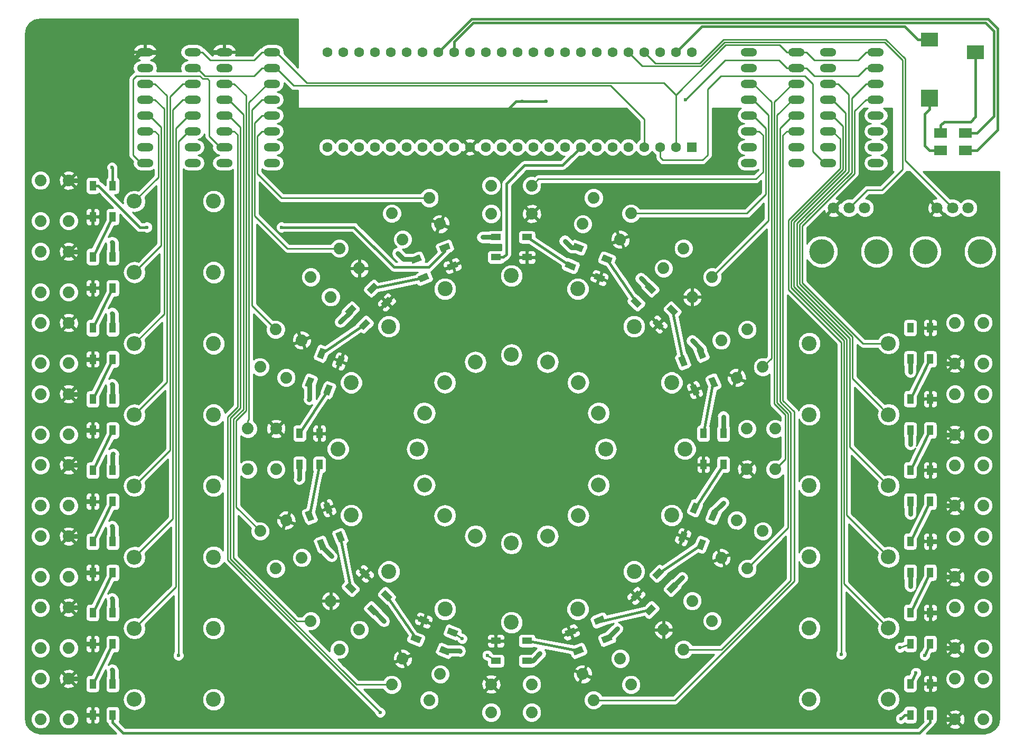
<source format=gtl>
G04 #@! TF.FileFunction,Copper,L1,Top,Signal*
%FSLAX46Y46*%
G04 Gerber Fmt 4.6, Leading zero omitted, Abs format (unit mm)*
G04 Created by KiCad (PCBNEW 4.0.6) date Thursday, 11. October 2018 'u59' 14:59:12*
%MOMM*%
%LPD*%
G01*
G04 APERTURE LIST*
%ADD10C,0.100000*%
%ADD11O,2.641600X1.320800*%
%ADD12C,1.600000*%
%ADD13R,1.600000X1.600000*%
%ADD14C,1.800000*%
%ADD15C,4.000000*%
%ADD16R,2.800000X2.200000*%
%ADD17R,2.800000X2.800000*%
%ADD18R,1.000000X1.600000*%
%ADD19R,1.600000X1.000000*%
%ADD20C,1.879600*%
%ADD21R,2.000000X1.600000*%
%ADD22C,2.400000*%
%ADD23O,2.400000X2.400000*%
%ADD24C,2.400000*%
%ADD25C,0.600000*%
%ADD26C,0.250000*%
%ADD27C,0.400000*%
%ADD28C,0.800000*%
%ADD29C,0.254000*%
G04 APERTURE END LIST*
D10*
D11*
X191511200Y-40182800D03*
X191511200Y-42722800D03*
X191511200Y-45262800D03*
X191511200Y-47802800D03*
X191511200Y-50342800D03*
X191511200Y-52882800D03*
X191511200Y-55422800D03*
X191511200Y-57962800D03*
X183891200Y-57962800D03*
X183891200Y-55422800D03*
X183891200Y-52882800D03*
X183891200Y-50342800D03*
X183891200Y-47802800D03*
X183891200Y-45262800D03*
X183891200Y-42722800D03*
X183891200Y-40182800D03*
D12*
X134061200Y-55422800D03*
X131521200Y-55422800D03*
X128981200Y-55422800D03*
X126441200Y-55422800D03*
X136601200Y-55422800D03*
X139141200Y-55422800D03*
X141681200Y-55422800D03*
X123901200Y-55422800D03*
X121361200Y-55422800D03*
X118821200Y-55422800D03*
X116281200Y-55422800D03*
X116281200Y-40182800D03*
X118821200Y-40182800D03*
X121361200Y-40182800D03*
X123901200Y-40182800D03*
X126441200Y-40182800D03*
X128981200Y-40182800D03*
X131521200Y-40182800D03*
X134061200Y-40182800D03*
X144221200Y-55422800D03*
X146761200Y-55422800D03*
X149301200Y-55422800D03*
X151841200Y-55422800D03*
X154381200Y-55422800D03*
X156921200Y-55422800D03*
X159461200Y-55422800D03*
X162001200Y-55422800D03*
X164541200Y-55422800D03*
X167081200Y-55422800D03*
X169621200Y-55422800D03*
X172161200Y-55422800D03*
D13*
X174701200Y-55422800D03*
D12*
X136601200Y-40182800D03*
X139141200Y-40182800D03*
X141681200Y-40182800D03*
X144221200Y-40182800D03*
X146761200Y-40182800D03*
X149301200Y-40182800D03*
X151841200Y-40182800D03*
X154381200Y-40182800D03*
X156921200Y-40182800D03*
X159461200Y-40182800D03*
X162001200Y-40182800D03*
X164541200Y-40182800D03*
X167081200Y-40182800D03*
X169621200Y-40182800D03*
X172161200Y-40182800D03*
X174701200Y-40182800D03*
D14*
X202429200Y-65186800D03*
X199929200Y-65186800D03*
X197429200Y-65186800D03*
D15*
X204329200Y-72186800D03*
X195529200Y-72186800D03*
D11*
X204211200Y-40182800D03*
X204211200Y-42722800D03*
X204211200Y-45262800D03*
X204211200Y-47802800D03*
X204211200Y-50342800D03*
X204211200Y-52882800D03*
X204211200Y-55422800D03*
X204211200Y-57962800D03*
X196591200Y-57962800D03*
X196591200Y-55422800D03*
X196591200Y-52882800D03*
X196591200Y-50342800D03*
X196591200Y-47802800D03*
X196591200Y-45262800D03*
X196591200Y-42722800D03*
X196591200Y-40182800D03*
X107391200Y-40182800D03*
X107391200Y-42722800D03*
X107391200Y-45262800D03*
X107391200Y-47802800D03*
X107391200Y-50342800D03*
X107391200Y-52882800D03*
X107391200Y-55422800D03*
X107391200Y-57962800D03*
X99771200Y-57962800D03*
X99771200Y-55422800D03*
X99771200Y-52882800D03*
X99771200Y-50342800D03*
X99771200Y-47802800D03*
X99771200Y-45262800D03*
X99771200Y-42722800D03*
X99771200Y-40182800D03*
D16*
X220184200Y-40193800D03*
X212784200Y-38193800D03*
D17*
X212784200Y-47593800D03*
D11*
X94691200Y-40182800D03*
X94691200Y-42722800D03*
X94691200Y-45262800D03*
X94691200Y-47802800D03*
X94691200Y-50342800D03*
X94691200Y-52882800D03*
X94691200Y-55422800D03*
X94691200Y-57962800D03*
X87071200Y-57962800D03*
X87071200Y-55422800D03*
X87071200Y-52882800D03*
X87071200Y-50342800D03*
X87071200Y-47802800D03*
X87071200Y-45262800D03*
X87071200Y-42722800D03*
X87071200Y-40182800D03*
D10*
G36*
X122617039Y-129448724D02*
X123324146Y-128741617D01*
X124455517Y-129872988D01*
X123748410Y-130580095D01*
X122617039Y-129448724D01*
X122617039Y-129448724D01*
G37*
G36*
X124879781Y-127185982D02*
X125586888Y-126478875D01*
X126718259Y-127610246D01*
X126011152Y-128317353D01*
X124879781Y-127185982D01*
X124879781Y-127185982D01*
G37*
G36*
X119081505Y-125913190D02*
X119788612Y-125206083D01*
X120919983Y-126337454D01*
X120212876Y-127044561D01*
X119081505Y-125913190D01*
X119081505Y-125913190D01*
G37*
G36*
X121344247Y-123650448D02*
X122051354Y-122943341D01*
X123182725Y-124074712D01*
X122475618Y-124781819D01*
X121344247Y-123650448D01*
X121344247Y-123650448D01*
G37*
D18*
X81864000Y-141549600D03*
X78664000Y-141549600D03*
X81864000Y-146549600D03*
X78664000Y-146549600D03*
X81864000Y-130129600D03*
X78664000Y-130129600D03*
X81864000Y-135129600D03*
X78664000Y-135129600D03*
X81864000Y-118709600D03*
X78664000Y-118709600D03*
X81864000Y-123709600D03*
X78664000Y-123709600D03*
X81864000Y-107289600D03*
X78664000Y-107289600D03*
X81864000Y-112289600D03*
X78664000Y-112289600D03*
X81864000Y-95869600D03*
X78664000Y-95869600D03*
X81864000Y-100869600D03*
X78664000Y-100869600D03*
X81864000Y-84449600D03*
X78664000Y-84449600D03*
X81864000Y-89449600D03*
X78664000Y-89449600D03*
X81864000Y-73029600D03*
X78664000Y-73029600D03*
X81864000Y-78029600D03*
X78664000Y-78029600D03*
X81864000Y-61609600D03*
X78664000Y-61609600D03*
X81864000Y-66609600D03*
X78664000Y-66609600D03*
X209728000Y-146518800D03*
X212928000Y-146518800D03*
X209728000Y-141518800D03*
X212928000Y-141518800D03*
X209728000Y-135098800D03*
X212928000Y-135098800D03*
X209728000Y-130098800D03*
X212928000Y-130098800D03*
X209728000Y-123678800D03*
X212928000Y-123678800D03*
X209728000Y-118678800D03*
X212928000Y-118678800D03*
X209728000Y-112258800D03*
X212928000Y-112258800D03*
X209728000Y-107258800D03*
X212928000Y-107258800D03*
X209728000Y-100838800D03*
X212928000Y-100838800D03*
X209728000Y-95838800D03*
X212928000Y-95838800D03*
X209728000Y-89418800D03*
X212928000Y-89418800D03*
X209728000Y-84418800D03*
X212928000Y-84418800D03*
D19*
X148296000Y-137845600D03*
X148296000Y-134645600D03*
X143296000Y-137845600D03*
X143296000Y-134645600D03*
D10*
G36*
X160561520Y-135070405D02*
X160178837Y-134146525D01*
X161657044Y-133534231D01*
X162039727Y-134458111D01*
X160561520Y-135070405D01*
X160561520Y-135070405D01*
G37*
G36*
X159336933Y-132113990D02*
X158954250Y-131190110D01*
X160432457Y-130577816D01*
X160815140Y-131501696D01*
X159336933Y-132113990D01*
X159336933Y-132113990D01*
G37*
G36*
X155942123Y-136983822D02*
X155559440Y-136059942D01*
X157037647Y-135447648D01*
X157420330Y-136371528D01*
X155942123Y-136983822D01*
X155942123Y-136983822D01*
G37*
G36*
X154717536Y-134027407D02*
X154334853Y-133103527D01*
X155813060Y-132491233D01*
X156195743Y-133415113D01*
X154717536Y-134027407D01*
X154717536Y-134027407D01*
G37*
G36*
X171379124Y-127044561D02*
X170672017Y-126337454D01*
X171803388Y-125206083D01*
X172510495Y-125913190D01*
X171379124Y-127044561D01*
X171379124Y-127044561D01*
G37*
G36*
X169116382Y-124781819D02*
X168409275Y-124074712D01*
X169540646Y-122943341D01*
X170247753Y-123650448D01*
X169116382Y-124781819D01*
X169116382Y-124781819D01*
G37*
G36*
X167843590Y-130580095D02*
X167136483Y-129872988D01*
X168267854Y-128741617D01*
X168974961Y-129448724D01*
X167843590Y-130580095D01*
X167843590Y-130580095D01*
G37*
G36*
X165580848Y-128317353D02*
X164873741Y-127610246D01*
X166005112Y-126478875D01*
X166712219Y-127185982D01*
X165580848Y-128317353D01*
X165580848Y-128317353D01*
G37*
G36*
X178301928Y-115489930D02*
X177378048Y-115107247D01*
X177990342Y-113629040D01*
X178914222Y-114011723D01*
X178301928Y-115489930D01*
X178301928Y-115489930D01*
G37*
G36*
X175345513Y-114265343D02*
X174421633Y-113882660D01*
X175033927Y-112404453D01*
X175957807Y-112787136D01*
X175345513Y-114265343D01*
X175345513Y-114265343D01*
G37*
G36*
X176388511Y-120109327D02*
X175464631Y-119726644D01*
X176076925Y-118248437D01*
X177000805Y-118631120D01*
X176388511Y-120109327D01*
X176388511Y-120109327D01*
G37*
G36*
X173432096Y-118884740D02*
X172508216Y-118502057D01*
X173120510Y-117023850D01*
X174044390Y-117406533D01*
X173432096Y-118884740D01*
X173432096Y-118884740D01*
G37*
D18*
X179776000Y-101365600D03*
X176576000Y-101365600D03*
X179776000Y-106365600D03*
X176576000Y-106365600D03*
D10*
G36*
X177000805Y-89100080D02*
X176076925Y-89482763D01*
X175464631Y-88004556D01*
X176388511Y-87621873D01*
X177000805Y-89100080D01*
X177000805Y-89100080D01*
G37*
G36*
X174044390Y-90324667D02*
X173120510Y-90707350D01*
X172508216Y-89229143D01*
X173432096Y-88846460D01*
X174044390Y-90324667D01*
X174044390Y-90324667D01*
G37*
G36*
X178914222Y-93719477D02*
X177990342Y-94102160D01*
X177378048Y-92623953D01*
X178301928Y-92241270D01*
X178914222Y-93719477D01*
X178914222Y-93719477D01*
G37*
G36*
X175957807Y-94944064D02*
X175033927Y-95326747D01*
X174421633Y-93848540D01*
X175345513Y-93465857D01*
X175957807Y-94944064D01*
X175957807Y-94944064D01*
G37*
G36*
X168974961Y-78282476D02*
X168267854Y-78989583D01*
X167136483Y-77858212D01*
X167843590Y-77151105D01*
X168974961Y-78282476D01*
X168974961Y-78282476D01*
G37*
G36*
X166712219Y-80545218D02*
X166005112Y-81252325D01*
X164873741Y-80120954D01*
X165580848Y-79413847D01*
X166712219Y-80545218D01*
X166712219Y-80545218D01*
G37*
G36*
X172510495Y-81818010D02*
X171803388Y-82525117D01*
X170672017Y-81393746D01*
X171379124Y-80686639D01*
X172510495Y-81818010D01*
X172510495Y-81818010D01*
G37*
G36*
X170247753Y-84080752D02*
X169540646Y-84787859D01*
X168409275Y-83656488D01*
X169116382Y-82949381D01*
X170247753Y-84080752D01*
X170247753Y-84080752D01*
G37*
G36*
X157420330Y-71359672D02*
X157037647Y-72283552D01*
X155559440Y-71671258D01*
X155942123Y-70747378D01*
X157420330Y-71359672D01*
X157420330Y-71359672D01*
G37*
G36*
X156195743Y-74316087D02*
X155813060Y-75239967D01*
X154334853Y-74627673D01*
X154717536Y-73703793D01*
X156195743Y-74316087D01*
X156195743Y-74316087D01*
G37*
G36*
X162039727Y-73273089D02*
X161657044Y-74196969D01*
X160178837Y-73584675D01*
X160561520Y-72660795D01*
X162039727Y-73273089D01*
X162039727Y-73273089D01*
G37*
G36*
X160815140Y-76229504D02*
X160432457Y-77153384D01*
X158954250Y-76541090D01*
X159336933Y-75617210D01*
X160815140Y-76229504D01*
X160815140Y-76229504D01*
G37*
D19*
X143296000Y-69885600D03*
X143296000Y-73085600D03*
X148296000Y-69885600D03*
X148296000Y-73085600D03*
D10*
G36*
X131030480Y-72660795D02*
X131413163Y-73584675D01*
X129934956Y-74196969D01*
X129552273Y-73273089D01*
X131030480Y-72660795D01*
X131030480Y-72660795D01*
G37*
G36*
X132255067Y-75617210D02*
X132637750Y-76541090D01*
X131159543Y-77153384D01*
X130776860Y-76229504D01*
X132255067Y-75617210D01*
X132255067Y-75617210D01*
G37*
G36*
X135649877Y-70747378D02*
X136032560Y-71671258D01*
X134554353Y-72283552D01*
X134171670Y-71359672D01*
X135649877Y-70747378D01*
X135649877Y-70747378D01*
G37*
G36*
X136874464Y-73703793D02*
X137257147Y-74627673D01*
X135778940Y-75239967D01*
X135396257Y-74316087D01*
X136874464Y-73703793D01*
X136874464Y-73703793D01*
G37*
G36*
X120212876Y-80686639D02*
X120919983Y-81393746D01*
X119788612Y-82525117D01*
X119081505Y-81818010D01*
X120212876Y-80686639D01*
X120212876Y-80686639D01*
G37*
G36*
X122475618Y-82949381D02*
X123182725Y-83656488D01*
X122051354Y-84787859D01*
X121344247Y-84080752D01*
X122475618Y-82949381D01*
X122475618Y-82949381D01*
G37*
G36*
X123748410Y-77151105D02*
X124455517Y-77858212D01*
X123324146Y-78989583D01*
X122617039Y-78282476D01*
X123748410Y-77151105D01*
X123748410Y-77151105D01*
G37*
G36*
X126011152Y-79413847D02*
X126718259Y-80120954D01*
X125586888Y-81252325D01*
X124879781Y-80545218D01*
X126011152Y-79413847D01*
X126011152Y-79413847D01*
G37*
G36*
X113290072Y-92241270D02*
X114213952Y-92623953D01*
X113601658Y-94102160D01*
X112677778Y-93719477D01*
X113290072Y-92241270D01*
X113290072Y-92241270D01*
G37*
G36*
X116246487Y-93465857D02*
X117170367Y-93848540D01*
X116558073Y-95326747D01*
X115634193Y-94944064D01*
X116246487Y-93465857D01*
X116246487Y-93465857D01*
G37*
G36*
X115203489Y-87621873D02*
X116127369Y-88004556D01*
X115515075Y-89482763D01*
X114591195Y-89100080D01*
X115203489Y-87621873D01*
X115203489Y-87621873D01*
G37*
G36*
X118159904Y-88846460D02*
X119083784Y-89229143D01*
X118471490Y-90707350D01*
X117547610Y-90324667D01*
X118159904Y-88846460D01*
X118159904Y-88846460D01*
G37*
D18*
X111816000Y-106365600D03*
X115016000Y-106365600D03*
X111816000Y-101365600D03*
X115016000Y-101365600D03*
D10*
G36*
X114591195Y-118631120D02*
X115515075Y-118248437D01*
X116127369Y-119726644D01*
X115203489Y-120109327D01*
X114591195Y-118631120D01*
X114591195Y-118631120D01*
G37*
G36*
X117547610Y-117406533D02*
X118471490Y-117023850D01*
X119083784Y-118502057D01*
X118159904Y-118884740D01*
X117547610Y-117406533D01*
X117547610Y-117406533D01*
G37*
G36*
X112677778Y-114011723D02*
X113601658Y-113629040D01*
X114213952Y-115107247D01*
X113290072Y-115489930D01*
X112677778Y-114011723D01*
X112677778Y-114011723D01*
G37*
G36*
X115634193Y-112787136D02*
X116558073Y-112404453D01*
X117170367Y-113882660D01*
X116246487Y-114265343D01*
X115634193Y-112787136D01*
X115634193Y-112787136D01*
G37*
G36*
X134171670Y-136371528D02*
X134554353Y-135447648D01*
X136032560Y-136059942D01*
X135649877Y-136983822D01*
X134171670Y-136371528D01*
X134171670Y-136371528D01*
G37*
G36*
X135396257Y-133415113D02*
X135778940Y-132491233D01*
X137257147Y-133103527D01*
X136874464Y-134027407D01*
X135396257Y-133415113D01*
X135396257Y-133415113D01*
G37*
G36*
X129552273Y-134458111D02*
X129934956Y-133534231D01*
X131413163Y-134146525D01*
X131030480Y-135070405D01*
X129552273Y-134458111D01*
X129552273Y-134458111D01*
G37*
G36*
X130776860Y-131501696D02*
X131159543Y-130577816D01*
X132637750Y-131190110D01*
X132255067Y-132113990D01*
X130776860Y-131501696D01*
X130776860Y-131501696D01*
G37*
D20*
X142544800Y-141605000D03*
X149047200Y-141605000D03*
X142544800Y-146126200D03*
X149047200Y-146126200D03*
X157234526Y-139976439D03*
X163241960Y-137488079D03*
X158964714Y-144153483D03*
X164972148Y-141665123D03*
X170182840Y-132850331D03*
X174780731Y-128252440D03*
X173379811Y-136047302D03*
X177977702Y-131449411D03*
X179418479Y-121311560D03*
X181906839Y-115304126D03*
X183595523Y-123041748D03*
X186083883Y-117034314D03*
X183535400Y-107116800D03*
X183535400Y-100614400D03*
X188056600Y-107116800D03*
X188056600Y-100614400D03*
X181906839Y-92427074D03*
X179418479Y-86419640D03*
X186083883Y-90696886D03*
X183595523Y-84689452D03*
X174780731Y-79478760D03*
X170182840Y-74880869D03*
X177977702Y-76281789D03*
X173379811Y-71683898D03*
X163241960Y-70243121D03*
X157234526Y-67754761D03*
X164972148Y-66066077D03*
X158964714Y-63577717D03*
X149047200Y-66126200D03*
X142544800Y-66126200D03*
X149047200Y-61605000D03*
X142544800Y-61605000D03*
X134357474Y-67754761D03*
X128350040Y-70243121D03*
X132627286Y-63577717D03*
X126619852Y-66066077D03*
X121409160Y-74880869D03*
X116811269Y-79478760D03*
X118212189Y-71683898D03*
X113614298Y-76281789D03*
X112173521Y-86419640D03*
X109685161Y-92427074D03*
X107996477Y-84689452D03*
X105508117Y-90696886D03*
X108056600Y-100614400D03*
X108056600Y-107116800D03*
X103535400Y-100614400D03*
X103535400Y-107116800D03*
X109685161Y-115304126D03*
X112173521Y-121311560D03*
X105508117Y-117034314D03*
X107996477Y-123041748D03*
X116811269Y-128252440D03*
X121409160Y-132850331D03*
X113614298Y-131449411D03*
X118212189Y-136047302D03*
X128350040Y-137488079D03*
X134357474Y-139976439D03*
X126619852Y-141665123D03*
X132627286Y-144153483D03*
X74808080Y-60777120D03*
X74808080Y-67279520D03*
X70286880Y-60777120D03*
X70286880Y-67279520D03*
X74808080Y-72197120D03*
X74808080Y-78699520D03*
X70286880Y-72197120D03*
X70286880Y-78699520D03*
X74808080Y-83617120D03*
X74808080Y-90119520D03*
X70286880Y-83617120D03*
X70286880Y-90119520D03*
X74808080Y-95037120D03*
X74808080Y-101539520D03*
X70286880Y-95037120D03*
X70286880Y-101539520D03*
X74808080Y-106457120D03*
X74808080Y-112959520D03*
X70286880Y-106457120D03*
X70286880Y-112959520D03*
X74808080Y-117877120D03*
X74808080Y-124379520D03*
X70286880Y-117877120D03*
X70286880Y-124379520D03*
X74808080Y-129297120D03*
X74808080Y-135799520D03*
X70286880Y-129297120D03*
X70286880Y-135799520D03*
X74808080Y-140717120D03*
X74808080Y-147219520D03*
X70286880Y-140717120D03*
X70286880Y-147219520D03*
X216910920Y-90139520D03*
X216910920Y-83637120D03*
X221432120Y-90139520D03*
X221432120Y-83637120D03*
X216910920Y-101559520D03*
X216910920Y-95057120D03*
X221432120Y-101559520D03*
X221432120Y-95057120D03*
X216910920Y-112979520D03*
X216910920Y-106477120D03*
X221432120Y-112979520D03*
X221432120Y-106477120D03*
X216910920Y-124399520D03*
X216910920Y-117897120D03*
X221432120Y-124399520D03*
X221432120Y-117897120D03*
X216910920Y-135819520D03*
X216910920Y-129317120D03*
X221432120Y-135819520D03*
X221432120Y-129317120D03*
X216910920Y-147239520D03*
X216910920Y-140737120D03*
X221432120Y-147239520D03*
X221432120Y-140737120D03*
D21*
X218611200Y-55930800D03*
X214611200Y-55930800D03*
X218611200Y-53136800D03*
X214611200Y-53136800D03*
D22*
X145796000Y-76057600D03*
D23*
X145796000Y-88757600D03*
D22*
X156437661Y-78174358D03*
D24*
X151577581Y-89907628D02*
X151577581Y-89907628D01*
D22*
X165459225Y-84202375D03*
D24*
X156478969Y-93182631D02*
X156478969Y-93182631D01*
D22*
X171487242Y-93223939D03*
D24*
X159753972Y-98084019D02*
X159753972Y-98084019D01*
D22*
X173604000Y-103865600D03*
D23*
X160904000Y-103865600D03*
D22*
X171487242Y-114507261D03*
D24*
X159753972Y-109647181D02*
X159753972Y-109647181D01*
D22*
X165459225Y-123528825D03*
D24*
X156478969Y-114548569D02*
X156478969Y-114548569D01*
D22*
X156437661Y-129556842D03*
D24*
X151577581Y-117823572D02*
X151577581Y-117823572D01*
D22*
X145796000Y-131673600D03*
D23*
X145796000Y-118973600D03*
D22*
X135154339Y-129556842D03*
D24*
X140014419Y-117823572D02*
X140014419Y-117823572D01*
D22*
X126132775Y-123528825D03*
D24*
X135113031Y-114548569D02*
X135113031Y-114548569D01*
D22*
X120104758Y-114507261D03*
D24*
X131838028Y-109647181D02*
X131838028Y-109647181D01*
D22*
X117988000Y-103865600D03*
D23*
X130688000Y-103865600D03*
D22*
X120104758Y-93223939D03*
D24*
X131838028Y-98084019D02*
X131838028Y-98084019D01*
D22*
X126132775Y-84202375D03*
D24*
X135113031Y-93182631D02*
X135113031Y-93182631D01*
D22*
X135154339Y-78174358D03*
D24*
X140014419Y-89907628D02*
X140014419Y-89907628D01*
D22*
X98044000Y-64109600D03*
D23*
X85344000Y-64109600D03*
D22*
X98044000Y-75529600D03*
D23*
X85344000Y-75529600D03*
D22*
X98044000Y-86949600D03*
D23*
X85344000Y-86949600D03*
D22*
X98044000Y-98369600D03*
D23*
X85344000Y-98369600D03*
D22*
X98044000Y-109789600D03*
D23*
X85344000Y-109789600D03*
D22*
X98044000Y-121209600D03*
D23*
X85344000Y-121209600D03*
D22*
X98044000Y-132629600D03*
D23*
X85344000Y-132629600D03*
D22*
X98044000Y-144049600D03*
D23*
X85344000Y-144049600D03*
D22*
X193548000Y-144018800D03*
D23*
X206248000Y-144018800D03*
D22*
X193548000Y-132598800D03*
D23*
X206248000Y-132598800D03*
D22*
X193548000Y-121178800D03*
D23*
X206248000Y-121178800D03*
D22*
X193548000Y-109758800D03*
D23*
X206248000Y-109758800D03*
D22*
X193548000Y-98338800D03*
D23*
X206248000Y-98338800D03*
D22*
X193548000Y-86918800D03*
D23*
X206248000Y-86918800D03*
D14*
X219029200Y-65186800D03*
X216529200Y-65186800D03*
X214029200Y-65186800D03*
D15*
X220929200Y-72186800D03*
X212129200Y-72186800D03*
D25*
X208102200Y-135686800D03*
X208229200Y-147116800D03*
X127561200Y-72482800D03*
X118361200Y-83482800D03*
X113361200Y-95882800D03*
X111761200Y-108682800D03*
X116961200Y-121082800D03*
X125361200Y-131482800D03*
X137561200Y-136282800D03*
X150361200Y-136682800D03*
X162761200Y-132682800D03*
X173161200Y-124482800D03*
X179761200Y-112482800D03*
X179761200Y-98682800D03*
X174761200Y-86482800D03*
X166561200Y-76482800D03*
X154361200Y-70482800D03*
X141161200Y-69882800D03*
X81761200Y-139282800D03*
X81761200Y-127882800D03*
X81761200Y-116282800D03*
X81961200Y-104682800D03*
X81761200Y-93482800D03*
X81761200Y-82082800D03*
X81761200Y-70682800D03*
X209761200Y-91482800D03*
X209761200Y-103082800D03*
X209761200Y-114282800D03*
X209761200Y-125882800D03*
X81761200Y-58682800D03*
X151333200Y-48056800D03*
X147523200Y-48056800D03*
X87361200Y-68282800D03*
X108961200Y-68282800D03*
X141935200Y-136956800D03*
X137871200Y-134289800D03*
X212039200Y-136956800D03*
X210642200Y-139750800D03*
X92405200Y-136988400D03*
X124768190Y-146126200D03*
X198663947Y-136789547D03*
X173685200Y-47802800D03*
D26*
X209728000Y-135098800D02*
X208102200Y-135686800D01*
D27*
X209728000Y-146518800D02*
X208827200Y-146518800D01*
X208827200Y-146518800D02*
X208229200Y-147116800D01*
D28*
X130482718Y-73428882D02*
X128507282Y-73428882D01*
X128507282Y-73428882D02*
X127561200Y-72482800D01*
X120000744Y-81605878D02*
X120000744Y-81843256D01*
X120000744Y-81843256D02*
X118361200Y-83482800D01*
X113445865Y-93171715D02*
X113445865Y-95798135D01*
X113445865Y-95798135D02*
X113361200Y-95882800D01*
X111816000Y-106365600D02*
X111816000Y-108628000D01*
X111816000Y-108628000D02*
X111761200Y-108682800D01*
X115359282Y-119178882D02*
X115359282Y-119480882D01*
X115359282Y-119480882D02*
X116961200Y-121082800D01*
X123536278Y-129660856D02*
X123539256Y-129660856D01*
X123539256Y-129660856D02*
X125361200Y-131482800D01*
X135102115Y-136215735D02*
X137494135Y-136215735D01*
X137494135Y-136215735D02*
X137561200Y-136282800D01*
X148296000Y-137845600D02*
X149198400Y-137845600D01*
X149198400Y-137845600D02*
X150361200Y-136682800D01*
X161109282Y-134302318D02*
X161141682Y-134302318D01*
X161141682Y-134302318D02*
X162761200Y-132682800D01*
X171591256Y-126125322D02*
X171591256Y-126052744D01*
X171591256Y-126052744D02*
X173161200Y-124482800D01*
X178146135Y-114559485D02*
X178146135Y-114097865D01*
X178146135Y-114097865D02*
X179761200Y-112482800D01*
X179776000Y-101365600D02*
X179776000Y-98697600D01*
X179776000Y-98697600D02*
X179761200Y-98682800D01*
X176232718Y-88552318D02*
X176232718Y-87954318D01*
X176232718Y-87954318D02*
X174761200Y-86482800D01*
X168055722Y-78070344D02*
X168055722Y-77977322D01*
X168055722Y-77977322D02*
X166561200Y-76482800D01*
X156489885Y-71515465D02*
X155393865Y-71515465D01*
X155393865Y-71515465D02*
X154361200Y-70482800D01*
X143296000Y-69885600D02*
X141164000Y-69885600D01*
X141164000Y-69885600D02*
X141161200Y-69882800D01*
X81864000Y-141549600D02*
X81864000Y-139385600D01*
X81864000Y-139385600D02*
X81761200Y-139282800D01*
X81864000Y-130129600D02*
X81864000Y-127985600D01*
X81864000Y-127985600D02*
X81761200Y-127882800D01*
X81864000Y-118709600D02*
X81864000Y-116385600D01*
X81864000Y-116385600D02*
X81761200Y-116282800D01*
X81864000Y-107289600D02*
X81864000Y-104780000D01*
X81864000Y-104780000D02*
X81961200Y-104682800D01*
X81864000Y-95869600D02*
X81864000Y-93585600D01*
X81864000Y-93585600D02*
X81761200Y-93482800D01*
X81864000Y-84449600D02*
X81864000Y-82185600D01*
X81864000Y-82185600D02*
X81761200Y-82082800D01*
X81864000Y-73029600D02*
X81864000Y-70785600D01*
X81864000Y-70785600D02*
X81761200Y-70682800D01*
X209728000Y-89418800D02*
X209728000Y-91449600D01*
X209728000Y-91449600D02*
X209761200Y-91482800D01*
X209728000Y-100838800D02*
X209728000Y-103049600D01*
X209728000Y-103049600D02*
X209761200Y-103082800D01*
X209728000Y-112258800D02*
X209728000Y-114249600D01*
X209728000Y-114249600D02*
X209761200Y-114282800D01*
X209728000Y-123678800D02*
X209728000Y-125849600D01*
X209728000Y-125849600D02*
X209761200Y-125882800D01*
D27*
X81864000Y-61609600D02*
X81864000Y-58785600D01*
X81864000Y-58785600D02*
X81761200Y-58682800D01*
X147904200Y-58343800D02*
X154000200Y-58343800D01*
X154000200Y-58343800D02*
X156921200Y-55422800D01*
X144983200Y-61264800D02*
X147904200Y-58343800D01*
X144983200Y-72598400D02*
X144983200Y-61264800D01*
X143296000Y-73085600D02*
X144496000Y-73085600D01*
X144496000Y-73085600D02*
X144983200Y-72598400D01*
D26*
X99110800Y-55422800D02*
X97358200Y-53670200D01*
X97358200Y-53670200D02*
X97358200Y-44754800D01*
X97358200Y-44754800D02*
X97046210Y-44442810D01*
X97046210Y-44442810D02*
X96284210Y-44442810D01*
X96284210Y-44442810D02*
X95834200Y-43992800D01*
X95834200Y-43992800D02*
X85674200Y-43992800D01*
X85674200Y-43992800D02*
X85166200Y-44500800D01*
X85166200Y-44500800D02*
X85166200Y-56718200D01*
X85166200Y-56718200D02*
X86410800Y-57962800D01*
X86410800Y-57962800D02*
X87071200Y-57962800D01*
D27*
X99771200Y-55422800D02*
X99110800Y-55422800D01*
X147523200Y-48056800D02*
X151333200Y-48056800D01*
X147523200Y-48056800D02*
X146507200Y-48056800D01*
X146507200Y-48056800D02*
X139141200Y-55422800D01*
D28*
X183230800Y-40182800D02*
X183891200Y-40182800D01*
X78664000Y-146549600D02*
X77364000Y-146549600D01*
X77364000Y-146549600D02*
X76635760Y-145821360D01*
X76635760Y-145821360D02*
X76635760Y-140717120D01*
X90992000Y-38382800D02*
X95850400Y-38382800D01*
X95850400Y-38382800D02*
X97650400Y-40182800D01*
X97650400Y-40182800D02*
X99771200Y-40182800D01*
X87071200Y-40182800D02*
X89192000Y-40182800D01*
X89192000Y-40182800D02*
X90992000Y-38382800D01*
X76661200Y-62622240D02*
X76661200Y-60732800D01*
X76661200Y-60732800D02*
X76661200Y-49932400D01*
X74808080Y-60777120D02*
X76616880Y-60777120D01*
X76616880Y-60777120D02*
X76661200Y-60732800D01*
X76657200Y-66629280D02*
X76657200Y-62626240D01*
X76657200Y-62626240D02*
X76661200Y-62622240D01*
X76661200Y-49932400D02*
X86410800Y-40182800D01*
X86410800Y-40182800D02*
X87071200Y-40182800D01*
X214993220Y-135826500D02*
X214993220Y-141528800D01*
X214993220Y-141528800D02*
X214993220Y-147159980D01*
X214228000Y-141518800D02*
X214238000Y-141528800D01*
X212928000Y-141518800D02*
X214228000Y-141518800D01*
X214238000Y-141528800D02*
X214993220Y-141528800D01*
X214993220Y-130040380D02*
X214993220Y-135826500D01*
X216910920Y-135819520D02*
X215581843Y-135819520D01*
X215581843Y-135819520D02*
X215574863Y-135826500D01*
X215574863Y-135826500D02*
X214993220Y-135826500D01*
X214993220Y-124391420D02*
X214993220Y-130040380D01*
X214934800Y-130098800D02*
X214993220Y-130040380D01*
X212928000Y-130098800D02*
X214934800Y-130098800D01*
X214993220Y-118681500D02*
X214993220Y-124391420D01*
X216910920Y-124399520D02*
X215581843Y-124399520D01*
X215581843Y-124399520D02*
X215573743Y-124391420D01*
X215573743Y-124391420D02*
X214993220Y-124391420D01*
X214993220Y-112979200D02*
X214993220Y-118681500D01*
X212928000Y-118678800D02*
X214228000Y-118678800D01*
X214228000Y-118678800D02*
X214230700Y-118681500D01*
X214230700Y-118681500D02*
X214993220Y-118681500D01*
X214993220Y-107258800D02*
X214993220Y-112979200D01*
X215581523Y-112979200D02*
X214993220Y-112979200D01*
X216910920Y-112979520D02*
X215581843Y-112979520D01*
X215581843Y-112979520D02*
X215581523Y-112979200D01*
X214993220Y-101559520D02*
X214993220Y-107258800D01*
X212928000Y-107258800D02*
X214993220Y-107258800D01*
X214993220Y-95838800D02*
X214993220Y-101559520D01*
X216910920Y-101559520D02*
X214993220Y-101559520D01*
X214993220Y-90129360D02*
X214993220Y-95838800D01*
X212928000Y-95838800D02*
X214993220Y-95838800D01*
X214993220Y-84420700D02*
X214993220Y-90129360D01*
X216910920Y-90139520D02*
X215581843Y-90139520D01*
X215581843Y-90139520D02*
X215571683Y-90129360D01*
X215571683Y-90129360D02*
X214993220Y-90129360D01*
X214993220Y-147159980D02*
X215072760Y-147239520D01*
X215072760Y-147239520D02*
X216910920Y-147239520D01*
X214995120Y-84418800D02*
X214993220Y-84420700D01*
X212928000Y-84418800D02*
X214995120Y-84418800D01*
X76657200Y-66629280D02*
X76657200Y-72179180D01*
X78664000Y-66609600D02*
X77364000Y-66609600D01*
X77364000Y-66609600D02*
X77344320Y-66629280D01*
X77344320Y-66629280D02*
X76657200Y-66629280D01*
X76657200Y-72179180D02*
X76657200Y-78026260D01*
X74808080Y-72197120D02*
X76639260Y-72197120D01*
X76639260Y-72197120D02*
X76657200Y-72179180D01*
X76657200Y-78026260D02*
X76657200Y-89451180D01*
X78664000Y-78029600D02*
X77364000Y-78029600D01*
X77364000Y-78029600D02*
X77360660Y-78026260D01*
X77360660Y-78026260D02*
X76657200Y-78026260D01*
X76657200Y-89451180D02*
X76657200Y-95041720D01*
X78664000Y-89449600D02*
X77364000Y-89449600D01*
X77364000Y-89449600D02*
X77362420Y-89451180D01*
X77362420Y-89451180D02*
X76657200Y-89451180D01*
X76657200Y-95041720D02*
X76657200Y-100832920D01*
X74808080Y-95037120D02*
X76137157Y-95037120D01*
X76137157Y-95037120D02*
X76141757Y-95041720D01*
X76141757Y-95041720D02*
X76657200Y-95041720D01*
X76657200Y-100832920D02*
X76657200Y-106408220D01*
X78664000Y-100869600D02*
X76693880Y-100869600D01*
X76693880Y-100869600D02*
X76657200Y-100832920D01*
X76657200Y-106408220D02*
X76657200Y-112288320D01*
X74808080Y-106457120D02*
X76608300Y-106457120D01*
X76608300Y-106457120D02*
X76657200Y-106408220D01*
X76657200Y-112288320D02*
X76657200Y-118000780D01*
X78664000Y-112289600D02*
X77364000Y-112289600D01*
X77364000Y-112289600D02*
X77362720Y-112288320D01*
X77362720Y-112288320D02*
X76657200Y-112288320D01*
X76657200Y-118000780D02*
X76657200Y-123708160D01*
X74808080Y-117877120D02*
X76533540Y-117877120D01*
X76533540Y-117877120D02*
X76657200Y-118000780D01*
X76657200Y-123708160D02*
X76657200Y-129334260D01*
X78664000Y-123709600D02*
X77364000Y-123709600D01*
X77362560Y-123708160D02*
X76657200Y-123708160D01*
X77364000Y-123709600D02*
X77362560Y-123708160D01*
X76620060Y-129297120D02*
X76657200Y-129334260D01*
X76657200Y-129334260D02*
X76657200Y-135117840D01*
X74808080Y-129297120D02*
X76620060Y-129297120D01*
X76657200Y-135117840D02*
X76657200Y-140695680D01*
X78664000Y-135129600D02*
X77364000Y-135129600D01*
X77364000Y-135129600D02*
X77352240Y-135117840D01*
X77352240Y-135117840D02*
X76657200Y-135117840D01*
X74808080Y-140717120D02*
X76635760Y-140717120D01*
X76635760Y-140717120D02*
X76657200Y-140695680D01*
D26*
X169621200Y-55422800D02*
X169621200Y-57073800D01*
X169621200Y-57073800D02*
X170060190Y-57512790D01*
X179400200Y-43992800D02*
X192862200Y-43992800D01*
X170060190Y-57512790D02*
X176421210Y-57512790D01*
X194132200Y-45262800D02*
X194132200Y-56164200D01*
X195930800Y-57962800D02*
X196591200Y-57962800D01*
X176421210Y-57512790D02*
X177241200Y-56692800D01*
X177241200Y-56692800D02*
X177241200Y-46151800D01*
X177241200Y-46151800D02*
X179400200Y-43992800D01*
X194132200Y-56164200D02*
X195930800Y-57962800D01*
X192862200Y-43992800D02*
X194132200Y-45262800D01*
X183230800Y-55422800D02*
X183891200Y-55422800D01*
D27*
X99110800Y-57962800D02*
X99771200Y-57962800D01*
X156489885Y-136215735D02*
X148296000Y-134645600D01*
X87361200Y-68282800D02*
X86237200Y-68282800D01*
X86237200Y-68282800D02*
X79564000Y-61609600D01*
X79564000Y-61609600D02*
X78664000Y-61609600D01*
X120561200Y-68282800D02*
X108961200Y-68282800D01*
X126961200Y-74682800D02*
X120561200Y-68282800D01*
X132575976Y-74682800D02*
X126961200Y-74682800D01*
X135102115Y-71515465D02*
X135102115Y-72156661D01*
X135102115Y-72156661D02*
X132575976Y-74682800D01*
X212928000Y-146518800D02*
X212928000Y-147718800D01*
X212928000Y-147718800D02*
X211244000Y-149402800D01*
X211244000Y-149402800D02*
X83515200Y-149402800D01*
X83515200Y-149402800D02*
X81864000Y-147751600D01*
X81864000Y-147751600D02*
X81864000Y-146549600D01*
X81864000Y-146549600D02*
X81932000Y-146549600D01*
X148296000Y-69885600D02*
X155265298Y-74471880D01*
X161109282Y-73428882D02*
X165792980Y-80333086D01*
X171591256Y-81605878D02*
X173276303Y-89776905D01*
X178146135Y-93171715D02*
X176576000Y-101365600D01*
X179776000Y-106365600D02*
X175189720Y-113334898D01*
X176232718Y-119178882D02*
X169328514Y-123862580D01*
X168055722Y-129660856D02*
X159461200Y-131622800D01*
X159461200Y-131622800D02*
X159884695Y-131345903D01*
D26*
X136326702Y-133259320D02*
X137871200Y-134289800D01*
X141935200Y-136956800D02*
X143296000Y-137845600D01*
D27*
X130482718Y-134302318D02*
X125799020Y-127398114D01*
X120000744Y-126125322D02*
X118315697Y-117954295D01*
X113445865Y-114559485D02*
X115016000Y-106365600D01*
X111816000Y-101365600D02*
X116402280Y-94396302D01*
X115359282Y-88552318D02*
X122263486Y-83868620D01*
X123536278Y-78070344D02*
X131707305Y-76385297D01*
X81864000Y-66609600D02*
X78664000Y-73029600D01*
X81864000Y-78029600D02*
X78664000Y-84449600D01*
X81864000Y-89449600D02*
X78664000Y-95869600D01*
X81864000Y-100869600D02*
X78664000Y-107289600D01*
X81864000Y-112289600D02*
X78664000Y-118709600D01*
X81864000Y-123709600D02*
X78664000Y-130129600D01*
X81864000Y-135129600D02*
X78664000Y-141549600D01*
X209728000Y-141518800D02*
X210642200Y-139750800D01*
X212039200Y-136956800D02*
X212928000Y-135098800D01*
X209728000Y-130098800D02*
X212928000Y-123678800D01*
X209728000Y-118678800D02*
X212928000Y-112258800D01*
X209728000Y-107258800D02*
X212928000Y-100838800D01*
X209728000Y-95838800D02*
X212928000Y-89418800D01*
D26*
X91061200Y-47322000D02*
X91061200Y-104072400D01*
X91061200Y-104072400D02*
X85344000Y-109789600D01*
X94691200Y-45262800D02*
X93120400Y-45262800D01*
X93120400Y-45262800D02*
X91061200Y-47322000D01*
X91511210Y-49411990D02*
X91511210Y-115042390D01*
X91511210Y-115042390D02*
X85344000Y-121209600D01*
X94691200Y-47802800D02*
X93120400Y-47802800D01*
X93120400Y-47802800D02*
X91511210Y-49411990D01*
X91961220Y-52412380D02*
X91961220Y-126012380D01*
X91961220Y-126012380D02*
X85344000Y-132629600D01*
X94691200Y-50342800D02*
X94030800Y-50342800D01*
X94030800Y-50342800D02*
X91961220Y-52412380D01*
X92411230Y-54502370D02*
X92411230Y-136982370D01*
X94691200Y-52882800D02*
X94030800Y-52882800D01*
X94030800Y-52882800D02*
X92411230Y-54502370D01*
X89211170Y-53451970D02*
X89211170Y-60242430D01*
X89211170Y-60242430D02*
X85344000Y-64109600D01*
X87071200Y-52882800D02*
X88642000Y-52882800D01*
X88642000Y-52882800D02*
X89211170Y-53451970D01*
X89661180Y-52272380D02*
X89661180Y-71212420D01*
X89661180Y-71212420D02*
X85344000Y-75529600D01*
X87071200Y-50342800D02*
X87731600Y-50342800D01*
X87731600Y-50342800D02*
X89661180Y-52272380D01*
X90111190Y-49271990D02*
X90111190Y-82182410D01*
X90111190Y-82182410D02*
X85344000Y-86949600D01*
X87071200Y-47802800D02*
X88642000Y-47802800D01*
X88642000Y-47802800D02*
X90111190Y-49271990D01*
X90561200Y-47182000D02*
X90561200Y-93152400D01*
X90561200Y-93152400D02*
X85344000Y-98369600D01*
X87071200Y-45262800D02*
X88642000Y-45262800D01*
X88642000Y-45262800D02*
X90561200Y-47182000D01*
X103711210Y-48282390D02*
X103711210Y-99109513D01*
X103711210Y-99109513D02*
X103535400Y-99285323D01*
X103535400Y-99285323D02*
X103535400Y-100614400D01*
X107391200Y-45262800D02*
X106730800Y-45262800D01*
X106730800Y-45262800D02*
X103711210Y-48282390D01*
X104161220Y-49461980D02*
X104161220Y-80854195D01*
X104161220Y-80854195D02*
X107996477Y-84689452D01*
X107391200Y-47802800D02*
X105820400Y-47802800D01*
X105820400Y-47802800D02*
X104161220Y-49461980D01*
X107391200Y-50342800D02*
X105820400Y-50342800D01*
X105820400Y-50342800D02*
X104611230Y-51551970D01*
X104611230Y-51551970D02*
X104611230Y-66432830D01*
X104611230Y-66432830D02*
X109862298Y-71683898D01*
X109862298Y-71683898D02*
X118212189Y-71683898D01*
X105061240Y-59682840D02*
X108956117Y-63577717D01*
X108956117Y-63577717D02*
X132627286Y-63577717D01*
X105061240Y-53641960D02*
X105061240Y-59682840D01*
X107391200Y-52882800D02*
X105820400Y-52882800D01*
X105820400Y-52882800D02*
X105061240Y-53641960D01*
X107391200Y-52882800D02*
X106730800Y-52882800D01*
X100311170Y-98723600D02*
X100311171Y-121669181D01*
X100311171Y-121669181D02*
X124768190Y-146126200D01*
X101911170Y-53451970D02*
X101911170Y-97123600D01*
X101911170Y-97123600D02*
X100311170Y-98723600D01*
X99771200Y-52882800D02*
X101342000Y-52882800D01*
X101342000Y-52882800D02*
X101911170Y-53451970D01*
X100761180Y-121482780D02*
X120943523Y-141665123D01*
X120943523Y-141665123D02*
X126619852Y-141665123D01*
X102361180Y-97310000D02*
X100761180Y-98910000D01*
X100761180Y-98910000D02*
X100761180Y-121482780D01*
X102361180Y-52272380D02*
X102361180Y-97310000D01*
X99771200Y-50342800D02*
X100431600Y-50342800D01*
X100431600Y-50342800D02*
X102361180Y-52272380D01*
X99771200Y-47802800D02*
X100431600Y-47802800D01*
X100431600Y-47802800D02*
X102811190Y-50182390D01*
X102811190Y-50182390D02*
X102811190Y-97496400D01*
X101211190Y-121296380D02*
X111364221Y-131449411D01*
X102811190Y-97496400D02*
X101211190Y-99096400D01*
X101211190Y-99096400D02*
X101211190Y-121296380D01*
X111364221Y-131449411D02*
X113614298Y-131449411D01*
X101661200Y-99282800D02*
X101661200Y-113187397D01*
X101661200Y-113187397D02*
X105508117Y-117034314D01*
X103261200Y-97682800D02*
X101661200Y-99282800D01*
X103261200Y-47182000D02*
X103261200Y-97682800D01*
X99771200Y-45262800D02*
X101342000Y-45262800D01*
X101342000Y-45262800D02*
X103261200Y-47182000D01*
X191511200Y-45262800D02*
X190850800Y-45262800D01*
X190850800Y-45262800D02*
X187927410Y-48186190D01*
X187927410Y-48186190D02*
X187927410Y-96614410D01*
X187927410Y-96614410D02*
X189687200Y-98374200D01*
X189687200Y-98374200D02*
X189687200Y-105486200D01*
X189687200Y-105486200D02*
X188056600Y-107116800D01*
X188377420Y-50276180D02*
X188377420Y-96428010D01*
X188377420Y-96428010D02*
X190137210Y-98187800D01*
X190137210Y-98187800D02*
X190137210Y-116500061D01*
X190137210Y-116500061D02*
X184535322Y-122101949D01*
X184535322Y-122101949D02*
X183595523Y-123041748D01*
X190850800Y-47802800D02*
X188377420Y-50276180D01*
X191511200Y-47802800D02*
X190850800Y-47802800D01*
X190587220Y-124931580D02*
X179471498Y-136047302D01*
X179471498Y-136047302D02*
X173379811Y-136047302D01*
X188827430Y-52366170D02*
X188827430Y-96241610D01*
X188827430Y-96241610D02*
X190587220Y-98001400D01*
X190587220Y-98001400D02*
X190587220Y-124931580D01*
X191511200Y-50342800D02*
X190850800Y-50342800D01*
X190850800Y-50342800D02*
X188827430Y-52366170D01*
X191109600Y-97887370D02*
X191109600Y-125045610D01*
X191109600Y-125045610D02*
X172001727Y-144153483D01*
X172001727Y-144153483D02*
X160293791Y-144153483D01*
X160293791Y-144153483D02*
X158964714Y-144153483D01*
X189277440Y-53545760D02*
X189277440Y-96055210D01*
X189277440Y-96055210D02*
X191109600Y-97887370D01*
X191511200Y-52882800D02*
X189940400Y-52882800D01*
X189940400Y-52882800D02*
X189277440Y-53545760D01*
X191511200Y-52882800D02*
X190850800Y-52882800D01*
X184962800Y-60566300D02*
X150085900Y-60566300D01*
X150085900Y-60566300D02*
X149047200Y-61605000D01*
X186127370Y-59401730D02*
X184962800Y-60566300D01*
X186127370Y-53548170D02*
X186127370Y-59401730D01*
X183891200Y-52882800D02*
X185462000Y-52882800D01*
X185462000Y-52882800D02*
X186127370Y-53548170D01*
X186577380Y-63028420D02*
X183539723Y-66066077D01*
X183539723Y-66066077D02*
X164972148Y-66066077D01*
X186577380Y-52368580D02*
X186577380Y-63028420D01*
X183891200Y-50342800D02*
X184551600Y-50342800D01*
X184551600Y-50342800D02*
X186577380Y-52368580D01*
X187027390Y-50278590D02*
X187027390Y-67232101D01*
X187027390Y-67232101D02*
X177977702Y-76281789D01*
X183891200Y-47802800D02*
X184551600Y-47802800D01*
X184551600Y-47802800D02*
X187027390Y-50278590D01*
X187477400Y-48188600D02*
X187477400Y-89303369D01*
X187477400Y-89303369D02*
X186083883Y-90696886D01*
X183891200Y-45262800D02*
X184551600Y-45262800D01*
X184551600Y-45262800D02*
X187477400Y-48188600D01*
X204211200Y-45262800D02*
X202640400Y-45262800D01*
X202640400Y-45262800D02*
X200355200Y-47548000D01*
X200355200Y-47548000D02*
X200355200Y-59486800D01*
X200355200Y-59486800D02*
X192921596Y-66920404D01*
X192921596Y-66920404D02*
X192921596Y-66926044D01*
X200463991Y-92554791D02*
X205048001Y-97138801D01*
X192921596Y-66926044D02*
X191995240Y-67852400D01*
X191995240Y-67852400D02*
X191995241Y-77411611D01*
X191995241Y-77411611D02*
X200463991Y-85880361D01*
X200463991Y-85880361D02*
X200463991Y-92554791D01*
X205048001Y-97138801D02*
X206248000Y-98338800D01*
X204211200Y-45262800D02*
X203550800Y-45262800D01*
X204211200Y-47802800D02*
X202640400Y-47802800D01*
X202640400Y-47802800D02*
X200805210Y-49637990D01*
X200805210Y-49637990D02*
X200805210Y-59673200D01*
X200805210Y-59673200D02*
X193371606Y-67106804D01*
X193371606Y-67106804D02*
X193371606Y-67112444D01*
X193371606Y-67112444D02*
X192445250Y-68038800D01*
X192445250Y-68038800D02*
X192445250Y-77225210D01*
X192445250Y-77225210D02*
X202138840Y-86918800D01*
X202138840Y-86918800D02*
X206248000Y-86918800D01*
X204211200Y-47802800D02*
X203550800Y-47802800D01*
X190195200Y-67106800D02*
X190195200Y-78282800D01*
X190195200Y-78282800D02*
X198663947Y-86751547D01*
X198663947Y-136789547D02*
X198663947Y-86751547D01*
X191121560Y-66174800D02*
X198497170Y-58799190D01*
X190195200Y-67106800D02*
X191121560Y-66180440D01*
X191121560Y-66180440D02*
X191121560Y-66174800D01*
X198497170Y-54128370D02*
X197251600Y-52882800D01*
X198497170Y-58799190D02*
X198497170Y-54128370D01*
X197251600Y-52882800D02*
X196591200Y-52882800D01*
X198663947Y-136434747D02*
X198663947Y-136789547D01*
X206248000Y-132598800D02*
X199113958Y-125464758D01*
X199113958Y-125464758D02*
X199113958Y-86439558D01*
X199113958Y-86439558D02*
X190645210Y-77970810D01*
X190645210Y-77970810D02*
X190645210Y-67293200D01*
X190645210Y-67293200D02*
X191571569Y-66366841D01*
X191571569Y-66366841D02*
X191571570Y-66361200D01*
X191571570Y-66361200D02*
X198947180Y-58985590D01*
X198947180Y-58985590D02*
X198947180Y-52038380D01*
X198947180Y-52038380D02*
X197251600Y-50342800D01*
X197251600Y-50342800D02*
X196591200Y-50342800D01*
X206248000Y-121178800D02*
X199563969Y-114494769D01*
X199563969Y-114494769D02*
X199563967Y-86253157D01*
X197251600Y-47802800D02*
X196591200Y-47802800D01*
X199563967Y-86253157D02*
X191095220Y-77784410D01*
X191095220Y-77784410D02*
X191095220Y-67479600D01*
X191095220Y-67479600D02*
X192021578Y-66553242D01*
X192021578Y-66553242D02*
X192021578Y-66547602D01*
X199397190Y-59171990D02*
X199397190Y-49948390D01*
X192021578Y-66547602D02*
X199397190Y-59171990D01*
X199397190Y-49948390D02*
X197251600Y-47802800D01*
X200013980Y-103524780D02*
X200299000Y-103809800D01*
X200013976Y-86066756D02*
X200013976Y-103524776D01*
X200299000Y-103809800D02*
X205048001Y-108558801D01*
X191545230Y-77598010D02*
X200013976Y-86066756D01*
X196591200Y-45262800D02*
X198162000Y-45262800D01*
X198162000Y-45262800D02*
X199847200Y-46948000D01*
X199847200Y-46948000D02*
X199847200Y-59358390D01*
X199847200Y-59358390D02*
X192471588Y-66734002D01*
X192471588Y-66734002D02*
X192471587Y-66739643D01*
X192471587Y-66739643D02*
X191545230Y-67666000D01*
X191545230Y-67666000D02*
X191545230Y-77598010D01*
X200013976Y-103524776D02*
X200299000Y-103809800D01*
X205048001Y-108558801D02*
X206248000Y-109758800D01*
X196591200Y-45262800D02*
X197251600Y-45262800D01*
X208933210Y-41266400D02*
X208933210Y-57590810D01*
X208933210Y-57590810D02*
X216529200Y-65186800D01*
X179789400Y-38139780D02*
X205806591Y-38139781D01*
X205806591Y-38139781D02*
X208933210Y-41266400D01*
X167081200Y-40182800D02*
X168852985Y-41954585D01*
X168852985Y-41954585D02*
X175974595Y-41954585D01*
X175974595Y-41954585D02*
X179789400Y-38139780D01*
X205181200Y-62280800D02*
X202835200Y-62280800D01*
X202835200Y-62280800D02*
X199929200Y-65186800D01*
X208483200Y-58978800D02*
X205181200Y-62280800D01*
X208483200Y-41452800D02*
X208483200Y-58978800D01*
X205620190Y-38589790D02*
X208483200Y-41452800D01*
X166762995Y-42404595D02*
X176160995Y-42404595D01*
X176160995Y-42404595D02*
X179975800Y-38589790D01*
X179975800Y-38589790D02*
X205620190Y-38589790D01*
X164541200Y-40182800D02*
X166762995Y-42404595D01*
X107391200Y-40182800D02*
X108051600Y-40182800D01*
X108051600Y-40182800D02*
X113004600Y-45135800D01*
X113004600Y-45135800D02*
X170256200Y-45135800D01*
X170256200Y-45135800D02*
X172161200Y-47040800D01*
X172161200Y-55422800D02*
X172161200Y-47040800D01*
X172161200Y-47040800D02*
X180162200Y-39039800D01*
X180162200Y-39039800D02*
X188797400Y-39039800D01*
X188797400Y-39039800D02*
X189940400Y-40182800D01*
X189940400Y-40182800D02*
X191511200Y-40182800D01*
X97532000Y-41452800D02*
X104550400Y-41452800D01*
X105820400Y-40182800D02*
X107391200Y-40182800D01*
X104550400Y-41452800D02*
X105820400Y-40182800D01*
X94691200Y-40182800D02*
X96262000Y-40182800D01*
X96262000Y-40182800D02*
X97532000Y-41452800D01*
X201370400Y-41452800D02*
X194352000Y-41452800D01*
X194352000Y-41452800D02*
X193082000Y-40182800D01*
X193082000Y-40182800D02*
X191511200Y-40182800D01*
X204211200Y-40182800D02*
X202640400Y-40182800D01*
X202640400Y-40182800D02*
X201370400Y-41452800D01*
X180035200Y-41452800D02*
X173685200Y-47802800D01*
X188670400Y-41452800D02*
X180035200Y-41452800D01*
X191511200Y-42722800D02*
X189940400Y-42722800D01*
X189940400Y-42722800D02*
X188670400Y-41452800D01*
X107391200Y-42722800D02*
X108051600Y-42722800D01*
X108051600Y-42722800D02*
X110914610Y-45585810D01*
X110914610Y-45585810D02*
X161687800Y-45585810D01*
X161687800Y-45585810D02*
X167081200Y-50979210D01*
X167081200Y-50979210D02*
X167081200Y-55422800D01*
X96621600Y-43992800D02*
X104550400Y-43992800D01*
X104550400Y-43992800D02*
X105820400Y-42722800D01*
X105820400Y-42722800D02*
X107391200Y-42722800D01*
X94691200Y-42722800D02*
X95351600Y-42722800D01*
X95351600Y-42722800D02*
X96621600Y-43992800D01*
X194352000Y-43992800D02*
X201370400Y-43992800D01*
X201370400Y-43992800D02*
X202640400Y-42722800D01*
X202640400Y-42722800D02*
X204211200Y-42722800D01*
X191511200Y-42722800D02*
X193082000Y-42722800D01*
X193082000Y-42722800D02*
X194352000Y-43992800D01*
D27*
X220421200Y-55930800D02*
X218611200Y-55930800D01*
X223723200Y-52628800D02*
X220421200Y-55930800D01*
X223723200Y-36372800D02*
X223723200Y-52628800D01*
X134061200Y-40182800D02*
X139395200Y-34848800D01*
X139395200Y-34848800D02*
X222199200Y-34848800D01*
X222199200Y-34848800D02*
X223723200Y-36372800D01*
X134061200Y-40182800D02*
X134061200Y-39582800D01*
X136601200Y-40182800D02*
X136601200Y-38491342D01*
X136601200Y-38491342D02*
X139643732Y-35448810D01*
X139643732Y-35448810D02*
X221783210Y-35448810D01*
X221783210Y-35448810D02*
X223123190Y-36788790D01*
X223123190Y-50434810D02*
X220421200Y-53136800D01*
X223123190Y-36788790D02*
X223123190Y-50434810D01*
X220421200Y-53136800D02*
X218611200Y-53136800D01*
X136601200Y-40182800D02*
X136711200Y-40182800D01*
X212784200Y-47593800D02*
X212784200Y-49393800D01*
X212784200Y-49393800D02*
X212039200Y-50138800D01*
X212039200Y-50138800D02*
X212039200Y-55168800D01*
X212039200Y-55168800D02*
X212801200Y-55930800D01*
X212801200Y-55930800D02*
X214611200Y-55930800D01*
X219405200Y-51358800D02*
X215341200Y-51358800D01*
X215189200Y-51358800D02*
X215341200Y-51358800D01*
X214611200Y-51936800D02*
X215189200Y-51358800D01*
X214611200Y-53136800D02*
X214611200Y-51936800D01*
X220184200Y-40193800D02*
X220184200Y-50579800D01*
X220184200Y-50579800D02*
X219405200Y-51358800D01*
X208839220Y-36048820D02*
X176295180Y-36048820D01*
X176295180Y-36048820D02*
X172161200Y-40182800D01*
X212784200Y-38193800D02*
X210984200Y-38193800D01*
X210984200Y-38193800D02*
X208839220Y-36048820D01*
D29*
G36*
X111582200Y-42638598D02*
X109342360Y-40398758D01*
X109385316Y-40182800D01*
X109286710Y-39687072D01*
X109005902Y-39266814D01*
X108585644Y-38986006D01*
X108089916Y-38887400D01*
X106692484Y-38887400D01*
X106196756Y-38986006D01*
X105776498Y-39266814D01*
X105649566Y-39456781D01*
X105529560Y-39480652D01*
X105282999Y-39645399D01*
X104235598Y-40692800D01*
X101606575Y-40692800D01*
X101676995Y-40561196D01*
X101685020Y-40509905D01*
X101561133Y-40309800D01*
X99898200Y-40309800D01*
X99898200Y-40329800D01*
X99644200Y-40329800D01*
X99644200Y-40309800D01*
X97981267Y-40309800D01*
X97857380Y-40509905D01*
X97865405Y-40561196D01*
X97935825Y-40692800D01*
X97846802Y-40692800D01*
X97009697Y-39855695D01*
X97857380Y-39855695D01*
X97981267Y-40055800D01*
X99644200Y-40055800D01*
X99644200Y-38887400D01*
X99898200Y-38887400D01*
X99898200Y-40055800D01*
X101561133Y-40055800D01*
X101685020Y-39855695D01*
X101676995Y-39804404D01*
X101437389Y-39356616D01*
X101044661Y-39034607D01*
X100558600Y-38887400D01*
X99898200Y-38887400D01*
X99644200Y-38887400D01*
X98983800Y-38887400D01*
X98497739Y-39034607D01*
X98105011Y-39356616D01*
X97865405Y-39804404D01*
X97857380Y-39855695D01*
X97009697Y-39855695D01*
X96799401Y-39645399D01*
X96552839Y-39480652D01*
X96432834Y-39456781D01*
X96305902Y-39266814D01*
X95885644Y-38986006D01*
X95389916Y-38887400D01*
X93992484Y-38887400D01*
X93496756Y-38986006D01*
X93076498Y-39266814D01*
X92795690Y-39687072D01*
X92697084Y-40182800D01*
X92795690Y-40678528D01*
X93076498Y-41098786D01*
X93496756Y-41379594D01*
X93864789Y-41452800D01*
X93496756Y-41526006D01*
X93076498Y-41806814D01*
X92795690Y-42227072D01*
X92697084Y-42722800D01*
X92795690Y-43218528D01*
X92805226Y-43232800D01*
X88957174Y-43232800D01*
X88966710Y-43218528D01*
X89065316Y-42722800D01*
X88966710Y-42227072D01*
X88685902Y-41806814D01*
X88265644Y-41526006D01*
X87924686Y-41458185D01*
X88344661Y-41330993D01*
X88737389Y-41008984D01*
X88976995Y-40561196D01*
X88985020Y-40509905D01*
X88861133Y-40309800D01*
X87198200Y-40309800D01*
X87198200Y-40329800D01*
X86944200Y-40329800D01*
X86944200Y-40309800D01*
X85281267Y-40309800D01*
X85157380Y-40509905D01*
X85165405Y-40561196D01*
X85405011Y-41008984D01*
X85797739Y-41330993D01*
X86217714Y-41458185D01*
X85876756Y-41526006D01*
X85456498Y-41806814D01*
X85175690Y-42227072D01*
X85077084Y-42722800D01*
X85175690Y-43218528D01*
X85273106Y-43364322D01*
X85136799Y-43455399D01*
X84628799Y-43963399D01*
X84464052Y-44209961D01*
X84406200Y-44500800D01*
X84406200Y-56718200D01*
X84464052Y-57009039D01*
X84628799Y-57255601D01*
X85120040Y-57746842D01*
X85077084Y-57962800D01*
X85175690Y-58458528D01*
X85456498Y-58878786D01*
X85876756Y-59159594D01*
X86372484Y-59258200D01*
X87769916Y-59258200D01*
X88265644Y-59159594D01*
X88451170Y-59035629D01*
X88451170Y-59927628D01*
X85984038Y-62394760D01*
X85379950Y-62274600D01*
X85308050Y-62274600D01*
X84605826Y-62414281D01*
X84010509Y-62812059D01*
X83612731Y-63407376D01*
X83473050Y-64109600D01*
X83529708Y-64394440D01*
X82192308Y-63057040D01*
X82364000Y-63057040D01*
X82599317Y-63012762D01*
X82815441Y-62873690D01*
X82960431Y-62661490D01*
X83011440Y-62409600D01*
X83011440Y-60809600D01*
X82967162Y-60574283D01*
X82828090Y-60358159D01*
X82699000Y-60269956D01*
X82699000Y-58785600D01*
X82696124Y-58771140D01*
X82696362Y-58497633D01*
X82554317Y-58153857D01*
X82291527Y-57890608D01*
X81947999Y-57747962D01*
X81576033Y-57747638D01*
X81232257Y-57889683D01*
X80969008Y-58152473D01*
X80826362Y-58496001D01*
X80826038Y-58867967D01*
X80968083Y-59211743D01*
X81029000Y-59272766D01*
X81029000Y-60270582D01*
X80912559Y-60345510D01*
X80767569Y-60557710D01*
X80716560Y-60809600D01*
X80716560Y-61581292D01*
X80154434Y-61019166D01*
X80060984Y-60956725D01*
X79883541Y-60838161D01*
X79811440Y-60823819D01*
X79811440Y-60809600D01*
X79767162Y-60574283D01*
X79628090Y-60358159D01*
X79415890Y-60213169D01*
X79164000Y-60162160D01*
X78164000Y-60162160D01*
X77928683Y-60206438D01*
X77712559Y-60345510D01*
X77567569Y-60557710D01*
X77516560Y-60809600D01*
X77516560Y-62409600D01*
X77560838Y-62644917D01*
X77699910Y-62861041D01*
X77912110Y-63006031D01*
X78164000Y-63057040D01*
X79164000Y-63057040D01*
X79399317Y-63012762D01*
X79615441Y-62873690D01*
X79628341Y-62854809D01*
X81935692Y-65162160D01*
X81364000Y-65162160D01*
X81128683Y-65206438D01*
X80912559Y-65345510D01*
X80767569Y-65557710D01*
X80716560Y-65809600D01*
X80716560Y-67039865D01*
X78452488Y-71582160D01*
X78164000Y-71582160D01*
X77928683Y-71626438D01*
X77712559Y-71765510D01*
X77567569Y-71977710D01*
X77516560Y-72229600D01*
X77516560Y-73829600D01*
X77560838Y-74064917D01*
X77699910Y-74281041D01*
X77912110Y-74426031D01*
X78164000Y-74477040D01*
X79164000Y-74477040D01*
X79399317Y-74432762D01*
X79615441Y-74293690D01*
X79760431Y-74081490D01*
X79811440Y-73829600D01*
X79811440Y-72599335D01*
X80737758Y-70740910D01*
X80804985Y-71078877D01*
X80829000Y-71114818D01*
X80829000Y-71887803D01*
X80767569Y-71977710D01*
X80716560Y-72229600D01*
X80716560Y-73829600D01*
X80760838Y-74064917D01*
X80899910Y-74281041D01*
X81112110Y-74426031D01*
X81364000Y-74477040D01*
X82364000Y-74477040D01*
X82599317Y-74432762D01*
X82815441Y-74293690D01*
X82960431Y-74081490D01*
X83011440Y-73829600D01*
X83011440Y-72229600D01*
X82967162Y-71994283D01*
X82899000Y-71888356D01*
X82899000Y-70785605D01*
X82899001Y-70785600D01*
X82820215Y-70389523D01*
X82757726Y-70296001D01*
X82595856Y-70053744D01*
X82595853Y-70053742D01*
X82493056Y-69950944D01*
X82157277Y-69726585D01*
X81761200Y-69647799D01*
X81365123Y-69726585D01*
X81182528Y-69848591D01*
X82075512Y-68057040D01*
X82364000Y-68057040D01*
X82599317Y-68012762D01*
X82815441Y-67873690D01*
X82960431Y-67661490D01*
X83011440Y-67409600D01*
X83011440Y-66237908D01*
X85646766Y-68873234D01*
X85917659Y-69054239D01*
X86237200Y-69117800D01*
X86933966Y-69117800D01*
X87174401Y-69217638D01*
X87546367Y-69217962D01*
X87890143Y-69075917D01*
X88153392Y-68813127D01*
X88296038Y-68469599D01*
X88296362Y-68097633D01*
X88154317Y-67753857D01*
X87891527Y-67490608D01*
X87547999Y-67347962D01*
X87176033Y-67347638D01*
X86933622Y-67447800D01*
X86583068Y-67447800D01*
X85023210Y-65887942D01*
X85308050Y-65944600D01*
X85379950Y-65944600D01*
X86082174Y-65804919D01*
X86677491Y-65407141D01*
X87075269Y-64811824D01*
X87214950Y-64109600D01*
X87082861Y-63445541D01*
X88901180Y-61627222D01*
X88901180Y-70897617D01*
X85984037Y-73814760D01*
X85379950Y-73694600D01*
X85308050Y-73694600D01*
X84605826Y-73834281D01*
X84010509Y-74232059D01*
X83612731Y-74827376D01*
X83473050Y-75529600D01*
X83612731Y-76231824D01*
X84010509Y-76827141D01*
X84605826Y-77224919D01*
X85308050Y-77364600D01*
X85379950Y-77364600D01*
X86082174Y-77224919D01*
X86677491Y-76827141D01*
X87075269Y-76231824D01*
X87214950Y-75529600D01*
X87082861Y-74865542D01*
X89351190Y-72597213D01*
X89351190Y-81867608D01*
X85984038Y-85234760D01*
X85379950Y-85114600D01*
X85308050Y-85114600D01*
X84605826Y-85254281D01*
X84010509Y-85652059D01*
X83612731Y-86247376D01*
X83473050Y-86949600D01*
X83612731Y-87651824D01*
X84010509Y-88247141D01*
X84605826Y-88644919D01*
X85308050Y-88784600D01*
X85379950Y-88784600D01*
X86082174Y-88644919D01*
X86677491Y-88247141D01*
X87075269Y-87651824D01*
X87214950Y-86949600D01*
X87082861Y-86285541D01*
X89801200Y-83567202D01*
X89801200Y-92837598D01*
X85984038Y-96654760D01*
X85379950Y-96534600D01*
X85308050Y-96534600D01*
X84605826Y-96674281D01*
X84010509Y-97072059D01*
X83612731Y-97667376D01*
X83473050Y-98369600D01*
X83612731Y-99071824D01*
X84010509Y-99667141D01*
X84605826Y-100064919D01*
X85308050Y-100204600D01*
X85379950Y-100204600D01*
X86082174Y-100064919D01*
X86677491Y-99667141D01*
X87075269Y-99071824D01*
X87214950Y-98369600D01*
X87082861Y-97705541D01*
X90301200Y-94487202D01*
X90301200Y-103757598D01*
X85984038Y-108074760D01*
X85379950Y-107954600D01*
X85308050Y-107954600D01*
X84605826Y-108094281D01*
X84010509Y-108492059D01*
X83612731Y-109087376D01*
X83473050Y-109789600D01*
X83612731Y-110491824D01*
X84010509Y-111087141D01*
X84605826Y-111484919D01*
X85308050Y-111624600D01*
X85379950Y-111624600D01*
X86082174Y-111484919D01*
X86677491Y-111087141D01*
X87075269Y-110491824D01*
X87214950Y-109789600D01*
X87082861Y-109125541D01*
X90751210Y-105457192D01*
X90751210Y-114727588D01*
X85984038Y-119494760D01*
X85379950Y-119374600D01*
X85308050Y-119374600D01*
X84605826Y-119514281D01*
X84010509Y-119912059D01*
X83612731Y-120507376D01*
X83473050Y-121209600D01*
X83612731Y-121911824D01*
X84010509Y-122507141D01*
X84605826Y-122904919D01*
X85308050Y-123044600D01*
X85379950Y-123044600D01*
X86082174Y-122904919D01*
X86677491Y-122507141D01*
X87075269Y-121911824D01*
X87214950Y-121209600D01*
X87082861Y-120545541D01*
X91201220Y-116427182D01*
X91201220Y-125697578D01*
X85984038Y-130914760D01*
X85379950Y-130794600D01*
X85308050Y-130794600D01*
X84605826Y-130934281D01*
X84010509Y-131332059D01*
X83612731Y-131927376D01*
X83473050Y-132629600D01*
X83612731Y-133331824D01*
X84010509Y-133927141D01*
X84605826Y-134324919D01*
X85308050Y-134464600D01*
X85379950Y-134464600D01*
X86082174Y-134324919D01*
X86677491Y-133927141D01*
X87075269Y-133331824D01*
X87214950Y-132629600D01*
X87082861Y-131965541D01*
X91651230Y-127397172D01*
X91651230Y-136419918D01*
X91613008Y-136458073D01*
X91470362Y-136801601D01*
X91470038Y-137173567D01*
X91612083Y-137517343D01*
X91874873Y-137780592D01*
X92218401Y-137923238D01*
X92590367Y-137923562D01*
X92934143Y-137781517D01*
X93197392Y-137518727D01*
X93340038Y-137175199D01*
X93340362Y-136803233D01*
X93198317Y-136459457D01*
X93171230Y-136432323D01*
X93171230Y-132993003D01*
X96208682Y-132993003D01*
X96487455Y-133667686D01*
X97003199Y-134184330D01*
X97677395Y-134464281D01*
X98407403Y-134464918D01*
X99082086Y-134186145D01*
X99598730Y-133670401D01*
X99878681Y-132996205D01*
X99879318Y-132266197D01*
X99600545Y-131591514D01*
X99084801Y-131074870D01*
X98410605Y-130794919D01*
X97680597Y-130794282D01*
X97005914Y-131073055D01*
X96489270Y-131588799D01*
X96209319Y-132262995D01*
X96208682Y-132993003D01*
X93171230Y-132993003D01*
X93171230Y-87313003D01*
X96208682Y-87313003D01*
X96487455Y-87987686D01*
X97003199Y-88504330D01*
X97677395Y-88784281D01*
X98407403Y-88784918D01*
X99082086Y-88506145D01*
X99598730Y-87990401D01*
X99878681Y-87316205D01*
X99879318Y-86586197D01*
X99600545Y-85911514D01*
X99084801Y-85394870D01*
X98410605Y-85114919D01*
X97680597Y-85114282D01*
X97005914Y-85393055D01*
X96489270Y-85908799D01*
X96209319Y-86582995D01*
X96208682Y-87313003D01*
X93171230Y-87313003D01*
X93171230Y-75893003D01*
X96208682Y-75893003D01*
X96487455Y-76567686D01*
X97003199Y-77084330D01*
X97677395Y-77364281D01*
X98407403Y-77364918D01*
X99082086Y-77086145D01*
X99598730Y-76570401D01*
X99878681Y-75896205D01*
X99879318Y-75166197D01*
X99600545Y-74491514D01*
X99084801Y-73974870D01*
X98410605Y-73694919D01*
X97680597Y-73694282D01*
X97005914Y-73973055D01*
X96489270Y-74488799D01*
X96209319Y-75162995D01*
X96208682Y-75893003D01*
X93171230Y-75893003D01*
X93171230Y-64473003D01*
X96208682Y-64473003D01*
X96487455Y-65147686D01*
X97003199Y-65664330D01*
X97677395Y-65944281D01*
X98407403Y-65944918D01*
X99082086Y-65666145D01*
X99598730Y-65150401D01*
X99878681Y-64476205D01*
X99879318Y-63746197D01*
X99600545Y-63071514D01*
X99084801Y-62554870D01*
X98410605Y-62274919D01*
X97680597Y-62274282D01*
X97005914Y-62553055D01*
X96489270Y-63068799D01*
X96209319Y-63742995D01*
X96208682Y-64473003D01*
X93171230Y-64473003D01*
X93171230Y-58942084D01*
X93496756Y-59159594D01*
X93992484Y-59258200D01*
X95389916Y-59258200D01*
X95885644Y-59159594D01*
X96305902Y-58878786D01*
X96586710Y-58458528D01*
X96685316Y-57962800D01*
X96586710Y-57467072D01*
X96305902Y-57046814D01*
X95885644Y-56766006D01*
X95517611Y-56692800D01*
X95885644Y-56619594D01*
X96305902Y-56338786D01*
X96586710Y-55918528D01*
X96685316Y-55422800D01*
X96586710Y-54927072D01*
X96305902Y-54506814D01*
X95885644Y-54226006D01*
X95517611Y-54152800D01*
X95885644Y-54079594D01*
X96305902Y-53798786D01*
X96586710Y-53378528D01*
X96598200Y-53320764D01*
X96598200Y-53670200D01*
X96656052Y-53961039D01*
X96820799Y-54207601D01*
X97820040Y-55206842D01*
X97777084Y-55422800D01*
X97875690Y-55918528D01*
X98156498Y-56338786D01*
X98576756Y-56619594D01*
X98944789Y-56692800D01*
X98576756Y-56766006D01*
X98156498Y-57046814D01*
X97875690Y-57467072D01*
X97777084Y-57962800D01*
X97875690Y-58458528D01*
X98156498Y-58878786D01*
X98576756Y-59159594D01*
X99072484Y-59258200D01*
X100469916Y-59258200D01*
X100965644Y-59159594D01*
X101151170Y-59035629D01*
X101151170Y-96808798D01*
X99879253Y-98080715D01*
X99879318Y-98006197D01*
X99600545Y-97331514D01*
X99084801Y-96814870D01*
X98410605Y-96534919D01*
X97680597Y-96534282D01*
X97005914Y-96813055D01*
X96489270Y-97328799D01*
X96209319Y-98002995D01*
X96208682Y-98733003D01*
X96487455Y-99407686D01*
X97003199Y-99924330D01*
X97677395Y-100204281D01*
X98407403Y-100204918D01*
X99082086Y-99926145D01*
X99551170Y-99457878D01*
X99551170Y-108702053D01*
X99084801Y-108234870D01*
X98410605Y-107954919D01*
X97680597Y-107954282D01*
X97005914Y-108233055D01*
X96489270Y-108748799D01*
X96209319Y-109422995D01*
X96208682Y-110153003D01*
X96487455Y-110827686D01*
X97003199Y-111344330D01*
X97677395Y-111624281D01*
X98407403Y-111624918D01*
X99082086Y-111346145D01*
X99551171Y-110877878D01*
X99551171Y-120122054D01*
X99084801Y-119654870D01*
X98410605Y-119374919D01*
X97680597Y-119374282D01*
X97005914Y-119653055D01*
X96489270Y-120168799D01*
X96209319Y-120842995D01*
X96208682Y-121573003D01*
X96487455Y-122247686D01*
X97003199Y-122764330D01*
X97677395Y-123044281D01*
X98407403Y-123044918D01*
X99082086Y-122766145D01*
X99598730Y-122250401D01*
X99677039Y-122061813D01*
X99773770Y-122206582D01*
X123833068Y-146265880D01*
X123833028Y-146311367D01*
X123975073Y-146655143D01*
X124237863Y-146918392D01*
X124581391Y-147061038D01*
X124953357Y-147061362D01*
X125297133Y-146919317D01*
X125560382Y-146656527D01*
X125651092Y-146438073D01*
X140969727Y-146438073D01*
X141208971Y-147017087D01*
X141651583Y-147460472D01*
X142230179Y-147700726D01*
X142856673Y-147701273D01*
X143435687Y-147462029D01*
X143879072Y-147019417D01*
X144119326Y-146440821D01*
X144119328Y-146438073D01*
X147472127Y-146438073D01*
X147711371Y-147017087D01*
X148153983Y-147460472D01*
X148732579Y-147700726D01*
X149359073Y-147701273D01*
X149938087Y-147462029D01*
X150098428Y-147301967D01*
X207294038Y-147301967D01*
X207436083Y-147645743D01*
X207698873Y-147908992D01*
X208042401Y-148051638D01*
X208414367Y-148051962D01*
X208758143Y-147909917D01*
X208843551Y-147824658D01*
X208976110Y-147915231D01*
X209228000Y-147966240D01*
X210228000Y-147966240D01*
X210463317Y-147921962D01*
X210679441Y-147782890D01*
X210824431Y-147570690D01*
X210875440Y-147318800D01*
X210875440Y-145718800D01*
X210831162Y-145483483D01*
X210692090Y-145267359D01*
X210479890Y-145122369D01*
X210228000Y-145071360D01*
X209228000Y-145071360D01*
X208992683Y-145115638D01*
X208776559Y-145254710D01*
X208631569Y-145466910D01*
X208580560Y-145718800D01*
X208580560Y-145732859D01*
X208507660Y-145747360D01*
X208236766Y-145928366D01*
X207940867Y-146224265D01*
X207700257Y-146323683D01*
X207437008Y-146586473D01*
X207294362Y-146930001D01*
X207294038Y-147301967D01*
X150098428Y-147301967D01*
X150381472Y-147019417D01*
X150621726Y-146440821D01*
X150622273Y-145814327D01*
X150383029Y-145235313D01*
X149940417Y-144791928D01*
X149361821Y-144551674D01*
X148735327Y-144551127D01*
X148156313Y-144790371D01*
X147712928Y-145232983D01*
X147472674Y-145811579D01*
X147472127Y-146438073D01*
X144119328Y-146438073D01*
X144119873Y-145814327D01*
X143880629Y-145235313D01*
X143438017Y-144791928D01*
X142859421Y-144551674D01*
X142232927Y-144551127D01*
X141653913Y-144790371D01*
X141210528Y-145232983D01*
X140970274Y-145811579D01*
X140969727Y-146438073D01*
X125651092Y-146438073D01*
X125703028Y-146312999D01*
X125703352Y-145941033D01*
X125561307Y-145597257D01*
X125298517Y-145334008D01*
X124954989Y-145191362D01*
X124908113Y-145191321D01*
X124182148Y-144465356D01*
X131052213Y-144465356D01*
X131291457Y-145044370D01*
X131734069Y-145487755D01*
X132312665Y-145728009D01*
X132939159Y-145728556D01*
X133518173Y-145489312D01*
X133961558Y-145046700D01*
X134201812Y-144468104D01*
X134202359Y-143841610D01*
X133963115Y-143262596D01*
X133520503Y-142819211D01*
X133267050Y-142713968D01*
X141615437Y-142713968D01*
X141706723Y-142974580D01*
X142294633Y-143191045D01*
X142920628Y-143166049D01*
X143382877Y-142974580D01*
X143474163Y-142713968D01*
X142544800Y-141784605D01*
X141615437Y-142713968D01*
X133267050Y-142713968D01*
X132941907Y-142578957D01*
X132315413Y-142578410D01*
X131736399Y-142817654D01*
X131293014Y-143260266D01*
X131052760Y-143838862D01*
X131052213Y-144465356D01*
X124182148Y-144465356D01*
X122141915Y-142425123D01*
X125229942Y-142425123D01*
X125284023Y-142556010D01*
X125726635Y-142999395D01*
X126305231Y-143239649D01*
X126931725Y-143240196D01*
X127510739Y-143000952D01*
X127954124Y-142558340D01*
X128194378Y-141979744D01*
X128194925Y-141353250D01*
X127955681Y-140774236D01*
X127513069Y-140330851D01*
X127410624Y-140288312D01*
X132782401Y-140288312D01*
X133021645Y-140867326D01*
X133464257Y-141310711D01*
X134042853Y-141550965D01*
X134669347Y-141551512D01*
X135145345Y-141354833D01*
X140958755Y-141354833D01*
X140983751Y-141980828D01*
X141175220Y-142443077D01*
X141435832Y-142534363D01*
X142365195Y-141605000D01*
X142724405Y-141605000D01*
X143653768Y-142534363D01*
X143914380Y-142443077D01*
X144108125Y-141916873D01*
X147472127Y-141916873D01*
X147711371Y-142495887D01*
X148153983Y-142939272D01*
X148732579Y-143179526D01*
X149359073Y-143180073D01*
X149938087Y-142940829D01*
X150381472Y-142498217D01*
X150597901Y-141976996D01*
X163397075Y-141976996D01*
X163636319Y-142556010D01*
X164078931Y-142999395D01*
X164657527Y-143239649D01*
X165284021Y-143240196D01*
X165863035Y-143000952D01*
X166306420Y-142558340D01*
X166546674Y-141979744D01*
X166547221Y-141353250D01*
X166307977Y-140774236D01*
X165865365Y-140330851D01*
X165286769Y-140090597D01*
X164660275Y-140090050D01*
X164081261Y-140329294D01*
X163637876Y-140771906D01*
X163397622Y-141350502D01*
X163397075Y-141976996D01*
X150597901Y-141976996D01*
X150621726Y-141919621D01*
X150622217Y-141356644D01*
X156800290Y-141356644D01*
X156984359Y-141562484D01*
X157610355Y-141537488D01*
X158179133Y-141274837D01*
X158532924Y-140921047D01*
X158517529Y-140645340D01*
X157303258Y-140142372D01*
X156800290Y-141356644D01*
X150622217Y-141356644D01*
X150622273Y-141293127D01*
X150383029Y-140714113D01*
X149940417Y-140270728D01*
X149361821Y-140030474D01*
X148735327Y-140029927D01*
X148156313Y-140269171D01*
X147712928Y-140711783D01*
X147472674Y-141290379D01*
X147472127Y-141916873D01*
X144108125Y-141916873D01*
X144130845Y-141855167D01*
X144105849Y-141229172D01*
X143914380Y-140766923D01*
X143653768Y-140675637D01*
X142724405Y-141605000D01*
X142365195Y-141605000D01*
X141435832Y-140675637D01*
X141175220Y-140766923D01*
X140958755Y-141354833D01*
X135145345Y-141354833D01*
X135248361Y-141312268D01*
X135691746Y-140869656D01*
X135846888Y-140496032D01*
X141615437Y-140496032D01*
X142544800Y-141425395D01*
X143474163Y-140496032D01*
X143382877Y-140235420D01*
X142794967Y-140018955D01*
X142168972Y-140043951D01*
X141706723Y-140235420D01*
X141615437Y-140496032D01*
X135846888Y-140496032D01*
X135932000Y-140291060D01*
X135932493Y-139726272D01*
X155648481Y-139726272D01*
X155673477Y-140352268D01*
X155936128Y-140921046D01*
X156289918Y-141274837D01*
X156565625Y-141259442D01*
X157068593Y-140045171D01*
X156736726Y-139907707D01*
X157400459Y-139907707D01*
X158614731Y-140410675D01*
X158820571Y-140226606D01*
X158795575Y-139600610D01*
X158532924Y-139031832D01*
X158179134Y-138678041D01*
X157903427Y-138693436D01*
X157400459Y-139907707D01*
X156736726Y-139907707D01*
X155854321Y-139542203D01*
X155648481Y-139726272D01*
X135932493Y-139726272D01*
X135932547Y-139664566D01*
X135693303Y-139085552D01*
X135639676Y-139031831D01*
X155936128Y-139031831D01*
X155951523Y-139307538D01*
X157165794Y-139810506D01*
X157668762Y-138596234D01*
X157484693Y-138390394D01*
X156858697Y-138415390D01*
X156289919Y-138678041D01*
X155936128Y-139031831D01*
X135639676Y-139031831D01*
X135250691Y-138642167D01*
X134672095Y-138401913D01*
X134045601Y-138401366D01*
X133466587Y-138640610D01*
X133023202Y-139083222D01*
X132782948Y-139661818D01*
X132782401Y-140288312D01*
X127410624Y-140288312D01*
X126934473Y-140090597D01*
X126307979Y-140090050D01*
X125728965Y-140329294D01*
X125285580Y-140771906D01*
X125230263Y-140905123D01*
X121258325Y-140905123D01*
X118785889Y-138432687D01*
X127051642Y-138432687D01*
X127511962Y-138857658D01*
X128099872Y-139074124D01*
X128600207Y-139074124D01*
X128784276Y-138868284D01*
X128281308Y-137654012D01*
X127067037Y-138156980D01*
X127051642Y-138432687D01*
X118785889Y-138432687D01*
X117975098Y-137621896D01*
X118524062Y-137622375D01*
X119103076Y-137383131D01*
X119248549Y-137237911D01*
X126763995Y-137237911D01*
X126763995Y-137738246D01*
X126969835Y-137922315D01*
X127852239Y-137556811D01*
X128515973Y-137556811D01*
X129018941Y-138771082D01*
X129294648Y-138786477D01*
X129719619Y-138326157D01*
X129936085Y-137738247D01*
X129936085Y-137237912D01*
X129730245Y-137053843D01*
X128515973Y-137556811D01*
X127852239Y-137556811D01*
X128184107Y-137419347D01*
X127681139Y-136205076D01*
X127405432Y-136189681D01*
X126980461Y-136650001D01*
X126763995Y-137237911D01*
X119248549Y-137237911D01*
X119546461Y-136940519D01*
X119786715Y-136361923D01*
X119786936Y-136107874D01*
X127915804Y-136107874D01*
X128418772Y-137322146D01*
X129633043Y-136819178D01*
X129648438Y-136543471D01*
X129447661Y-136358112D01*
X133524369Y-136358112D01*
X133570148Y-136611005D01*
X133710709Y-136826164D01*
X133923905Y-136969684D01*
X135402112Y-137581978D01*
X135636462Y-137631123D01*
X135889355Y-137585344D01*
X136104513Y-137444782D01*
X136235143Y-137250735D01*
X137224042Y-137250735D01*
X137561200Y-137317801D01*
X137957277Y-137239015D01*
X138102519Y-137141967D01*
X141000038Y-137141967D01*
X141142083Y-137485743D01*
X141404873Y-137748992D01*
X141748401Y-137891638D01*
X141848560Y-137891725D01*
X141848560Y-138345600D01*
X141892838Y-138580917D01*
X142031910Y-138797041D01*
X142244110Y-138942031D01*
X142496000Y-138993040D01*
X144096000Y-138993040D01*
X144331317Y-138948762D01*
X144547441Y-138809690D01*
X144692431Y-138597490D01*
X144743440Y-138345600D01*
X144743440Y-137345600D01*
X144699162Y-137110283D01*
X144560090Y-136894159D01*
X144347890Y-136749169D01*
X144096000Y-136698160D01*
X142929016Y-136698160D01*
X142807102Y-136618533D01*
X142728317Y-136427857D01*
X142465527Y-136164608D01*
X142121999Y-136021962D01*
X141750033Y-136021638D01*
X141406257Y-136163683D01*
X141143008Y-136426473D01*
X141000362Y-136770001D01*
X141000038Y-137141967D01*
X138102519Y-137141967D01*
X138293055Y-137014655D01*
X138517415Y-136678877D01*
X138596201Y-136282800D01*
X138517415Y-135886722D01*
X138293055Y-135550944D01*
X138225991Y-135483879D01*
X137890212Y-135259520D01*
X137714985Y-135224665D01*
X138056367Y-135224962D01*
X138400143Y-135082917D01*
X138551974Y-134931350D01*
X141861000Y-134931350D01*
X141861000Y-135271910D01*
X141957673Y-135505299D01*
X142136302Y-135683927D01*
X142369691Y-135780600D01*
X143010250Y-135780600D01*
X143169000Y-135621850D01*
X143169000Y-134772600D01*
X143423000Y-134772600D01*
X143423000Y-135621850D01*
X143581750Y-135780600D01*
X144222309Y-135780600D01*
X144455698Y-135683927D01*
X144634327Y-135505299D01*
X144731000Y-135271910D01*
X144731000Y-134931350D01*
X144572250Y-134772600D01*
X143423000Y-134772600D01*
X143169000Y-134772600D01*
X142019750Y-134772600D01*
X141861000Y-134931350D01*
X138551974Y-134931350D01*
X138663392Y-134820127D01*
X138806038Y-134476599D01*
X138806362Y-134104633D01*
X138771100Y-134019290D01*
X141861000Y-134019290D01*
X141861000Y-134359850D01*
X142019750Y-134518600D01*
X143169000Y-134518600D01*
X143169000Y-133669350D01*
X143423000Y-133669350D01*
X143423000Y-134518600D01*
X144572250Y-134518600D01*
X144731000Y-134359850D01*
X144731000Y-134145600D01*
X146848560Y-134145600D01*
X146848560Y-135145600D01*
X146892838Y-135380917D01*
X147031910Y-135597041D01*
X147244110Y-135742031D01*
X147496000Y-135793040D01*
X149096000Y-135793040D01*
X149331317Y-135748762D01*
X149396674Y-135706706D01*
X149861554Y-135795788D01*
X149629345Y-135950944D01*
X148882128Y-136698160D01*
X147496000Y-136698160D01*
X147260683Y-136742438D01*
X147044559Y-136881510D01*
X146899569Y-137093710D01*
X146848560Y-137345600D01*
X146848560Y-138345600D01*
X146892838Y-138580917D01*
X147031910Y-138797041D01*
X147244110Y-138942031D01*
X147496000Y-138993040D01*
X149096000Y-138993040D01*
X149331317Y-138948762D01*
X149544109Y-138811834D01*
X149594477Y-138801815D01*
X149930256Y-138577456D01*
X150707759Y-137799952D01*
X161666887Y-137799952D01*
X161906131Y-138378966D01*
X162348743Y-138822351D01*
X162927339Y-139062605D01*
X163553833Y-139063152D01*
X164132847Y-138823908D01*
X164576232Y-138381296D01*
X164816486Y-137802700D01*
X164817033Y-137176206D01*
X164577789Y-136597192D01*
X164135177Y-136153807D01*
X163556581Y-135913553D01*
X162930087Y-135913006D01*
X162351073Y-136152250D01*
X161907688Y-136594862D01*
X161667434Y-137173458D01*
X161666887Y-137799952D01*
X150707759Y-137799952D01*
X151093056Y-137414655D01*
X151317415Y-137078877D01*
X151396201Y-136682800D01*
X151317415Y-136286722D01*
X151154993Y-136043640D01*
X155170636Y-136813129D01*
X155343966Y-137231586D01*
X155474926Y-137432047D01*
X155686119Y-137578499D01*
X155937651Y-137631247D01*
X156189888Y-137581978D01*
X157668095Y-136969684D01*
X157868554Y-136838726D01*
X158015007Y-136627533D01*
X158067755Y-136376001D01*
X158018487Y-136123764D01*
X157635804Y-135199884D01*
X157504844Y-134999423D01*
X157293651Y-134852971D01*
X157042119Y-134800223D01*
X156789882Y-134849492D01*
X155843195Y-135241623D01*
X149741864Y-134072469D01*
X154048883Y-134072469D01*
X154082536Y-134153716D01*
X154179209Y-134387106D01*
X154357838Y-134565734D01*
X154591227Y-134662406D01*
X154843846Y-134662406D01*
X155435645Y-134417275D01*
X155521560Y-134209858D01*
X155196566Y-133425253D01*
X154134798Y-133865052D01*
X154048883Y-134072469D01*
X149741864Y-134072469D01*
X149729224Y-134070047D01*
X149699162Y-133910283D01*
X149560090Y-133694159D01*
X149347890Y-133549169D01*
X149096000Y-133498160D01*
X147496000Y-133498160D01*
X147260683Y-133542438D01*
X147044559Y-133681510D01*
X146899569Y-133893710D01*
X146848560Y-134145600D01*
X144731000Y-134145600D01*
X144731000Y-134019290D01*
X144634327Y-133785901D01*
X144455698Y-133607273D01*
X144222309Y-133510600D01*
X143581750Y-133510600D01*
X143423000Y-133669350D01*
X143169000Y-133669350D01*
X143010250Y-133510600D01*
X142369691Y-133510600D01*
X142136302Y-133607273D01*
X141957673Y-133785901D01*
X141861000Y-134019290D01*
X138771100Y-134019290D01*
X138664317Y-133760857D01*
X138401527Y-133497608D01*
X138057999Y-133354962D01*
X137853857Y-133354784D01*
X137855304Y-133351291D01*
X137904448Y-133116943D01*
X137858669Y-132864050D01*
X137718108Y-132648891D01*
X137504912Y-132505371D01*
X136374173Y-132037003D01*
X143960682Y-132037003D01*
X144239455Y-132711686D01*
X144755199Y-133228330D01*
X145429395Y-133508281D01*
X146159403Y-133508918D01*
X146834086Y-133230145D01*
X146834395Y-133229836D01*
X153699852Y-133229836D01*
X153796526Y-133463225D01*
X153830179Y-133544472D01*
X154037596Y-133630387D01*
X154767497Y-133328052D01*
X155431231Y-133328052D01*
X155756225Y-134112657D01*
X155963642Y-134198571D01*
X156555442Y-133953440D01*
X156734070Y-133774812D01*
X156830743Y-133541423D01*
X156830744Y-133288804D01*
X156734070Y-133055415D01*
X156700417Y-132974168D01*
X156493000Y-132888253D01*
X155431231Y-133328052D01*
X154767497Y-133328052D01*
X155099365Y-133190588D01*
X154774371Y-132405983D01*
X154566954Y-132320069D01*
X153975154Y-132565200D01*
X153796526Y-132743828D01*
X153699853Y-132977217D01*
X153699852Y-133229836D01*
X146834395Y-133229836D01*
X147350730Y-132714401D01*
X147519157Y-132308782D01*
X155009036Y-132308782D01*
X155334030Y-133093387D01*
X156395798Y-132653588D01*
X156481713Y-132446171D01*
X156448060Y-132364924D01*
X156351387Y-132131534D01*
X156172758Y-131952906D01*
X155939369Y-131856234D01*
X155686750Y-131856234D01*
X155094951Y-132101365D01*
X155009036Y-132308782D01*
X147519157Y-132308782D01*
X147630681Y-132040205D01*
X147631318Y-131310197D01*
X147352545Y-130635514D01*
X146836801Y-130118870D01*
X146358460Y-129920245D01*
X154602343Y-129920245D01*
X154881116Y-130594928D01*
X155396860Y-131111572D01*
X156071056Y-131391523D01*
X156801064Y-131392160D01*
X157300888Y-131185637D01*
X158306825Y-131185637D01*
X158356093Y-131437874D01*
X158738776Y-132361754D01*
X158869736Y-132562215D01*
X159080929Y-132708667D01*
X159332461Y-132761415D01*
X159584698Y-132712146D01*
X160988719Y-132130581D01*
X162161002Y-131862974D01*
X162029344Y-131950945D01*
X160786072Y-133194216D01*
X159931072Y-133548369D01*
X159730613Y-133679327D01*
X159584160Y-133890520D01*
X159531412Y-134142052D01*
X159580680Y-134394289D01*
X159963363Y-135318169D01*
X160094323Y-135518630D01*
X160305516Y-135665082D01*
X160557048Y-135717830D01*
X160809285Y-135668561D01*
X162287492Y-135056267D01*
X162487951Y-134925309D01*
X162634404Y-134714116D01*
X162687152Y-134462584D01*
X162647604Y-134260108D01*
X163493055Y-133414656D01*
X163619004Y-133226160D01*
X168621791Y-133226160D01*
X168884442Y-133794939D01*
X169344762Y-134219910D01*
X169807011Y-134411380D01*
X170055840Y-134291649D01*
X170055840Y-132977331D01*
X170309840Y-132977331D01*
X170309840Y-134291649D01*
X170558669Y-134411380D01*
X171127448Y-134148729D01*
X171552419Y-133688409D01*
X171743889Y-133226160D01*
X171624158Y-132977331D01*
X170309840Y-132977331D01*
X170055840Y-132977331D01*
X168741522Y-132977331D01*
X168621791Y-133226160D01*
X163619004Y-133226160D01*
X163717415Y-133078878D01*
X163796200Y-132682800D01*
X163754767Y-132474502D01*
X168621791Y-132474502D01*
X168741522Y-132723331D01*
X170055840Y-132723331D01*
X170055840Y-131409013D01*
X170309840Y-131409013D01*
X170309840Y-132723331D01*
X171624158Y-132723331D01*
X171743889Y-132474502D01*
X171481238Y-131905723D01*
X171324785Y-131761284D01*
X176402629Y-131761284D01*
X176641873Y-132340298D01*
X177084485Y-132783683D01*
X177663081Y-133023937D01*
X178289575Y-133024484D01*
X178868589Y-132785240D01*
X179311974Y-132342628D01*
X179552228Y-131764032D01*
X179552775Y-131137538D01*
X179313531Y-130558524D01*
X178870919Y-130115139D01*
X178292323Y-129874885D01*
X177665829Y-129874338D01*
X177086815Y-130113582D01*
X176643430Y-130556194D01*
X176403176Y-131134790D01*
X176402629Y-131761284D01*
X171324785Y-131761284D01*
X171020918Y-131480752D01*
X170558669Y-131289282D01*
X170309840Y-131409013D01*
X170055840Y-131409013D01*
X169807011Y-131289282D01*
X169238232Y-131551933D01*
X168813261Y-132012253D01*
X168621791Y-132474502D01*
X163754767Y-132474502D01*
X163717415Y-132286723D01*
X163493055Y-131950945D01*
X163157277Y-131726585D01*
X162944166Y-131684194D01*
X167086472Y-130738595D01*
X167385781Y-131037904D01*
X167583484Y-131172989D01*
X167834646Y-131227473D01*
X168087217Y-131179949D01*
X168301399Y-131037904D01*
X169432770Y-129906533D01*
X169567855Y-129708830D01*
X169622339Y-129457668D01*
X169574815Y-129205097D01*
X169432770Y-128990915D01*
X169006168Y-128564313D01*
X173205658Y-128564313D01*
X173444902Y-129143327D01*
X173887514Y-129586712D01*
X174466110Y-129826966D01*
X175092604Y-129827513D01*
X175671618Y-129588269D01*
X176115003Y-129145657D01*
X176355257Y-128567061D01*
X176355804Y-127940567D01*
X176116560Y-127361553D01*
X175673948Y-126918168D01*
X175095352Y-126677914D01*
X174468858Y-126677367D01*
X173889844Y-126916611D01*
X173446459Y-127359223D01*
X173206205Y-127937819D01*
X173205658Y-128564313D01*
X169006168Y-128564313D01*
X168725663Y-128283808D01*
X168527960Y-128148723D01*
X168276798Y-128094239D01*
X168024227Y-128141763D01*
X167810045Y-128283808D01*
X167062819Y-129031034D01*
X161060133Y-130401318D01*
X161030614Y-130330052D01*
X160899654Y-130129591D01*
X160688461Y-129983139D01*
X160436929Y-129930391D01*
X160184692Y-129979660D01*
X158706485Y-130591954D01*
X158506026Y-130722912D01*
X158359573Y-130934105D01*
X158306825Y-131185637D01*
X157300888Y-131185637D01*
X157475747Y-131113387D01*
X157992391Y-130597643D01*
X158272342Y-129923447D01*
X158272979Y-129193439D01*
X157994206Y-128518756D01*
X157866036Y-128390362D01*
X164980338Y-128390362D01*
X164980338Y-128614868D01*
X165042521Y-128677052D01*
X165221150Y-128855680D01*
X165454539Y-128952353D01*
X165707158Y-128952352D01*
X165940547Y-128855680D01*
X166393490Y-128402736D01*
X166393490Y-128178230D01*
X165792980Y-127577719D01*
X164980338Y-128390362D01*
X157866036Y-128390362D01*
X157478462Y-128002112D01*
X156838931Y-127736555D01*
X164238741Y-127736555D01*
X164335414Y-127969944D01*
X164514042Y-128148573D01*
X164576226Y-128210756D01*
X164800732Y-128210756D01*
X165613375Y-127398114D01*
X165972585Y-127398114D01*
X166573096Y-127998624D01*
X166797602Y-127998624D01*
X167250546Y-127545681D01*
X167347218Y-127312292D01*
X167347219Y-127059673D01*
X167250546Y-126826284D01*
X167071918Y-126647655D01*
X167009734Y-126585472D01*
X166785228Y-126585472D01*
X165972585Y-127398114D01*
X165613375Y-127398114D01*
X165012864Y-126797604D01*
X164788358Y-126797604D01*
X164335414Y-127250547D01*
X164238742Y-127483936D01*
X164238741Y-127736555D01*
X156838931Y-127736555D01*
X156804266Y-127722161D01*
X156074258Y-127721524D01*
X155399575Y-128000297D01*
X154882931Y-128516041D01*
X154602980Y-129190237D01*
X154602343Y-129920245D01*
X146358460Y-129920245D01*
X146162605Y-129838919D01*
X145432597Y-129838282D01*
X144757914Y-130117055D01*
X144241270Y-130632799D01*
X143961319Y-131306995D01*
X143960682Y-132037003D01*
X136374173Y-132037003D01*
X136026705Y-131893077D01*
X135792355Y-131843932D01*
X135539462Y-131889711D01*
X135324304Y-132030273D01*
X135180783Y-132243469D01*
X134798100Y-133167349D01*
X134748956Y-133401697D01*
X134794735Y-133654590D01*
X134935296Y-133869749D01*
X135148492Y-134013269D01*
X136626699Y-134625563D01*
X136861049Y-134674708D01*
X137007607Y-134648178D01*
X137078083Y-134818743D01*
X137340873Y-135081992D01*
X137656401Y-135213011D01*
X137494135Y-135180734D01*
X137494130Y-135180735D01*
X135601809Y-135180735D01*
X134802118Y-134849492D01*
X134567768Y-134800347D01*
X134314875Y-134846126D01*
X134099717Y-134986688D01*
X133956196Y-135199884D01*
X133573513Y-136123764D01*
X133524369Y-136358112D01*
X129447661Y-136358112D01*
X129188118Y-136118500D01*
X128600208Y-135902034D01*
X128099873Y-135902034D01*
X127915804Y-136107874D01*
X119786936Y-136107874D01*
X119787262Y-135735429D01*
X119548018Y-135156415D01*
X119105406Y-134713030D01*
X118526810Y-134472776D01*
X117900316Y-134472229D01*
X117321302Y-134711473D01*
X116877917Y-135154085D01*
X116637663Y-135732681D01*
X116637182Y-136283980D01*
X113515406Y-133162204D01*
X119834087Y-133162204D01*
X120073331Y-133741218D01*
X120515943Y-134184603D01*
X121094539Y-134424857D01*
X121721033Y-134425404D01*
X122300047Y-134186160D01*
X122743432Y-133743548D01*
X122983686Y-133164952D01*
X122984233Y-132538458D01*
X122744989Y-131959444D01*
X122302377Y-131516059D01*
X121723781Y-131275805D01*
X121097287Y-131275258D01*
X120518273Y-131514502D01*
X120074888Y-131957114D01*
X119834634Y-132535710D01*
X119834087Y-133162204D01*
X113515406Y-133162204D01*
X113377207Y-133024005D01*
X113926171Y-133024484D01*
X114505185Y-132785240D01*
X114948570Y-132342628D01*
X115188824Y-131764032D01*
X115189371Y-131137538D01*
X114950127Y-130558524D01*
X114507515Y-130115139D01*
X113928919Y-129874885D01*
X113302425Y-129874338D01*
X112723411Y-130113582D01*
X112280026Y-130556194D01*
X112224709Y-130689411D01*
X111679023Y-130689411D01*
X109617881Y-128628269D01*
X115250220Y-128628269D01*
X115512871Y-129197048D01*
X115973191Y-129622019D01*
X116435440Y-129813489D01*
X116684269Y-129693758D01*
X116684269Y-128379440D01*
X116938269Y-128379440D01*
X116938269Y-129693758D01*
X117187098Y-129813489D01*
X117755877Y-129550838D01*
X117858406Y-129439780D01*
X121969661Y-129439780D01*
X122017185Y-129692351D01*
X122159230Y-129906533D01*
X123290601Y-131037904D01*
X123488304Y-131172989D01*
X123615206Y-131200518D01*
X124629345Y-132214656D01*
X124965123Y-132439015D01*
X125361200Y-132517801D01*
X125757277Y-132439015D01*
X126093056Y-132214656D01*
X126317415Y-131878877D01*
X126396201Y-131482800D01*
X126317415Y-131086723D01*
X126093056Y-130750945D01*
X125074816Y-129732705D01*
X125055371Y-129629361D01*
X124913326Y-129415179D01*
X123781955Y-128283808D01*
X123584252Y-128148723D01*
X123333090Y-128094239D01*
X123080519Y-128141763D01*
X122866337Y-128283808D01*
X122159230Y-128990915D01*
X122024145Y-129188618D01*
X121969661Y-129439780D01*
X117858406Y-129439780D01*
X118180848Y-129090518D01*
X118372318Y-128628269D01*
X118252587Y-128379440D01*
X116938269Y-128379440D01*
X116684269Y-128379440D01*
X115369951Y-128379440D01*
X115250220Y-128628269D01*
X109617881Y-128628269D01*
X108866223Y-127876611D01*
X115250220Y-127876611D01*
X115369951Y-128125440D01*
X116684269Y-128125440D01*
X116684269Y-126811122D01*
X116938269Y-126811122D01*
X116938269Y-128125440D01*
X118252587Y-128125440D01*
X118372318Y-127876611D01*
X118109667Y-127307832D01*
X117649347Y-126882861D01*
X117187098Y-126691391D01*
X116938269Y-126811122D01*
X116684269Y-126811122D01*
X116435440Y-126691391D01*
X115866661Y-126954042D01*
X115441690Y-127414362D01*
X115250220Y-127876611D01*
X108866223Y-127876611D01*
X104343233Y-123353621D01*
X106421404Y-123353621D01*
X106660648Y-123932635D01*
X107103260Y-124376020D01*
X107681856Y-124616274D01*
X108308350Y-124616821D01*
X108887364Y-124377577D01*
X109330749Y-123934965D01*
X109571003Y-123356369D01*
X109571550Y-122729875D01*
X109332306Y-122150861D01*
X108889694Y-121707476D01*
X108687296Y-121623433D01*
X110598448Y-121623433D01*
X110837692Y-122202447D01*
X111280304Y-122645832D01*
X111858900Y-122886086D01*
X112485394Y-122886633D01*
X113064408Y-122647389D01*
X113507793Y-122204777D01*
X113748047Y-121626181D01*
X113748594Y-120999687D01*
X113509350Y-120420673D01*
X113066738Y-119977288D01*
X112488142Y-119737034D01*
X111861648Y-119736487D01*
X111282634Y-119975731D01*
X110839249Y-120418343D01*
X110598995Y-120996939D01*
X110598448Y-121623433D01*
X108687296Y-121623433D01*
X108311098Y-121467222D01*
X107684604Y-121466675D01*
X107105590Y-121705919D01*
X106662205Y-122148531D01*
X106421951Y-122727127D01*
X106421404Y-123353621D01*
X104343233Y-123353621D01*
X101971190Y-120981578D01*
X101971190Y-118626648D01*
X113943770Y-118626648D01*
X113993039Y-118878885D01*
X114399937Y-119861222D01*
X114403067Y-119876959D01*
X114411981Y-119890300D01*
X114605333Y-120357092D01*
X114736291Y-120557551D01*
X114947484Y-120704004D01*
X115164123Y-120749435D01*
X116229344Y-121814655D01*
X116565123Y-122039015D01*
X116961200Y-122117801D01*
X117357277Y-122039015D01*
X117693055Y-121814655D01*
X117917415Y-121478877D01*
X117996201Y-121082800D01*
X117917415Y-120686723D01*
X117693055Y-120350944D01*
X116658020Y-119315909D01*
X116113231Y-118000672D01*
X115982273Y-117800213D01*
X115771080Y-117653760D01*
X115519548Y-117601012D01*
X115267311Y-117650280D01*
X114343431Y-118032963D01*
X114142970Y-118163923D01*
X113996518Y-118375116D01*
X113943770Y-118626648D01*
X101971190Y-118626648D01*
X101971190Y-114572189D01*
X103987901Y-116588900D01*
X103933591Y-116719693D01*
X103933044Y-117346187D01*
X104172288Y-117925201D01*
X104614900Y-118368586D01*
X105193496Y-118608840D01*
X105819990Y-118609387D01*
X106399004Y-118370143D01*
X106842389Y-117927531D01*
X107060583Y-117402061D01*
X116900185Y-117402061D01*
X116949454Y-117654298D01*
X117561748Y-119132505D01*
X117692706Y-119332964D01*
X117756572Y-119377252D01*
X118943969Y-125135108D01*
X118623696Y-125455381D01*
X118488611Y-125653084D01*
X118434127Y-125904246D01*
X118481651Y-126156817D01*
X118623696Y-126370999D01*
X119755067Y-127502370D01*
X119952770Y-127637455D01*
X120203932Y-127691939D01*
X120456503Y-127644415D01*
X120670685Y-127502370D01*
X120996017Y-127177038D01*
X124232403Y-127177038D01*
X124279927Y-127429609D01*
X124421972Y-127643791D01*
X125553343Y-128775162D01*
X125751046Y-128910247D01*
X125826998Y-128926723D01*
X129127447Y-133791889D01*
X128954116Y-134210347D01*
X128904972Y-134444695D01*
X128950751Y-134697588D01*
X129091312Y-134912747D01*
X129304508Y-135056267D01*
X130782715Y-135668561D01*
X131017065Y-135717706D01*
X131269958Y-135671927D01*
X131485116Y-135531365D01*
X131628637Y-135318169D01*
X132011320Y-134394289D01*
X132060464Y-134159941D01*
X132014685Y-133907048D01*
X131874124Y-133691889D01*
X131660928Y-133548369D01*
X130714242Y-133156238D01*
X130130970Y-132296441D01*
X131451043Y-132296441D01*
X131536958Y-132503858D01*
X132128757Y-132748989D01*
X132381376Y-132748989D01*
X132614765Y-132652317D01*
X132793394Y-132473689D01*
X132890067Y-132240299D01*
X132923720Y-132159052D01*
X132837805Y-131951635D01*
X131776037Y-131511836D01*
X131451043Y-132296441D01*
X130130970Y-132296441D01*
X129506142Y-131375387D01*
X130141859Y-131375387D01*
X130141860Y-131628006D01*
X130238533Y-131861395D01*
X130417161Y-132040023D01*
X131008961Y-132285154D01*
X131216378Y-132199240D01*
X131541372Y-131414635D01*
X131209505Y-131277171D01*
X131873238Y-131277171D01*
X132935007Y-131716970D01*
X133142424Y-131631055D01*
X133176077Y-131549808D01*
X133272751Y-131316419D01*
X133272750Y-131063800D01*
X133176077Y-130830411D01*
X132997449Y-130651783D01*
X132405649Y-130406652D01*
X132198232Y-130492566D01*
X131873238Y-131277171D01*
X131209505Y-131277171D01*
X130479603Y-130974836D01*
X130272186Y-131060751D01*
X130238533Y-131141998D01*
X130141859Y-131375387D01*
X129506142Y-131375387D01*
X128934514Y-130532754D01*
X130490890Y-130532754D01*
X130576805Y-130740171D01*
X131638573Y-131179970D01*
X131963567Y-130395365D01*
X131877652Y-130187948D01*
X131285853Y-129942817D01*
X131033234Y-129942817D01*
X130799845Y-130039489D01*
X130621216Y-130218117D01*
X130524543Y-130451507D01*
X130490890Y-130532754D01*
X128934514Y-130532754D01*
X128518998Y-129920245D01*
X133319021Y-129920245D01*
X133597794Y-130594928D01*
X134113538Y-131111572D01*
X134787734Y-131391523D01*
X135517742Y-131392160D01*
X136192425Y-131113387D01*
X136709069Y-130597643D01*
X136989020Y-129923447D01*
X136989657Y-129193439D01*
X136710884Y-128518756D01*
X136195140Y-128002112D01*
X135520944Y-127722161D01*
X134790936Y-127721524D01*
X134116253Y-128000297D01*
X133599609Y-128516041D01*
X133319658Y-129190237D01*
X133319021Y-129920245D01*
X128518998Y-129920245D01*
X127219440Y-128004578D01*
X127311153Y-127870352D01*
X127365637Y-127619190D01*
X127318113Y-127366619D01*
X127176068Y-127152437D01*
X126417123Y-126393492D01*
X165192470Y-126393492D01*
X165192470Y-126617998D01*
X165792980Y-127218509D01*
X166605622Y-126405866D01*
X166605622Y-126328510D01*
X170024639Y-126328510D01*
X170072163Y-126581081D01*
X170214208Y-126795263D01*
X170921315Y-127502370D01*
X171119018Y-127637455D01*
X171370180Y-127691939D01*
X171622751Y-127644415D01*
X171836933Y-127502370D01*
X172968304Y-126370999D01*
X173103389Y-126173296D01*
X173150198Y-125957513D01*
X173893055Y-125214656D01*
X174117415Y-124878877D01*
X174196201Y-124482800D01*
X174117415Y-124086723D01*
X173893055Y-123750945D01*
X173557277Y-123526585D01*
X173161200Y-123447799D01*
X172765123Y-123526585D01*
X172429344Y-123750945D01*
X171577373Y-124602915D01*
X171559761Y-124606229D01*
X171345579Y-124748274D01*
X170214208Y-125879645D01*
X170079123Y-126077348D01*
X170024639Y-126328510D01*
X166605622Y-126328510D01*
X166605622Y-126181360D01*
X166543439Y-126119176D01*
X166364810Y-125940548D01*
X166131421Y-125843875D01*
X165878802Y-125843876D01*
X165645413Y-125940548D01*
X165192470Y-126393492D01*
X126417123Y-126393492D01*
X126044697Y-126021066D01*
X125846994Y-125885981D01*
X125595832Y-125831497D01*
X125343261Y-125879021D01*
X125129079Y-126021066D01*
X124421972Y-126728173D01*
X124286887Y-126925876D01*
X124232403Y-127177038D01*
X120996017Y-127177038D01*
X121377792Y-126795263D01*
X121512877Y-126597560D01*
X121567361Y-126346398D01*
X121519837Y-126093827D01*
X121377792Y-125879645D01*
X120653230Y-125155083D01*
X120547565Y-124642696D01*
X121662976Y-124642696D01*
X121662976Y-124867202D01*
X122115919Y-125320146D01*
X122349308Y-125416818D01*
X122601927Y-125416819D01*
X122835316Y-125320146D01*
X123013945Y-125141518D01*
X123076128Y-125079334D01*
X123076128Y-124854828D01*
X122263486Y-124042185D01*
X121662976Y-124642696D01*
X120547565Y-124642696D01*
X120316894Y-123524139D01*
X120709247Y-123524139D01*
X120709248Y-123776758D01*
X120805920Y-124010147D01*
X121258864Y-124463090D01*
X121483370Y-124463090D01*
X122083881Y-123862580D01*
X122443091Y-123862580D01*
X123255734Y-124675222D01*
X123480240Y-124675222D01*
X123542424Y-124613039D01*
X123721052Y-124434410D01*
X123817725Y-124201021D01*
X123817724Y-123948402D01*
X123794457Y-123892228D01*
X124297457Y-123892228D01*
X124576230Y-124566911D01*
X125091974Y-125083555D01*
X125766170Y-125363506D01*
X126496178Y-125364143D01*
X127170861Y-125085370D01*
X127687505Y-124569626D01*
X127967456Y-123895430D01*
X127967458Y-123892228D01*
X163623907Y-123892228D01*
X163902680Y-124566911D01*
X164418424Y-125083555D01*
X165092620Y-125363506D01*
X165822628Y-125364143D01*
X166497311Y-125085370D01*
X167013955Y-124569626D01*
X167223175Y-124065768D01*
X167761897Y-124065768D01*
X167809421Y-124318339D01*
X167951466Y-124532521D01*
X168658573Y-125239628D01*
X168856276Y-125374713D01*
X169107438Y-125429197D01*
X169360009Y-125381673D01*
X169574191Y-125239628D01*
X170705562Y-124108257D01*
X170840647Y-123910554D01*
X170857123Y-123834602D01*
X173183880Y-122256168D01*
X178120081Y-122256168D01*
X178580401Y-122681139D01*
X179168311Y-122897605D01*
X179668646Y-122897605D01*
X179852715Y-122691765D01*
X179349747Y-121477493D01*
X178135476Y-121980461D01*
X178120081Y-122256168D01*
X173183880Y-122256168D01*
X174945090Y-121061392D01*
X177832434Y-121061392D01*
X177832434Y-121561727D01*
X178038274Y-121745796D01*
X178920678Y-121380292D01*
X179584412Y-121380292D01*
X180087380Y-122594563D01*
X180363087Y-122609958D01*
X180788058Y-122149638D01*
X181004524Y-121561728D01*
X181004524Y-121061393D01*
X180798684Y-120877324D01*
X179584412Y-121380292D01*
X178920678Y-121380292D01*
X179252546Y-121242828D01*
X178749578Y-120028557D01*
X178473871Y-120013162D01*
X178048900Y-120473482D01*
X177832434Y-121061392D01*
X174945090Y-121061392D01*
X175722289Y-120534153D01*
X176140747Y-120707484D01*
X176375095Y-120756628D01*
X176627988Y-120710849D01*
X176843147Y-120570288D01*
X176986667Y-120357092D01*
X177163013Y-119931355D01*
X178984243Y-119931355D01*
X179487211Y-121145627D01*
X180701482Y-120642659D01*
X180716877Y-120366952D01*
X180256557Y-119941981D01*
X179668647Y-119725515D01*
X179168312Y-119725515D01*
X178984243Y-119931355D01*
X177163013Y-119931355D01*
X177598961Y-118878885D01*
X177648106Y-118644535D01*
X177602327Y-118391642D01*
X177461765Y-118176484D01*
X177248569Y-118032963D01*
X176324689Y-117650280D01*
X176090341Y-117601136D01*
X175837448Y-117646915D01*
X175622289Y-117787476D01*
X175478769Y-118000672D01*
X175086638Y-118947358D01*
X169934978Y-122442160D01*
X169800752Y-122350447D01*
X169549590Y-122295963D01*
X169297019Y-122343487D01*
X169082837Y-122485532D01*
X167951466Y-123616903D01*
X167816381Y-123814606D01*
X167761897Y-124065768D01*
X167223175Y-124065768D01*
X167293906Y-123895430D01*
X167294543Y-123165422D01*
X167015770Y-122490739D01*
X166500026Y-121974095D01*
X165825830Y-121694144D01*
X165095822Y-121693507D01*
X164421139Y-121972280D01*
X163904495Y-122488024D01*
X163624544Y-123162220D01*
X163623907Y-123892228D01*
X127967458Y-123892228D01*
X127968093Y-123165422D01*
X127689320Y-122490739D01*
X127173576Y-121974095D01*
X126499380Y-121694144D01*
X125769372Y-121693507D01*
X125094689Y-121972280D01*
X124578045Y-122488024D01*
X124298094Y-123162220D01*
X124297457Y-123892228D01*
X123794457Y-123892228D01*
X123721052Y-123715013D01*
X123268108Y-123262070D01*
X123043602Y-123262070D01*
X122443091Y-123862580D01*
X122083881Y-123862580D01*
X121271238Y-123049938D01*
X121046732Y-123049938D01*
X120984548Y-123112121D01*
X120805920Y-123290750D01*
X120709247Y-123524139D01*
X120316894Y-123524139D01*
X120135767Y-122645826D01*
X121450844Y-122645826D01*
X121450844Y-122870332D01*
X122263486Y-123682975D01*
X122863996Y-123082464D01*
X122863996Y-122857958D01*
X122411053Y-122405014D01*
X122177664Y-122308342D01*
X121925045Y-122308341D01*
X121691656Y-122405014D01*
X121513027Y-122583642D01*
X121450844Y-122645826D01*
X120135767Y-122645826D01*
X119395911Y-119058166D01*
X119532009Y-118969254D01*
X119678461Y-118758061D01*
X119731209Y-118506529D01*
X119681940Y-118254292D01*
X119517293Y-117856798D01*
X138165662Y-117856798D01*
X138305348Y-118559021D01*
X138703130Y-119154335D01*
X139298450Y-119552109D01*
X140000675Y-119691785D01*
X140702898Y-119552099D01*
X141298212Y-119154317D01*
X141442982Y-118937650D01*
X143961000Y-118937650D01*
X143961000Y-119009550D01*
X144100681Y-119711774D01*
X144498459Y-120307091D01*
X145093776Y-120704869D01*
X145796000Y-120844550D01*
X146498224Y-120704869D01*
X147093541Y-120307091D01*
X147491319Y-119711774D01*
X147631000Y-119009550D01*
X147631000Y-118937650D01*
X147491319Y-118235426D01*
X147193927Y-117790346D01*
X149728824Y-117790346D01*
X149868500Y-118492571D01*
X149896014Y-118558997D01*
X150293788Y-119154317D01*
X150889102Y-119552099D01*
X151591325Y-119691785D01*
X152293550Y-119552109D01*
X152847470Y-119181997D01*
X172905236Y-119181997D01*
X172991151Y-119389414D01*
X173072398Y-119423067D01*
X173305787Y-119519741D01*
X173558406Y-119519740D01*
X173791795Y-119423067D01*
X173970423Y-119244439D01*
X174215554Y-118652639D01*
X174129640Y-118445222D01*
X173345035Y-118120228D01*
X172905236Y-119181997D01*
X152847470Y-119181997D01*
X152888870Y-119154335D01*
X153286652Y-118559021D01*
X153323108Y-118375747D01*
X171873217Y-118375747D01*
X171873217Y-118628366D01*
X171969889Y-118861755D01*
X172148517Y-119040384D01*
X172381907Y-119137057D01*
X172463154Y-119170710D01*
X172670571Y-119084795D01*
X173110370Y-118023027D01*
X172778503Y-117885563D01*
X173442236Y-117885563D01*
X174226841Y-118210557D01*
X174434258Y-118124642D01*
X174679389Y-117532843D01*
X174679389Y-117346187D01*
X184508810Y-117346187D01*
X184748054Y-117925201D01*
X185190666Y-118368586D01*
X185769262Y-118608840D01*
X186395756Y-118609387D01*
X186974770Y-118370143D01*
X187418155Y-117927531D01*
X187658409Y-117348935D01*
X187658956Y-116722441D01*
X187419712Y-116143427D01*
X186977100Y-115700042D01*
X186398504Y-115459788D01*
X185772010Y-115459241D01*
X185192996Y-115698485D01*
X184749611Y-116141097D01*
X184509357Y-116719693D01*
X184508810Y-117346187D01*
X174679389Y-117346187D01*
X174679389Y-117280224D01*
X174582717Y-117046835D01*
X174404089Y-116868206D01*
X174170699Y-116771533D01*
X174089452Y-116737880D01*
X173882035Y-116823795D01*
X173442236Y-117885563D01*
X172778503Y-117885563D01*
X172325765Y-117698033D01*
X172118348Y-117783948D01*
X171873217Y-118375747D01*
X153323108Y-118375747D01*
X153426338Y-117856798D01*
X153306827Y-117255951D01*
X172337052Y-117255951D01*
X172422966Y-117463368D01*
X173207571Y-117788362D01*
X173647370Y-116726593D01*
X173561455Y-116519176D01*
X173480208Y-116485523D01*
X173246819Y-116388849D01*
X172994200Y-116388850D01*
X172760811Y-116485523D01*
X172582183Y-116664151D01*
X172337052Y-117255951D01*
X153306827Y-117255951D01*
X153286662Y-117154573D01*
X153259148Y-117088147D01*
X152861374Y-116492827D01*
X152266060Y-116095045D01*
X151563837Y-115955359D01*
X150861612Y-116095035D01*
X150266292Y-116492809D01*
X149868510Y-117088123D01*
X149728824Y-117790346D01*
X147193927Y-117790346D01*
X147093541Y-117640109D01*
X146498224Y-117242331D01*
X145796000Y-117102650D01*
X145093776Y-117242331D01*
X144498459Y-117640109D01*
X144100681Y-118235426D01*
X143961000Y-118937650D01*
X141442982Y-118937650D01*
X141695986Y-118558997D01*
X141723500Y-118492571D01*
X141863176Y-117790346D01*
X141723490Y-117088123D01*
X141325708Y-116492809D01*
X140730388Y-116095035D01*
X140028163Y-115955359D01*
X139325940Y-116095045D01*
X138730626Y-116492827D01*
X138332852Y-117088147D01*
X138305338Y-117154573D01*
X138165662Y-117856798D01*
X119517293Y-117856798D01*
X119069646Y-116776085D01*
X118938688Y-116575626D01*
X118727495Y-116429173D01*
X118475963Y-116376425D01*
X118223726Y-116425693D01*
X117299846Y-116808376D01*
X117099385Y-116939336D01*
X116952933Y-117150529D01*
X116900185Y-117402061D01*
X107060583Y-117402061D01*
X107082643Y-117348935D01*
X107083190Y-116722441D01*
X107067444Y-116684331D01*
X109250925Y-116684331D01*
X109434994Y-116890171D01*
X110060990Y-116865175D01*
X110629768Y-116602524D01*
X110983559Y-116248734D01*
X110968164Y-115973027D01*
X109753893Y-115470059D01*
X109250925Y-116684331D01*
X107067444Y-116684331D01*
X106843946Y-116143427D01*
X106401334Y-115700042D01*
X105822738Y-115459788D01*
X105196244Y-115459241D01*
X105062930Y-115514325D01*
X104602564Y-115053959D01*
X108099116Y-115053959D01*
X108124112Y-115679955D01*
X108386763Y-116248733D01*
X108740553Y-116602524D01*
X109016260Y-116587129D01*
X109519228Y-115372858D01*
X109187361Y-115235394D01*
X109851094Y-115235394D01*
X111065366Y-115738362D01*
X111271206Y-115554293D01*
X111246210Y-114928297D01*
X110983559Y-114359519D01*
X110631292Y-114007251D01*
X112030353Y-114007251D01*
X112079622Y-114259488D01*
X112691916Y-115737695D01*
X112822874Y-115938154D01*
X113034067Y-116084607D01*
X113285599Y-116137355D01*
X113537836Y-116088087D01*
X114461716Y-115705404D01*
X114662177Y-115574444D01*
X114808629Y-115363251D01*
X114861377Y-115111719D01*
X114812108Y-114859482D01*
X114469868Y-114033242D01*
X115463029Y-114033242D01*
X115708160Y-114625042D01*
X115886788Y-114803670D01*
X116120177Y-114900343D01*
X116372796Y-114900344D01*
X116444449Y-114870664D01*
X118269440Y-114870664D01*
X118548213Y-115545347D01*
X119063957Y-116061991D01*
X119738153Y-116341942D01*
X120468161Y-116342579D01*
X121142844Y-116063806D01*
X121659488Y-115548062D01*
X121939439Y-114873866D01*
X121939700Y-114573989D01*
X133252611Y-114573989D01*
X133392292Y-115276213D01*
X133790070Y-115871530D01*
X134385387Y-116269308D01*
X135087611Y-116408989D01*
X135789835Y-116269308D01*
X136385152Y-115871530D01*
X136435992Y-115820690D01*
X136833770Y-115225373D01*
X136973451Y-114523149D01*
X154618549Y-114523149D01*
X154758230Y-115225373D01*
X155156008Y-115820690D01*
X155206848Y-115871530D01*
X155802165Y-116269308D01*
X156504389Y-116408989D01*
X157206613Y-116269308D01*
X157801930Y-115871530D01*
X158199708Y-115276213D01*
X158280376Y-114870664D01*
X169651924Y-114870664D01*
X169930697Y-115545347D01*
X170446441Y-116061991D01*
X171120637Y-116341942D01*
X171850645Y-116342579D01*
X172525328Y-116063806D01*
X173041972Y-115548062D01*
X173230585Y-115093832D01*
X176730747Y-115093832D01*
X176776526Y-115346725D01*
X176917088Y-115561883D01*
X177130284Y-115705404D01*
X178054164Y-116088087D01*
X178288512Y-116137231D01*
X178541405Y-116091452D01*
X178756564Y-115950891D01*
X178900084Y-115737695D01*
X178950492Y-115615999D01*
X180331766Y-115615999D01*
X180571010Y-116195013D01*
X181013622Y-116638398D01*
X181592218Y-116878652D01*
X182218712Y-116879199D01*
X182797726Y-116639955D01*
X183241111Y-116197343D01*
X183481365Y-115618747D01*
X183481912Y-114992253D01*
X183242668Y-114413239D01*
X182800056Y-113969854D01*
X182221460Y-113729600D01*
X181594966Y-113729053D01*
X181015952Y-113968297D01*
X180572567Y-114410909D01*
X180332313Y-114989505D01*
X180331766Y-115615999D01*
X178950492Y-115615999D01*
X179512378Y-114259488D01*
X179529402Y-114178310D01*
X180493056Y-113214655D01*
X180717415Y-112878877D01*
X180796201Y-112482800D01*
X180717415Y-112086722D01*
X180493056Y-111750944D01*
X180157278Y-111526585D01*
X179761200Y-111447799D01*
X179365123Y-111526585D01*
X179029345Y-111750944D01*
X177753191Y-113027097D01*
X177750865Y-113027518D01*
X177535706Y-113168079D01*
X177392186Y-113381275D01*
X177372789Y-113428104D01*
X177189920Y-113701788D01*
X177125704Y-114024620D01*
X176779892Y-114859482D01*
X176730747Y-115093832D01*
X173230585Y-115093832D01*
X173321923Y-114873866D01*
X173322560Y-114143858D01*
X173209093Y-113869245D01*
X173774332Y-113869245D01*
X173820111Y-114122138D01*
X173960673Y-114337296D01*
X174173869Y-114480817D01*
X175097749Y-114863500D01*
X175332097Y-114912644D01*
X175584990Y-114866865D01*
X175800149Y-114726304D01*
X175943669Y-114513108D01*
X176555963Y-113034901D01*
X176605108Y-112800551D01*
X176591264Y-112724075D01*
X179551461Y-108225768D01*
X182606037Y-108225768D01*
X182697323Y-108486380D01*
X183285233Y-108702845D01*
X183911228Y-108677849D01*
X184373477Y-108486380D01*
X184464763Y-108225768D01*
X183535400Y-107296405D01*
X182606037Y-108225768D01*
X179551461Y-108225768D01*
X179823065Y-107813040D01*
X180276000Y-107813040D01*
X180511317Y-107768762D01*
X180727441Y-107629690D01*
X180872431Y-107417490D01*
X180923440Y-107165600D01*
X180923440Y-106866633D01*
X181949355Y-106866633D01*
X181974351Y-107492628D01*
X182165820Y-107954877D01*
X182426432Y-108046163D01*
X183355795Y-107116800D01*
X183715005Y-107116800D01*
X184644368Y-108046163D01*
X184904980Y-107954877D01*
X185121445Y-107366967D01*
X185096449Y-106740972D01*
X184904980Y-106278723D01*
X184644368Y-106187437D01*
X183715005Y-107116800D01*
X183355795Y-107116800D01*
X182426432Y-106187437D01*
X182165820Y-106278723D01*
X181949355Y-106866633D01*
X180923440Y-106866633D01*
X180923440Y-106007832D01*
X182606037Y-106007832D01*
X183535400Y-106937195D01*
X184464763Y-106007832D01*
X184373477Y-105747220D01*
X183785567Y-105530755D01*
X183159572Y-105555751D01*
X182697323Y-105747220D01*
X182606037Y-106007832D01*
X180923440Y-106007832D01*
X180923440Y-105565600D01*
X180879162Y-105330283D01*
X180740090Y-105114159D01*
X180527890Y-104969169D01*
X180276000Y-104918160D01*
X179276000Y-104918160D01*
X179040683Y-104962438D01*
X178824559Y-105101510D01*
X178679569Y-105313710D01*
X178628560Y-105565600D01*
X178628560Y-106590287D01*
X175206449Y-111790517D01*
X175047343Y-111757152D01*
X174794450Y-111802931D01*
X174579291Y-111943492D01*
X174435771Y-112156688D01*
X173823477Y-113634895D01*
X173774332Y-113869245D01*
X173209093Y-113869245D01*
X173043787Y-113469175D01*
X172528043Y-112952531D01*
X171853847Y-112672580D01*
X171123839Y-112671943D01*
X170449156Y-112950716D01*
X169932512Y-113466460D01*
X169652561Y-114140656D01*
X169651924Y-114870664D01*
X158280376Y-114870664D01*
X158339389Y-114573989D01*
X158199708Y-113871765D01*
X157801930Y-113276448D01*
X157751090Y-113225608D01*
X157155773Y-112827830D01*
X156453549Y-112688149D01*
X155751325Y-112827830D01*
X155156008Y-113225608D01*
X154758230Y-113820925D01*
X154618549Y-114523149D01*
X136973451Y-114523149D01*
X136833770Y-113820925D01*
X136435992Y-113225608D01*
X135840675Y-112827830D01*
X135138451Y-112688149D01*
X134436227Y-112827830D01*
X133840910Y-113225608D01*
X133790070Y-113276448D01*
X133392292Y-113871765D01*
X133252611Y-114573989D01*
X121939700Y-114573989D01*
X121940076Y-114143858D01*
X121661303Y-113469175D01*
X121145559Y-112952531D01*
X120471363Y-112672580D01*
X119741355Y-112671943D01*
X119066672Y-112950716D01*
X118550028Y-113466460D01*
X118270077Y-114140656D01*
X118269440Y-114870664D01*
X116444449Y-114870664D01*
X116606185Y-114803670D01*
X116687432Y-114770017D01*
X116773347Y-114562600D01*
X116333548Y-113500831D01*
X115548943Y-113825825D01*
X115463029Y-114033242D01*
X114469868Y-114033242D01*
X114419977Y-113912795D01*
X114659882Y-112660827D01*
X114999194Y-112660827D01*
X114999194Y-112913446D01*
X115244325Y-113505245D01*
X115451742Y-113591160D01*
X115904479Y-113403630D01*
X116568213Y-113403630D01*
X117008012Y-114465398D01*
X117215429Y-114551313D01*
X117296676Y-114517660D01*
X117530066Y-114420987D01*
X117708694Y-114242358D01*
X117805366Y-114008969D01*
X117805366Y-113756350D01*
X117560235Y-113164551D01*
X117352818Y-113078636D01*
X116568213Y-113403630D01*
X115904479Y-113403630D01*
X116236347Y-113266166D01*
X115796548Y-112204398D01*
X115589131Y-112118483D01*
X115507884Y-112152136D01*
X115274494Y-112248809D01*
X115095866Y-112427438D01*
X114999194Y-112660827D01*
X114659882Y-112660827D01*
X114765970Y-112107196D01*
X116031213Y-112107196D01*
X116471012Y-113168965D01*
X117255617Y-112843971D01*
X117341531Y-112636554D01*
X117096400Y-112044754D01*
X116917772Y-111866126D01*
X116684383Y-111769453D01*
X116431764Y-111769452D01*
X116198375Y-111866126D01*
X116117128Y-111899779D01*
X116031213Y-112107196D01*
X114765970Y-112107196D01*
X115234731Y-109660925D01*
X129969815Y-109660925D01*
X130109491Y-110363150D01*
X130507265Y-110958470D01*
X131102579Y-111356252D01*
X131804802Y-111495938D01*
X132507027Y-111356262D01*
X132573453Y-111328748D01*
X133168773Y-110930974D01*
X133566555Y-110335660D01*
X133706241Y-109633437D01*
X157885759Y-109633437D01*
X158025445Y-110335660D01*
X158423227Y-110930974D01*
X159018547Y-111328748D01*
X159084973Y-111356262D01*
X159787198Y-111495938D01*
X160489421Y-111356252D01*
X161084735Y-110958470D01*
X161482509Y-110363150D01*
X161622185Y-109660925D01*
X161482499Y-108958702D01*
X161084717Y-108363388D01*
X160489397Y-107965614D01*
X160422971Y-107938100D01*
X159720746Y-107798424D01*
X159018523Y-107938110D01*
X158423209Y-108335892D01*
X158025435Y-108931212D01*
X157885759Y-109633437D01*
X133706241Y-109633437D01*
X133566565Y-108931212D01*
X133168791Y-108335892D01*
X132573477Y-107938110D01*
X131871254Y-107798424D01*
X131169029Y-107938100D01*
X131102603Y-107965614D01*
X130507283Y-108363388D01*
X130109501Y-108958702D01*
X129969815Y-109660925D01*
X115234731Y-109660925D01*
X115591553Y-107798824D01*
X115751317Y-107768762D01*
X115967441Y-107629690D01*
X116112431Y-107417490D01*
X116163440Y-107165600D01*
X116163440Y-106651350D01*
X175441000Y-106651350D01*
X175441000Y-107291909D01*
X175537673Y-107525298D01*
X175716301Y-107703927D01*
X175949690Y-107800600D01*
X176290250Y-107800600D01*
X176449000Y-107641850D01*
X176449000Y-106492600D01*
X176703000Y-106492600D01*
X176703000Y-107641850D01*
X176861750Y-107800600D01*
X177202310Y-107800600D01*
X177435699Y-107703927D01*
X177614327Y-107525298D01*
X177711000Y-107291909D01*
X177711000Y-106651350D01*
X177552250Y-106492600D01*
X176703000Y-106492600D01*
X176449000Y-106492600D01*
X175599750Y-106492600D01*
X175441000Y-106651350D01*
X116163440Y-106651350D01*
X116163440Y-105565600D01*
X116119162Y-105330283D01*
X115980090Y-105114159D01*
X115767890Y-104969169D01*
X115516000Y-104918160D01*
X114516000Y-104918160D01*
X114280683Y-104962438D01*
X114064559Y-105101510D01*
X113919569Y-105313710D01*
X113868560Y-105565600D01*
X113868560Y-107165600D01*
X113912838Y-107400917D01*
X113954894Y-107466274D01*
X112848471Y-113240236D01*
X112430014Y-113413566D01*
X112229553Y-113544526D01*
X112083101Y-113755719D01*
X112030353Y-114007251D01*
X110631292Y-114007251D01*
X110629769Y-114005728D01*
X110354062Y-114021123D01*
X109851094Y-115235394D01*
X109187361Y-115235394D01*
X108304956Y-114869890D01*
X108099116Y-115053959D01*
X104602564Y-115053959D01*
X103908123Y-114359518D01*
X108386763Y-114359518D01*
X108402158Y-114635225D01*
X109616429Y-115138193D01*
X110119397Y-113923921D01*
X109935328Y-113718081D01*
X109309332Y-113743077D01*
X108740554Y-114005728D01*
X108386763Y-114359518D01*
X103908123Y-114359518D01*
X102421200Y-112872595D01*
X102421200Y-108229703D01*
X102642183Y-108451072D01*
X103220779Y-108691326D01*
X103847273Y-108691873D01*
X104426287Y-108452629D01*
X104869672Y-108010017D01*
X105109926Y-107431421D01*
X105109928Y-107428673D01*
X106481527Y-107428673D01*
X106720771Y-108007687D01*
X107163383Y-108451072D01*
X107741979Y-108691326D01*
X108368473Y-108691873D01*
X108947487Y-108452629D01*
X109390872Y-108010017D01*
X109631126Y-107431421D01*
X109631673Y-106804927D01*
X109392429Y-106225913D01*
X108949817Y-105782528D01*
X108427397Y-105565600D01*
X110668560Y-105565600D01*
X110668560Y-107165600D01*
X110712838Y-107400917D01*
X110781000Y-107506844D01*
X110781000Y-108407302D01*
X110726199Y-108682800D01*
X110804985Y-109078877D01*
X111029344Y-109414656D01*
X111365123Y-109639015D01*
X111761200Y-109717801D01*
X112157277Y-109639015D01*
X112493056Y-109414656D01*
X112547853Y-109359858D01*
X112547856Y-109359856D01*
X112772215Y-109024077D01*
X112802943Y-108869599D01*
X112851001Y-108628000D01*
X112851000Y-108627995D01*
X112851000Y-107507397D01*
X112912431Y-107417490D01*
X112963440Y-107165600D01*
X112963440Y-105565600D01*
X112919162Y-105330283D01*
X112780090Y-105114159D01*
X112567890Y-104969169D01*
X112316000Y-104918160D01*
X111316000Y-104918160D01*
X111080683Y-104962438D01*
X110864559Y-105101510D01*
X110719569Y-105313710D01*
X110668560Y-105565600D01*
X108427397Y-105565600D01*
X108371221Y-105542274D01*
X107744727Y-105541727D01*
X107165713Y-105780971D01*
X106722328Y-106223583D01*
X106482074Y-106802179D01*
X106481527Y-107428673D01*
X105109928Y-107428673D01*
X105110473Y-106804927D01*
X104871229Y-106225913D01*
X104428617Y-105782528D01*
X103850021Y-105542274D01*
X103223527Y-105541727D01*
X102644513Y-105780971D01*
X102421200Y-106003895D01*
X102421200Y-104229003D01*
X116152682Y-104229003D01*
X116431455Y-104903686D01*
X116947199Y-105420330D01*
X117621395Y-105700281D01*
X118351403Y-105700918D01*
X119026086Y-105422145D01*
X119542730Y-104906401D01*
X119822681Y-104232205D01*
X119823000Y-103865600D01*
X128817050Y-103865600D01*
X128956731Y-104567824D01*
X129354509Y-105163141D01*
X129949826Y-105560919D01*
X130652050Y-105700600D01*
X130723950Y-105700600D01*
X131426174Y-105560919D01*
X132021491Y-105163141D01*
X132419269Y-104567824D01*
X132558950Y-103865600D01*
X159033050Y-103865600D01*
X159172731Y-104567824D01*
X159570509Y-105163141D01*
X160165826Y-105560919D01*
X160868050Y-105700600D01*
X160939950Y-105700600D01*
X161642174Y-105560919D01*
X162237491Y-105163141D01*
X162635269Y-104567824D01*
X162702664Y-104229003D01*
X171768682Y-104229003D01*
X172047455Y-104903686D01*
X172563199Y-105420330D01*
X173237395Y-105700281D01*
X173967403Y-105700918D01*
X174600589Y-105439291D01*
X175441000Y-105439291D01*
X175441000Y-106079850D01*
X175599750Y-106238600D01*
X176449000Y-106238600D01*
X176449000Y-105089350D01*
X176703000Y-105089350D01*
X176703000Y-106238600D01*
X177552250Y-106238600D01*
X177711000Y-106079850D01*
X177711000Y-105439291D01*
X177614327Y-105205902D01*
X177435699Y-105027273D01*
X177202310Y-104930600D01*
X176861750Y-104930600D01*
X176703000Y-105089350D01*
X176449000Y-105089350D01*
X176290250Y-104930600D01*
X175949690Y-104930600D01*
X175716301Y-105027273D01*
X175537673Y-105205902D01*
X175441000Y-105439291D01*
X174600589Y-105439291D01*
X174642086Y-105422145D01*
X175158730Y-104906401D01*
X175438681Y-104232205D01*
X175439318Y-103502197D01*
X175160545Y-102827514D01*
X174644801Y-102310870D01*
X173970605Y-102030919D01*
X173240597Y-102030282D01*
X172565914Y-102309055D01*
X172049270Y-102824799D01*
X171769319Y-103498995D01*
X171768682Y-104229003D01*
X162702664Y-104229003D01*
X162774950Y-103865600D01*
X162635269Y-103163376D01*
X162237491Y-102568059D01*
X161642174Y-102170281D01*
X160939950Y-102030600D01*
X160868050Y-102030600D01*
X160165826Y-102170281D01*
X159570509Y-102568059D01*
X159172731Y-103163376D01*
X159033050Y-103865600D01*
X132558950Y-103865600D01*
X132419269Y-103163376D01*
X132021491Y-102568059D01*
X131426174Y-102170281D01*
X130723950Y-102030600D01*
X130652050Y-102030600D01*
X129949826Y-102170281D01*
X129354509Y-102568059D01*
X128956731Y-103163376D01*
X128817050Y-103865600D01*
X119823000Y-103865600D01*
X119823318Y-103502197D01*
X119544545Y-102827514D01*
X119028801Y-102310870D01*
X118354605Y-102030919D01*
X117624597Y-102030282D01*
X116949914Y-102309055D01*
X116433270Y-102824799D01*
X116153319Y-103498995D01*
X116152682Y-104229003D01*
X102421200Y-104229003D01*
X102421200Y-101727303D01*
X102642183Y-101948672D01*
X103220779Y-102188926D01*
X103847273Y-102189473D01*
X104426287Y-101950229D01*
X104653544Y-101723368D01*
X107127237Y-101723368D01*
X107218523Y-101983980D01*
X107806433Y-102200445D01*
X108432428Y-102175449D01*
X108894677Y-101983980D01*
X108985963Y-101723368D01*
X108056600Y-100794005D01*
X107127237Y-101723368D01*
X104653544Y-101723368D01*
X104869672Y-101507617D01*
X105109926Y-100929021D01*
X105110419Y-100364233D01*
X106470555Y-100364233D01*
X106495551Y-100990228D01*
X106687020Y-101452477D01*
X106947632Y-101543763D01*
X107876995Y-100614400D01*
X108236205Y-100614400D01*
X109165568Y-101543763D01*
X109426180Y-101452477D01*
X109642645Y-100864567D01*
X109630708Y-100565600D01*
X110668560Y-100565600D01*
X110668560Y-102165600D01*
X110712838Y-102400917D01*
X110851910Y-102617041D01*
X111064110Y-102762031D01*
X111316000Y-102813040D01*
X112316000Y-102813040D01*
X112551317Y-102768762D01*
X112767441Y-102629690D01*
X112912431Y-102417490D01*
X112963440Y-102165600D01*
X112963440Y-101651350D01*
X113881000Y-101651350D01*
X113881000Y-102291909D01*
X113977673Y-102525298D01*
X114156301Y-102703927D01*
X114389690Y-102800600D01*
X114730250Y-102800600D01*
X114889000Y-102641850D01*
X114889000Y-101492600D01*
X115143000Y-101492600D01*
X115143000Y-102641850D01*
X115301750Y-102800600D01*
X115642310Y-102800600D01*
X115875699Y-102703927D01*
X116054327Y-102525298D01*
X116151000Y-102291909D01*
X116151000Y-101651350D01*
X115992250Y-101492600D01*
X115143000Y-101492600D01*
X114889000Y-101492600D01*
X114039750Y-101492600D01*
X113881000Y-101651350D01*
X112963440Y-101651350D01*
X112963440Y-101140913D01*
X113425155Y-100439291D01*
X113881000Y-100439291D01*
X113881000Y-101079850D01*
X114039750Y-101238600D01*
X114889000Y-101238600D01*
X114889000Y-100089350D01*
X115143000Y-100089350D01*
X115143000Y-101238600D01*
X115992250Y-101238600D01*
X116151000Y-101079850D01*
X116151000Y-100565600D01*
X175428560Y-100565600D01*
X175428560Y-102165600D01*
X175472838Y-102400917D01*
X175611910Y-102617041D01*
X175824110Y-102762031D01*
X176076000Y-102813040D01*
X177076000Y-102813040D01*
X177311317Y-102768762D01*
X177527441Y-102629690D01*
X177672431Y-102417490D01*
X177723440Y-102165600D01*
X177723440Y-100565600D01*
X178628560Y-100565600D01*
X178628560Y-102165600D01*
X178672838Y-102400917D01*
X178811910Y-102617041D01*
X179024110Y-102762031D01*
X179276000Y-102813040D01*
X180276000Y-102813040D01*
X180511317Y-102768762D01*
X180727441Y-102629690D01*
X180872431Y-102417490D01*
X180923440Y-102165600D01*
X180923440Y-100926273D01*
X181960327Y-100926273D01*
X182199571Y-101505287D01*
X182642183Y-101948672D01*
X183220779Y-102188926D01*
X183847273Y-102189473D01*
X184426287Y-101950229D01*
X184869672Y-101507617D01*
X185109926Y-100929021D01*
X185110473Y-100302527D01*
X184871229Y-99723513D01*
X184428617Y-99280128D01*
X183850021Y-99039874D01*
X183223527Y-99039327D01*
X182644513Y-99278571D01*
X182201128Y-99721183D01*
X181960874Y-100299779D01*
X181960327Y-100926273D01*
X180923440Y-100926273D01*
X180923440Y-100565600D01*
X180879162Y-100330283D01*
X180811000Y-100224356D01*
X180811000Y-98697600D01*
X180788239Y-98583175D01*
X180732215Y-98301522D01*
X180630971Y-98150000D01*
X180507856Y-97965744D01*
X180507853Y-97965742D01*
X180493056Y-97950944D01*
X180157277Y-97726585D01*
X179761200Y-97647799D01*
X179365123Y-97726585D01*
X179029344Y-97950944D01*
X178804985Y-98286723D01*
X178726199Y-98682800D01*
X178741000Y-98757208D01*
X178741000Y-100223803D01*
X178679569Y-100313710D01*
X178628560Y-100565600D01*
X177723440Y-100565600D01*
X177679162Y-100330283D01*
X177637106Y-100264926D01*
X178743529Y-94490964D01*
X179161986Y-94317634D01*
X179362447Y-94186674D01*
X179508899Y-93975481D01*
X179544172Y-93807279D01*
X181472603Y-93807279D01*
X181656672Y-94013119D01*
X182282668Y-93988123D01*
X182851446Y-93725472D01*
X183205237Y-93371682D01*
X183189842Y-93095975D01*
X181975571Y-92593007D01*
X181472603Y-93807279D01*
X179544172Y-93807279D01*
X179561647Y-93723949D01*
X179512378Y-93471712D01*
X178976052Y-92176907D01*
X180320794Y-92176907D01*
X180345790Y-92802903D01*
X180608441Y-93371681D01*
X180962231Y-93725472D01*
X181237938Y-93710077D01*
X181740906Y-92495806D01*
X181409039Y-92358342D01*
X182072772Y-92358342D01*
X183287044Y-92861310D01*
X183492884Y-92677241D01*
X183467888Y-92051245D01*
X183205237Y-91482467D01*
X182851447Y-91128676D01*
X182575740Y-91144071D01*
X182072772Y-92358342D01*
X181409039Y-92358342D01*
X180526634Y-91992838D01*
X180320794Y-92176907D01*
X178976052Y-92176907D01*
X178900084Y-91993505D01*
X178769126Y-91793046D01*
X178557933Y-91646593D01*
X178306401Y-91593845D01*
X178054164Y-91643113D01*
X177130284Y-92025796D01*
X176929823Y-92156756D01*
X176783371Y-92367949D01*
X176730623Y-92619481D01*
X176779892Y-92871718D01*
X177172023Y-93818405D01*
X176000447Y-99932376D01*
X175840683Y-99962438D01*
X175624559Y-100101510D01*
X175479569Y-100313710D01*
X175428560Y-100565600D01*
X116151000Y-100565600D01*
X116151000Y-100439291D01*
X116054327Y-100205902D01*
X115875699Y-100027273D01*
X115642310Y-99930600D01*
X115301750Y-99930600D01*
X115143000Y-100089350D01*
X114889000Y-100089350D01*
X114730250Y-99930600D01*
X114389690Y-99930600D01*
X114156301Y-100027273D01*
X113977673Y-100205902D01*
X113881000Y-100439291D01*
X113425155Y-100439291D01*
X114984131Y-98070275D01*
X129969815Y-98070275D01*
X130109501Y-98772498D01*
X130507283Y-99367812D01*
X131102603Y-99765586D01*
X131169029Y-99793100D01*
X131871254Y-99932776D01*
X132573477Y-99793090D01*
X133168791Y-99395308D01*
X133566565Y-98799988D01*
X133706241Y-98097763D01*
X157885759Y-98097763D01*
X158025435Y-98799988D01*
X158423209Y-99395308D01*
X159018523Y-99793090D01*
X159720746Y-99932776D01*
X160422971Y-99793100D01*
X160489397Y-99765586D01*
X161084717Y-99367812D01*
X161482499Y-98772498D01*
X161622185Y-98070275D01*
X161482509Y-97368050D01*
X161084735Y-96772730D01*
X160489421Y-96374948D01*
X159787198Y-96235262D01*
X159084973Y-96374938D01*
X159018547Y-96402452D01*
X158423227Y-96800226D01*
X158025445Y-97395540D01*
X157885759Y-98097763D01*
X133706241Y-98097763D01*
X133566555Y-97395540D01*
X133168773Y-96800226D01*
X132573453Y-96402452D01*
X132507027Y-96374938D01*
X131804802Y-96235262D01*
X131102579Y-96374948D01*
X130507265Y-96772730D01*
X130109491Y-97368050D01*
X129969815Y-98070275D01*
X114984131Y-98070275D01*
X116385551Y-95940683D01*
X116544657Y-95974048D01*
X116797550Y-95928269D01*
X117012709Y-95787708D01*
X117156229Y-95574512D01*
X117354996Y-95094646D01*
X174250469Y-95094646D01*
X174495600Y-95686446D01*
X174674228Y-95865074D01*
X174907617Y-95961747D01*
X175160236Y-95961748D01*
X175393625Y-95865074D01*
X175474872Y-95831421D01*
X175560787Y-95624004D01*
X175120988Y-94562235D01*
X174336383Y-94887229D01*
X174250469Y-95094646D01*
X117354996Y-95094646D01*
X117768523Y-94096305D01*
X117817668Y-93861955D01*
X117771889Y-93609062D01*
X117757700Y-93587342D01*
X118269440Y-93587342D01*
X118548213Y-94262025D01*
X119063957Y-94778669D01*
X119738153Y-95058620D01*
X120468161Y-95059257D01*
X121142844Y-94780484D01*
X121659488Y-94264740D01*
X121939439Y-93590544D01*
X121939817Y-93157211D01*
X133252611Y-93157211D01*
X133392292Y-93859435D01*
X133790070Y-94454752D01*
X133840910Y-94505592D01*
X134436227Y-94903370D01*
X135138451Y-95043051D01*
X135840675Y-94903370D01*
X136435992Y-94505592D01*
X136833770Y-93910275D01*
X136973451Y-93208051D01*
X154618549Y-93208051D01*
X154758230Y-93910275D01*
X155156008Y-94505592D01*
X155751325Y-94903370D01*
X156453549Y-95043051D01*
X157155773Y-94903370D01*
X157751090Y-94505592D01*
X157801930Y-94454752D01*
X158199708Y-93859435D01*
X158253830Y-93587342D01*
X169651924Y-93587342D01*
X169930697Y-94262025D01*
X170446441Y-94778669D01*
X171120637Y-95058620D01*
X171850645Y-95059257D01*
X172525328Y-94780484D01*
X173041972Y-94264740D01*
X173267241Y-93722231D01*
X173786634Y-93722231D01*
X173786634Y-93974850D01*
X174031765Y-94566649D01*
X174239182Y-94652564D01*
X174691919Y-94465034D01*
X175355653Y-94465034D01*
X175795452Y-95526802D01*
X176002869Y-95612717D01*
X176084116Y-95579064D01*
X176317506Y-95482391D01*
X176496134Y-95303762D01*
X176592806Y-95070373D01*
X176592806Y-94817754D01*
X176347675Y-94225955D01*
X176140258Y-94140040D01*
X175355653Y-94465034D01*
X174691919Y-94465034D01*
X175023787Y-94327570D01*
X174583988Y-93265802D01*
X174376571Y-93179887D01*
X174295324Y-93213540D01*
X174061934Y-93310213D01*
X173883306Y-93488842D01*
X173786634Y-93722231D01*
X173267241Y-93722231D01*
X173321923Y-93590544D01*
X173322291Y-93168600D01*
X174818653Y-93168600D01*
X175258452Y-94230369D01*
X176043057Y-93905375D01*
X176128971Y-93697958D01*
X175883840Y-93106158D01*
X175705212Y-92927530D01*
X175471823Y-92830857D01*
X175219204Y-92830856D01*
X174985815Y-92927530D01*
X174904568Y-92961183D01*
X174818653Y-93168600D01*
X173322291Y-93168600D01*
X173322560Y-92860536D01*
X173043787Y-92185853D01*
X172528043Y-91669209D01*
X172078317Y-91482466D01*
X180608441Y-91482466D01*
X180623836Y-91758173D01*
X181838107Y-92261141D01*
X182341075Y-91046869D01*
X182157006Y-90841029D01*
X181531010Y-90866025D01*
X180962232Y-91128676D01*
X180608441Y-91482466D01*
X172078317Y-91482466D01*
X171853847Y-91389258D01*
X171123839Y-91388621D01*
X170449156Y-91667394D01*
X169932512Y-92183138D01*
X169652561Y-92857334D01*
X169651924Y-93587342D01*
X158253830Y-93587342D01*
X158339389Y-93157211D01*
X158199708Y-92454987D01*
X157801930Y-91859670D01*
X157206613Y-91461892D01*
X156504389Y-91322211D01*
X155802165Y-91461892D01*
X155206848Y-91859670D01*
X155156008Y-91910510D01*
X154758230Y-92505827D01*
X154618549Y-93208051D01*
X136973451Y-93208051D01*
X136833770Y-92505827D01*
X136435992Y-91910510D01*
X136385152Y-91859670D01*
X135789835Y-91461892D01*
X135087611Y-91322211D01*
X134385387Y-91461892D01*
X133790070Y-91859670D01*
X133392292Y-92454987D01*
X133252611Y-93157211D01*
X121939817Y-93157211D01*
X121940076Y-92860536D01*
X121661303Y-92185853D01*
X121145559Y-91669209D01*
X120471363Y-91389258D01*
X119741355Y-91388621D01*
X119066672Y-91667394D01*
X118550028Y-92183138D01*
X118270077Y-92857334D01*
X118269440Y-93587342D01*
X117757700Y-93587342D01*
X117631327Y-93393904D01*
X117418131Y-93250383D01*
X116494251Y-92867700D01*
X116259903Y-92818556D01*
X116007010Y-92864335D01*
X115791851Y-93004896D01*
X115648331Y-93218092D01*
X115036037Y-94696299D01*
X114986892Y-94930649D01*
X115000736Y-95007125D01*
X114480865Y-95797119D01*
X114480865Y-93671409D01*
X114812108Y-92871718D01*
X114861253Y-92637368D01*
X114815474Y-92384475D01*
X114674912Y-92169317D01*
X114461716Y-92025796D01*
X113537836Y-91643113D01*
X113303488Y-91593969D01*
X113050595Y-91639748D01*
X112835436Y-91780309D01*
X112691916Y-91993505D01*
X112079622Y-93471712D01*
X112030477Y-93706062D01*
X112076256Y-93958955D01*
X112216818Y-94174113D01*
X112410865Y-94304743D01*
X112410865Y-95477923D01*
X112404985Y-95486723D01*
X112326199Y-95882800D01*
X112404985Y-96278877D01*
X112629344Y-96614656D01*
X112965123Y-96839015D01*
X113361200Y-96917801D01*
X113757277Y-96839015D01*
X113825006Y-96793760D01*
X111768935Y-99918160D01*
X111316000Y-99918160D01*
X111080683Y-99962438D01*
X110864559Y-100101510D01*
X110719569Y-100313710D01*
X110668560Y-100565600D01*
X109630708Y-100565600D01*
X109617649Y-100238572D01*
X109426180Y-99776323D01*
X109165568Y-99685037D01*
X108236205Y-100614400D01*
X107876995Y-100614400D01*
X106947632Y-99685037D01*
X106687020Y-99776323D01*
X106470555Y-100364233D01*
X105110419Y-100364233D01*
X105110473Y-100302527D01*
X104871229Y-99723513D01*
X104653529Y-99505432D01*
X107127237Y-99505432D01*
X108056600Y-100434795D01*
X108985963Y-99505432D01*
X108894677Y-99244820D01*
X108306767Y-99028355D01*
X107680772Y-99053351D01*
X107218523Y-99244820D01*
X107127237Y-99505432D01*
X104653529Y-99505432D01*
X104435834Y-99287358D01*
X104471210Y-99109513D01*
X104471210Y-92738947D01*
X108110088Y-92738947D01*
X108349332Y-93317961D01*
X108791944Y-93761346D01*
X109370540Y-94001600D01*
X109997034Y-94002147D01*
X110576048Y-93762903D01*
X111019433Y-93320291D01*
X111259687Y-92741695D01*
X111260234Y-92115201D01*
X111020990Y-91536187D01*
X110578378Y-91092802D01*
X110365981Y-91004607D01*
X117944630Y-91004607D01*
X118030545Y-91212024D01*
X118111792Y-91245677D01*
X118345181Y-91342351D01*
X118597800Y-91342350D01*
X118831189Y-91245677D01*
X119009817Y-91067049D01*
X119254948Y-90475249D01*
X119169034Y-90267832D01*
X118384429Y-89942838D01*
X117944630Y-91004607D01*
X110365981Y-91004607D01*
X109999782Y-90852548D01*
X109373288Y-90852001D01*
X108794274Y-91091245D01*
X108350889Y-91533857D01*
X108110635Y-92112453D01*
X108110088Y-92738947D01*
X104471210Y-92738947D01*
X104471210Y-91887217D01*
X104614900Y-92031158D01*
X105193496Y-92271412D01*
X105819990Y-92271959D01*
X106399004Y-92032715D01*
X106842389Y-91590103D01*
X107082643Y-91011507D01*
X107083190Y-90385013D01*
X107006066Y-90198357D01*
X116912611Y-90198357D01*
X116912611Y-90450976D01*
X117009283Y-90684365D01*
X117187911Y-90862994D01*
X117421301Y-90959667D01*
X117502548Y-90993320D01*
X117709965Y-90907405D01*
X118149764Y-89845637D01*
X117817897Y-89708173D01*
X118481630Y-89708173D01*
X119266235Y-90033167D01*
X119473652Y-89947252D01*
X119503827Y-89874402D01*
X138165662Y-89874402D01*
X138305338Y-90576627D01*
X138332852Y-90643053D01*
X138730626Y-91238373D01*
X139325940Y-91636155D01*
X140028163Y-91775841D01*
X140730388Y-91636165D01*
X141325708Y-91238391D01*
X141723490Y-90643077D01*
X141863176Y-89940854D01*
X141723500Y-89238629D01*
X141695986Y-89172203D01*
X141394941Y-88721650D01*
X143961000Y-88721650D01*
X143961000Y-88793550D01*
X144100681Y-89495774D01*
X144498459Y-90091091D01*
X145093776Y-90488869D01*
X145796000Y-90628550D01*
X146498224Y-90488869D01*
X147093541Y-90091091D01*
X147193926Y-89940854D01*
X149728824Y-89940854D01*
X149868510Y-90643077D01*
X150266292Y-91238391D01*
X150861612Y-91636165D01*
X151563837Y-91775841D01*
X152266060Y-91636155D01*
X152861374Y-91238373D01*
X153259148Y-90643053D01*
X153286662Y-90576627D01*
X153426338Y-89874402D01*
X153286652Y-89172179D01*
X152888870Y-88576865D01*
X152293550Y-88179091D01*
X151591325Y-88039415D01*
X150889102Y-88179101D01*
X150293788Y-88576883D01*
X149896014Y-89172203D01*
X149868500Y-89238629D01*
X149728824Y-89940854D01*
X147193926Y-89940854D01*
X147491319Y-89495774D01*
X147631000Y-88793550D01*
X147631000Y-88721650D01*
X147491319Y-88019426D01*
X147093541Y-87424109D01*
X146498224Y-87026331D01*
X145796000Y-86886650D01*
X145093776Y-87026331D01*
X144498459Y-87424109D01*
X144100681Y-88019426D01*
X143961000Y-88721650D01*
X141394941Y-88721650D01*
X141298212Y-88576883D01*
X140702898Y-88179101D01*
X140000675Y-88039415D01*
X139298450Y-88179091D01*
X138703130Y-88576865D01*
X138305348Y-89172179D01*
X138165662Y-89874402D01*
X119503827Y-89874402D01*
X119718783Y-89355453D01*
X119718783Y-89102834D01*
X119622111Y-88869445D01*
X119443483Y-88690816D01*
X119210093Y-88594143D01*
X119128846Y-88560490D01*
X118921429Y-88646405D01*
X118481630Y-89708173D01*
X117817897Y-89708173D01*
X117365159Y-89520643D01*
X117157742Y-89606558D01*
X116912611Y-90198357D01*
X107006066Y-90198357D01*
X106843946Y-89805999D01*
X106401334Y-89362614D01*
X105822738Y-89122360D01*
X105196244Y-89121813D01*
X104617230Y-89361057D01*
X104471210Y-89506822D01*
X104471210Y-89086665D01*
X113943894Y-89086665D01*
X113989673Y-89339558D01*
X114130235Y-89554716D01*
X114343431Y-89698237D01*
X115267311Y-90080920D01*
X115501659Y-90130064D01*
X115754552Y-90084285D01*
X115969711Y-89943724D01*
X116113231Y-89730528D01*
X116383285Y-89078561D01*
X117376446Y-89078561D01*
X117462360Y-89285978D01*
X118246965Y-89610972D01*
X118686764Y-88549203D01*
X118600849Y-88341786D01*
X118519602Y-88308133D01*
X118286213Y-88211459D01*
X118033594Y-88211460D01*
X117800205Y-88308133D01*
X117621577Y-88486761D01*
X117376446Y-89078561D01*
X116383285Y-89078561D01*
X116505362Y-88783842D01*
X121657022Y-85289040D01*
X121791248Y-85380753D01*
X122042410Y-85435237D01*
X122294981Y-85387713D01*
X122509163Y-85245668D01*
X123189053Y-84565778D01*
X124297457Y-84565778D01*
X124576230Y-85240461D01*
X125091974Y-85757105D01*
X125766170Y-86037056D01*
X126496178Y-86037693D01*
X127170861Y-85758920D01*
X127687505Y-85243176D01*
X127967456Y-84568980D01*
X127967458Y-84565778D01*
X163623907Y-84565778D01*
X163902680Y-85240461D01*
X164418424Y-85757105D01*
X165092620Y-86037056D01*
X165822628Y-86037693D01*
X166497311Y-85758920D01*
X167013955Y-85243176D01*
X167260788Y-84648736D01*
X168728004Y-84648736D01*
X168728004Y-84873242D01*
X169180947Y-85326186D01*
X169414336Y-85422858D01*
X169666955Y-85422859D01*
X169900344Y-85326186D01*
X170078973Y-85147558D01*
X170141156Y-85085374D01*
X170141156Y-84860868D01*
X169328514Y-84048225D01*
X168728004Y-84648736D01*
X167260788Y-84648736D01*
X167293906Y-84568980D01*
X167294543Y-83838972D01*
X167166953Y-83530179D01*
X167774275Y-83530179D01*
X167774276Y-83782798D01*
X167870948Y-84016187D01*
X168323892Y-84469130D01*
X168548398Y-84469130D01*
X169148909Y-83868620D01*
X169508119Y-83868620D01*
X170320762Y-84681262D01*
X170545268Y-84681262D01*
X170607452Y-84619079D01*
X170786080Y-84440450D01*
X170882753Y-84207061D01*
X170882752Y-83954442D01*
X170786080Y-83721053D01*
X170333136Y-83268110D01*
X170108630Y-83268110D01*
X169508119Y-83868620D01*
X169148909Y-83868620D01*
X168336266Y-83055978D01*
X168111760Y-83055978D01*
X168049576Y-83118161D01*
X167870948Y-83296790D01*
X167774275Y-83530179D01*
X167166953Y-83530179D01*
X167015770Y-83164289D01*
X166504240Y-82651866D01*
X168515872Y-82651866D01*
X168515872Y-82876372D01*
X169328514Y-83689015D01*
X169929024Y-83088504D01*
X169929024Y-82863998D01*
X169476081Y-82411054D01*
X169242692Y-82314382D01*
X168990073Y-82314381D01*
X168756684Y-82411054D01*
X168578055Y-82589682D01*
X168515872Y-82651866D01*
X166504240Y-82651866D01*
X166500026Y-82647645D01*
X165825830Y-82367694D01*
X165095822Y-82367057D01*
X164421139Y-82645830D01*
X163904495Y-83161574D01*
X163624544Y-83835770D01*
X163623907Y-84565778D01*
X127967458Y-84565778D01*
X127968093Y-83838972D01*
X127689320Y-83164289D01*
X127173576Y-82647645D01*
X126499380Y-82367694D01*
X125769372Y-82367057D01*
X125094689Y-82645830D01*
X124578045Y-83161574D01*
X124298094Y-83835770D01*
X124297457Y-84565778D01*
X123189053Y-84565778D01*
X123640534Y-84114297D01*
X123775619Y-83916594D01*
X123830103Y-83665432D01*
X123782579Y-83412861D01*
X123640534Y-83198679D01*
X122933427Y-82491572D01*
X122735724Y-82356487D01*
X122484562Y-82302003D01*
X122231991Y-82349527D01*
X122017809Y-82491572D01*
X120886438Y-83622943D01*
X120751353Y-83820646D01*
X120734877Y-83896598D01*
X115869710Y-87197046D01*
X115451253Y-87023716D01*
X115216905Y-86974572D01*
X114964012Y-87020351D01*
X114748853Y-87160912D01*
X114605333Y-87374108D01*
X113993039Y-88852315D01*
X113943894Y-89086665D01*
X104471210Y-89086665D01*
X104471210Y-87364248D01*
X110875123Y-87364248D01*
X111335443Y-87789219D01*
X111923353Y-88005685D01*
X112423688Y-88005685D01*
X112607757Y-87799845D01*
X112104789Y-86585573D01*
X110890518Y-87088541D01*
X110875123Y-87364248D01*
X104471210Y-87364248D01*
X104471210Y-82238987D01*
X106476261Y-84244038D01*
X106421951Y-84374831D01*
X106421404Y-85001325D01*
X106660648Y-85580339D01*
X107103260Y-86023724D01*
X107681856Y-86263978D01*
X108308350Y-86264525D01*
X108538395Y-86169472D01*
X110587476Y-86169472D01*
X110587476Y-86669807D01*
X110793316Y-86853876D01*
X111675720Y-86488372D01*
X112339454Y-86488372D01*
X112842422Y-87702643D01*
X113118129Y-87718038D01*
X113543100Y-87257718D01*
X113759566Y-86669808D01*
X113759566Y-86169473D01*
X113553726Y-85985404D01*
X112339454Y-86488372D01*
X111675720Y-86488372D01*
X112007588Y-86350908D01*
X111504620Y-85136637D01*
X111228913Y-85121242D01*
X110803942Y-85581562D01*
X110587476Y-86169472D01*
X108538395Y-86169472D01*
X108887364Y-86025281D01*
X109330749Y-85582669D01*
X109556319Y-85039435D01*
X111739285Y-85039435D01*
X112242253Y-86253707D01*
X113456524Y-85750739D01*
X113471919Y-85475032D01*
X113011599Y-85050061D01*
X112423689Y-84833595D01*
X111923354Y-84833595D01*
X111739285Y-85039435D01*
X109556319Y-85039435D01*
X109571003Y-85004073D01*
X109571550Y-84377579D01*
X109332306Y-83798565D01*
X109017092Y-83482800D01*
X117326199Y-83482800D01*
X117404985Y-83878877D01*
X117629344Y-84214656D01*
X117965123Y-84439015D01*
X118361200Y-84517801D01*
X118757277Y-84439015D01*
X119093056Y-84214656D01*
X120732597Y-82575114D01*
X120732600Y-82575112D01*
X120890398Y-82338949D01*
X121377792Y-81851555D01*
X121512877Y-81653852D01*
X121567361Y-81402690D01*
X121552806Y-81325334D01*
X124986378Y-81325334D01*
X124986378Y-81549840D01*
X125048561Y-81612024D01*
X125227190Y-81790652D01*
X125460579Y-81887325D01*
X125713198Y-81887324D01*
X125946587Y-81790652D01*
X126399530Y-81337708D01*
X126399530Y-81113202D01*
X125799020Y-80512691D01*
X124986378Y-81325334D01*
X121552806Y-81325334D01*
X121519837Y-81150119D01*
X121377792Y-80935937D01*
X121113382Y-80671527D01*
X124244781Y-80671527D01*
X124341454Y-80904916D01*
X124520082Y-81083545D01*
X124582266Y-81145728D01*
X124806772Y-81145728D01*
X125619415Y-80333086D01*
X125978625Y-80333086D01*
X126579136Y-80933596D01*
X126803642Y-80933596D01*
X127256586Y-80480653D01*
X127353258Y-80247264D01*
X127353259Y-79994645D01*
X127256586Y-79761256D01*
X127077958Y-79582627D01*
X127015774Y-79520444D01*
X126791268Y-79520444D01*
X125978625Y-80333086D01*
X125619415Y-80333086D01*
X125018904Y-79732576D01*
X124794398Y-79732576D01*
X124341454Y-80185519D01*
X124244782Y-80418908D01*
X124244781Y-80671527D01*
X121113382Y-80671527D01*
X120670685Y-80228830D01*
X120472982Y-80093745D01*
X120221820Y-80039261D01*
X119969249Y-80086785D01*
X119755067Y-80228830D01*
X118623696Y-81360201D01*
X118488611Y-81557904D01*
X118434127Y-81809066D01*
X118455838Y-81924451D01*
X117629344Y-82750944D01*
X117404985Y-83086723D01*
X117326199Y-83482800D01*
X109017092Y-83482800D01*
X108889694Y-83355180D01*
X108311098Y-83114926D01*
X107684604Y-83114379D01*
X107551290Y-83169463D01*
X104921220Y-80539393D01*
X104921220Y-79790633D01*
X115236196Y-79790633D01*
X115475440Y-80369647D01*
X115918052Y-80813032D01*
X116496648Y-81053286D01*
X117123142Y-81053833D01*
X117702156Y-80814589D01*
X118145541Y-80371977D01*
X118385795Y-79793381D01*
X118386342Y-79166887D01*
X118147098Y-78587873D01*
X117704486Y-78144488D01*
X117125890Y-77904234D01*
X116499396Y-77903687D01*
X115920382Y-78142931D01*
X115476997Y-78585543D01*
X115236743Y-79164139D01*
X115236196Y-79790633D01*
X104921220Y-79790633D01*
X104921220Y-76593662D01*
X112039225Y-76593662D01*
X112278469Y-77172676D01*
X112721081Y-77616061D01*
X113299677Y-77856315D01*
X113926171Y-77856862D01*
X114505185Y-77617618D01*
X114948570Y-77175006D01*
X115188824Y-76596410D01*
X115189371Y-75969916D01*
X114950127Y-75390902D01*
X114816157Y-75256698D01*
X119848111Y-75256698D01*
X120110762Y-75825477D01*
X120571082Y-76250448D01*
X121033331Y-76441918D01*
X121282160Y-76322187D01*
X121282160Y-75007869D01*
X121536160Y-75007869D01*
X121536160Y-76322187D01*
X121784989Y-76441918D01*
X122353768Y-76179267D01*
X122778739Y-75718947D01*
X122970209Y-75256698D01*
X122850478Y-75007869D01*
X121536160Y-75007869D01*
X121282160Y-75007869D01*
X119967842Y-75007869D01*
X119848111Y-75256698D01*
X114816157Y-75256698D01*
X114507515Y-74947517D01*
X113928919Y-74707263D01*
X113302425Y-74706716D01*
X112723411Y-74945960D01*
X112280026Y-75388572D01*
X112039772Y-75967168D01*
X112039225Y-76593662D01*
X104921220Y-76593662D01*
X104921220Y-74505040D01*
X119848111Y-74505040D01*
X119967842Y-74753869D01*
X121282160Y-74753869D01*
X121282160Y-73439551D01*
X121536160Y-73439551D01*
X121536160Y-74753869D01*
X122850478Y-74753869D01*
X122970209Y-74505040D01*
X122707558Y-73936261D01*
X122247238Y-73511290D01*
X121784989Y-73319820D01*
X121536160Y-73439551D01*
X121282160Y-73439551D01*
X121033331Y-73319820D01*
X120464552Y-73582471D01*
X120039581Y-74042791D01*
X119848111Y-74505040D01*
X104921220Y-74505040D01*
X104921220Y-67817622D01*
X109324897Y-72221299D01*
X109571459Y-72386046D01*
X109862298Y-72443898D01*
X116822279Y-72443898D01*
X116876360Y-72574785D01*
X117318972Y-73018170D01*
X117897568Y-73258424D01*
X118524062Y-73258971D01*
X119103076Y-73019727D01*
X119546461Y-72577115D01*
X119786715Y-71998519D01*
X119787262Y-71372025D01*
X119548018Y-70793011D01*
X119105406Y-70349626D01*
X118526810Y-70109372D01*
X117900316Y-70108825D01*
X117321302Y-70348069D01*
X116877917Y-70790681D01*
X116822600Y-70923898D01*
X110177100Y-70923898D01*
X107721169Y-68467967D01*
X108026038Y-68467967D01*
X108168083Y-68811743D01*
X108430873Y-69074992D01*
X108774401Y-69217638D01*
X109146367Y-69217962D01*
X109388778Y-69117800D01*
X120215332Y-69117800D01*
X126370766Y-75273234D01*
X126641659Y-75454239D01*
X126961200Y-75517800D01*
X130803224Y-75517800D01*
X130529095Y-75631348D01*
X130328636Y-75762306D01*
X130284348Y-75826172D01*
X124526492Y-77013569D01*
X124206219Y-76693296D01*
X124008516Y-76558211D01*
X123757354Y-76503727D01*
X123504783Y-76551251D01*
X123290601Y-76693296D01*
X122159230Y-77824667D01*
X122024145Y-78022370D01*
X121969661Y-78273532D01*
X122017185Y-78526103D01*
X122159230Y-78740285D01*
X122866337Y-79447392D01*
X123064040Y-79582477D01*
X123315202Y-79636961D01*
X123567773Y-79589437D01*
X123781955Y-79447392D01*
X123900883Y-79328464D01*
X125198510Y-79328464D01*
X125198510Y-79552970D01*
X125799020Y-80153481D01*
X126611662Y-79340838D01*
X126611662Y-79116332D01*
X126549479Y-79054148D01*
X126370850Y-78875520D01*
X126137461Y-78778847D01*
X125884842Y-78778848D01*
X125651453Y-78875520D01*
X125198510Y-79328464D01*
X123900883Y-79328464D01*
X124506517Y-78722830D01*
X125403942Y-78537761D01*
X133319021Y-78537761D01*
X133597794Y-79212444D01*
X134113538Y-79729088D01*
X134787734Y-80009039D01*
X135517742Y-80009676D01*
X136192425Y-79730903D01*
X136709069Y-79215159D01*
X136989020Y-78540963D01*
X136989022Y-78537761D01*
X154602343Y-78537761D01*
X154881116Y-79212444D01*
X155396860Y-79729088D01*
X156071056Y-80009039D01*
X156801064Y-80009676D01*
X157475747Y-79730903D01*
X157992391Y-79215159D01*
X158272342Y-78540963D01*
X158272979Y-77810955D01*
X158076664Y-77335835D01*
X159628433Y-77335835D01*
X159714348Y-77543252D01*
X160306147Y-77788383D01*
X160558766Y-77788383D01*
X160792155Y-77691711D01*
X160970784Y-77513083D01*
X161067457Y-77279693D01*
X161101110Y-77198446D01*
X161015195Y-76991029D01*
X159953427Y-76551230D01*
X159628433Y-77335835D01*
X158076664Y-77335835D01*
X157994206Y-77136272D01*
X157478462Y-76619628D01*
X156985137Y-76414781D01*
X158319249Y-76414781D01*
X158319250Y-76667400D01*
X158415923Y-76900789D01*
X158594551Y-77079417D01*
X159186351Y-77324548D01*
X159393768Y-77238634D01*
X159718762Y-76454029D01*
X159386895Y-76316565D01*
X160050628Y-76316565D01*
X161112397Y-76756364D01*
X161319814Y-76670449D01*
X161353467Y-76589202D01*
X161450141Y-76355813D01*
X161450140Y-76103194D01*
X161353467Y-75869805D01*
X161174839Y-75691177D01*
X160583039Y-75446046D01*
X160375622Y-75531960D01*
X160050628Y-76316565D01*
X159386895Y-76316565D01*
X158656993Y-76014230D01*
X158449576Y-76100145D01*
X158415923Y-76181392D01*
X158319249Y-76414781D01*
X156985137Y-76414781D01*
X156804266Y-76339677D01*
X156074258Y-76339040D01*
X155399575Y-76617813D01*
X154882931Y-77133557D01*
X154602980Y-77807753D01*
X154602343Y-78537761D01*
X136989022Y-78537761D01*
X136989657Y-77810955D01*
X136710884Y-77136272D01*
X136195140Y-76619628D01*
X135716799Y-76421003D01*
X143960682Y-76421003D01*
X144239455Y-77095686D01*
X144755199Y-77612330D01*
X145429395Y-77892281D01*
X146159403Y-77892918D01*
X146834086Y-77614145D01*
X147350730Y-77098401D01*
X147630681Y-76424205D01*
X147631318Y-75694197D01*
X147352545Y-75019514D01*
X146836801Y-74502870D01*
X146162605Y-74222919D01*
X145432597Y-74222282D01*
X144757914Y-74501055D01*
X144241270Y-75016799D01*
X143961319Y-75690995D01*
X143960682Y-76421003D01*
X135716799Y-76421003D01*
X135520944Y-76339677D01*
X134790936Y-76339040D01*
X134116253Y-76617813D01*
X133599609Y-77133557D01*
X133319658Y-77807753D01*
X133319021Y-78537761D01*
X125403942Y-78537761D01*
X130603434Y-77465511D01*
X130692346Y-77601609D01*
X130903539Y-77748061D01*
X131155071Y-77800809D01*
X131407308Y-77751540D01*
X132885515Y-77139246D01*
X133085974Y-77008288D01*
X133232427Y-76797095D01*
X133285175Y-76545563D01*
X133235907Y-76293326D01*
X132888892Y-75455557D01*
X132895517Y-75454239D01*
X133148757Y-75285029D01*
X135110287Y-75285029D01*
X135143940Y-75366276D01*
X135240613Y-75599666D01*
X135419242Y-75778294D01*
X135652631Y-75874966D01*
X135905250Y-75874966D01*
X136497049Y-75629835D01*
X136582964Y-75422418D01*
X136257970Y-74637813D01*
X135196202Y-75077612D01*
X135110287Y-75285029D01*
X133148757Y-75285029D01*
X133166410Y-75273234D01*
X133997248Y-74442396D01*
X134761256Y-74442396D01*
X134857930Y-74675785D01*
X134891583Y-74757032D01*
X135099000Y-74842947D01*
X135828901Y-74540612D01*
X136492635Y-74540612D01*
X136817629Y-75325217D01*
X137025046Y-75411131D01*
X137616846Y-75166000D01*
X137795474Y-74987372D01*
X137892147Y-74753983D01*
X137892148Y-74501364D01*
X137795474Y-74267975D01*
X137761821Y-74186728D01*
X137554404Y-74100813D01*
X136492635Y-74540612D01*
X135828901Y-74540612D01*
X136160769Y-74403148D01*
X135835775Y-73618543D01*
X135628358Y-73532629D01*
X135036558Y-73777760D01*
X134857930Y-73956388D01*
X134761257Y-74189777D01*
X134761256Y-74442396D01*
X133997248Y-74442396D01*
X134918302Y-73521342D01*
X136070440Y-73521342D01*
X136395434Y-74305947D01*
X137457202Y-73866148D01*
X137543117Y-73658731D01*
X137509464Y-73577484D01*
X137412791Y-73344094D01*
X137234162Y-73165466D01*
X137000773Y-73068794D01*
X136748154Y-73068794D01*
X136156355Y-73313925D01*
X136070440Y-73521342D01*
X134918302Y-73521342D01*
X135692549Y-72747095D01*
X135744330Y-72669599D01*
X135873554Y-72476202D01*
X135881856Y-72434465D01*
X136280325Y-72269414D01*
X136480784Y-72138456D01*
X136627237Y-71927263D01*
X136679985Y-71675731D01*
X136630717Y-71423494D01*
X136248034Y-70499614D01*
X136117074Y-70299153D01*
X135905881Y-70152701D01*
X135654349Y-70099953D01*
X135402112Y-70149222D01*
X133923905Y-70761516D01*
X133723446Y-70892474D01*
X133576993Y-71103667D01*
X133524245Y-71355199D01*
X133573513Y-71607436D01*
X133836226Y-72241682D01*
X132230108Y-73847800D01*
X132002903Y-73847800D01*
X132007840Y-73840680D01*
X132060588Y-73589148D01*
X132011320Y-73336911D01*
X131628637Y-72413031D01*
X131497677Y-72212570D01*
X131286484Y-72066118D01*
X131034952Y-72013370D01*
X130782715Y-72062639D01*
X129983024Y-72393882D01*
X128935994Y-72393882D01*
X128360042Y-71817930D01*
X128661913Y-71818194D01*
X129240927Y-71578950D01*
X129684312Y-71136338D01*
X129924566Y-70557742D01*
X129925113Y-69931248D01*
X129685869Y-69352234D01*
X129468980Y-69134966D01*
X133923238Y-69134966D01*
X134107307Y-69340806D01*
X134733303Y-69315810D01*
X135302081Y-69053159D01*
X135655872Y-68699369D01*
X135640477Y-68423662D01*
X134426206Y-67920694D01*
X133923238Y-69134966D01*
X129468980Y-69134966D01*
X129243257Y-68908849D01*
X128664661Y-68668595D01*
X128038167Y-68668048D01*
X127459153Y-68907292D01*
X127015768Y-69349904D01*
X126775514Y-69928500D01*
X126774967Y-70554994D01*
X127014211Y-71134008D01*
X127366180Y-71486592D01*
X127165123Y-71526585D01*
X126829344Y-71750944D01*
X126604985Y-72086723D01*
X126526199Y-72482800D01*
X126604985Y-72878877D01*
X126829344Y-73214656D01*
X127462488Y-73847800D01*
X127307068Y-73847800D01*
X121151634Y-67692366D01*
X121133732Y-67680404D01*
X120880741Y-67511361D01*
X120561200Y-67447800D01*
X109388434Y-67447800D01*
X109147999Y-67347962D01*
X108776033Y-67347638D01*
X108432257Y-67489683D01*
X108169008Y-67752473D01*
X108026362Y-68096001D01*
X108026038Y-68467967D01*
X107721169Y-68467967D01*
X105631152Y-66377950D01*
X125044779Y-66377950D01*
X125284023Y-66956964D01*
X125726635Y-67400349D01*
X126305231Y-67640603D01*
X126931725Y-67641150D01*
X127262215Y-67504594D01*
X132771429Y-67504594D01*
X132796425Y-68130590D01*
X133059076Y-68699368D01*
X133412866Y-69053159D01*
X133688573Y-69037764D01*
X134191541Y-67823493D01*
X133859674Y-67686029D01*
X134523407Y-67686029D01*
X135737679Y-68188997D01*
X135943519Y-68004928D01*
X135918523Y-67378932D01*
X135655872Y-66810154D01*
X135302082Y-66456363D01*
X135026375Y-66471758D01*
X134523407Y-67686029D01*
X133859674Y-67686029D01*
X132977269Y-67320525D01*
X132771429Y-67504594D01*
X127262215Y-67504594D01*
X127510739Y-67401906D01*
X127954124Y-66959294D01*
X128016052Y-66810153D01*
X133059076Y-66810153D01*
X133074471Y-67085860D01*
X134288742Y-67588828D01*
X134765400Y-66438073D01*
X140969727Y-66438073D01*
X141208971Y-67017087D01*
X141651583Y-67460472D01*
X142230179Y-67700726D01*
X142856673Y-67701273D01*
X143435687Y-67462029D01*
X143879072Y-67019417D01*
X144119326Y-66440821D01*
X144119873Y-65814327D01*
X143880629Y-65235313D01*
X143438017Y-64791928D01*
X142859421Y-64551674D01*
X142232927Y-64551127D01*
X141653913Y-64790371D01*
X141210528Y-65232983D01*
X140970274Y-65811579D01*
X140969727Y-66438073D01*
X134765400Y-66438073D01*
X134791710Y-66374556D01*
X134607641Y-66168716D01*
X133981645Y-66193712D01*
X133412867Y-66456363D01*
X133059076Y-66810153D01*
X128016052Y-66810153D01*
X128194378Y-66380698D01*
X128194925Y-65754204D01*
X127955681Y-65175190D01*
X127513069Y-64731805D01*
X126934473Y-64491551D01*
X126307979Y-64491004D01*
X125728965Y-64730248D01*
X125285580Y-65172860D01*
X125045326Y-65751456D01*
X125044779Y-66377950D01*
X105631152Y-66377950D01*
X105371230Y-66118028D01*
X105371230Y-61067632D01*
X108418716Y-64115118D01*
X108665278Y-64279865D01*
X108956117Y-64337717D01*
X131237376Y-64337717D01*
X131291457Y-64468604D01*
X131734069Y-64911989D01*
X132312665Y-65152243D01*
X132939159Y-65152790D01*
X133518173Y-64913546D01*
X133961558Y-64470934D01*
X134201812Y-63892338D01*
X134202359Y-63265844D01*
X133963115Y-62686830D01*
X133520503Y-62243445D01*
X132941907Y-62003191D01*
X132315413Y-62002644D01*
X131736399Y-62241888D01*
X131293014Y-62684500D01*
X131237697Y-62817717D01*
X109270919Y-62817717D01*
X108370075Y-61916873D01*
X140969727Y-61916873D01*
X141208971Y-62495887D01*
X141651583Y-62939272D01*
X142230179Y-63179526D01*
X142856673Y-63180073D01*
X143435687Y-62940829D01*
X143879072Y-62498217D01*
X144119326Y-61919621D01*
X144119873Y-61293127D01*
X143880629Y-60714113D01*
X143438017Y-60270728D01*
X142859421Y-60030474D01*
X142232927Y-60029927D01*
X141653913Y-60269171D01*
X141210528Y-60711783D01*
X140970274Y-61290379D01*
X140969727Y-61916873D01*
X108370075Y-61916873D01*
X105821240Y-59368038D01*
X105821240Y-58908682D01*
X106196756Y-59159594D01*
X106692484Y-59258200D01*
X108089916Y-59258200D01*
X108585644Y-59159594D01*
X109005902Y-58878786D01*
X109286710Y-58458528D01*
X109385316Y-57962800D01*
X109286710Y-57467072D01*
X109005902Y-57046814D01*
X108585644Y-56766006D01*
X108217611Y-56692800D01*
X108585644Y-56619594D01*
X109005902Y-56338786D01*
X109286710Y-55918528D01*
X109328787Y-55706987D01*
X114845952Y-55706987D01*
X115063957Y-56234600D01*
X115467277Y-56638624D01*
X115994509Y-56857550D01*
X116565387Y-56858048D01*
X117093000Y-56640043D01*
X117497024Y-56236723D01*
X117551062Y-56106585D01*
X117603957Y-56234600D01*
X118007277Y-56638624D01*
X118534509Y-56857550D01*
X119105387Y-56858048D01*
X119633000Y-56640043D01*
X120037024Y-56236723D01*
X120091062Y-56106585D01*
X120143957Y-56234600D01*
X120547277Y-56638624D01*
X121074509Y-56857550D01*
X121645387Y-56858048D01*
X122173000Y-56640043D01*
X122577024Y-56236723D01*
X122631062Y-56106585D01*
X122683957Y-56234600D01*
X123087277Y-56638624D01*
X123614509Y-56857550D01*
X124185387Y-56858048D01*
X124713000Y-56640043D01*
X125117024Y-56236723D01*
X125171062Y-56106585D01*
X125223957Y-56234600D01*
X125627277Y-56638624D01*
X126154509Y-56857550D01*
X126725387Y-56858048D01*
X127253000Y-56640043D01*
X127657024Y-56236723D01*
X127711062Y-56106585D01*
X127763957Y-56234600D01*
X128167277Y-56638624D01*
X128694509Y-56857550D01*
X129265387Y-56858048D01*
X129793000Y-56640043D01*
X130197024Y-56236723D01*
X130251062Y-56106585D01*
X130303957Y-56234600D01*
X130707277Y-56638624D01*
X131234509Y-56857550D01*
X131805387Y-56858048D01*
X132333000Y-56640043D01*
X132737024Y-56236723D01*
X132791062Y-56106585D01*
X132843957Y-56234600D01*
X133247277Y-56638624D01*
X133774509Y-56857550D01*
X134345387Y-56858048D01*
X134873000Y-56640043D01*
X135277024Y-56236723D01*
X135331062Y-56106585D01*
X135383957Y-56234600D01*
X135787277Y-56638624D01*
X136314509Y-56857550D01*
X136885387Y-56858048D01*
X137413000Y-56640043D01*
X137622863Y-56430545D01*
X138313061Y-56430545D01*
X138387195Y-56676664D01*
X138924423Y-56869765D01*
X139494654Y-56842578D01*
X139895205Y-56676664D01*
X139969339Y-56430545D01*
X139141200Y-55602405D01*
X138313061Y-56430545D01*
X137622863Y-56430545D01*
X137817024Y-56236723D01*
X137864648Y-56122032D01*
X137887336Y-56176805D01*
X138133455Y-56250939D01*
X138961595Y-55422800D01*
X138133455Y-54594661D01*
X137887336Y-54668795D01*
X137866395Y-54727054D01*
X137818443Y-54611000D01*
X137622840Y-54415055D01*
X138313061Y-54415055D01*
X139141200Y-55243195D01*
X139969339Y-54415055D01*
X139895205Y-54168936D01*
X139357977Y-53975835D01*
X138787746Y-54003022D01*
X138387195Y-54168936D01*
X138313061Y-54415055D01*
X137622840Y-54415055D01*
X137415123Y-54206976D01*
X136887891Y-53988050D01*
X136317013Y-53987552D01*
X135789400Y-54205557D01*
X135385376Y-54608877D01*
X135331338Y-54739015D01*
X135278443Y-54611000D01*
X134875123Y-54206976D01*
X134347891Y-53988050D01*
X133777013Y-53987552D01*
X133249400Y-54205557D01*
X132845376Y-54608877D01*
X132791338Y-54739015D01*
X132738443Y-54611000D01*
X132335123Y-54206976D01*
X131807891Y-53988050D01*
X131237013Y-53987552D01*
X130709400Y-54205557D01*
X130305376Y-54608877D01*
X130251338Y-54739015D01*
X130198443Y-54611000D01*
X129795123Y-54206976D01*
X129267891Y-53988050D01*
X128697013Y-53987552D01*
X128169400Y-54205557D01*
X127765376Y-54608877D01*
X127711338Y-54739015D01*
X127658443Y-54611000D01*
X127255123Y-54206976D01*
X126727891Y-53988050D01*
X126157013Y-53987552D01*
X125629400Y-54205557D01*
X125225376Y-54608877D01*
X125171338Y-54739015D01*
X125118443Y-54611000D01*
X124715123Y-54206976D01*
X124187891Y-53988050D01*
X123617013Y-53987552D01*
X123089400Y-54205557D01*
X122685376Y-54608877D01*
X122631338Y-54739015D01*
X122578443Y-54611000D01*
X122175123Y-54206976D01*
X121647891Y-53988050D01*
X121077013Y-53987552D01*
X120549400Y-54205557D01*
X120145376Y-54608877D01*
X120091338Y-54739015D01*
X120038443Y-54611000D01*
X119635123Y-54206976D01*
X119107891Y-53988050D01*
X118537013Y-53987552D01*
X118009400Y-54205557D01*
X117605376Y-54608877D01*
X117551338Y-54739015D01*
X117498443Y-54611000D01*
X117095123Y-54206976D01*
X116567891Y-53988050D01*
X115997013Y-53987552D01*
X115469400Y-54205557D01*
X115065376Y-54608877D01*
X114846450Y-55136109D01*
X114845952Y-55706987D01*
X109328787Y-55706987D01*
X109385316Y-55422800D01*
X109286710Y-54927072D01*
X109005902Y-54506814D01*
X108585644Y-54226006D01*
X108217611Y-54152800D01*
X108585644Y-54079594D01*
X109005902Y-53798786D01*
X109286710Y-53378528D01*
X109385316Y-52882800D01*
X109286710Y-52387072D01*
X109005902Y-51966814D01*
X108585644Y-51686006D01*
X108217611Y-51612800D01*
X108585644Y-51539594D01*
X109005902Y-51258786D01*
X109286710Y-50838528D01*
X109385316Y-50342800D01*
X109286710Y-49847072D01*
X109005902Y-49426814D01*
X108585644Y-49146006D01*
X108217611Y-49072800D01*
X108585644Y-48999594D01*
X109005902Y-48718786D01*
X109286710Y-48298528D01*
X109385316Y-47802800D01*
X109286710Y-47307072D01*
X109005902Y-46886814D01*
X108585644Y-46606006D01*
X108217611Y-46532800D01*
X108585644Y-46459594D01*
X109005902Y-46178786D01*
X109286710Y-45758528D01*
X109385316Y-45262800D01*
X109352669Y-45098671D01*
X110377209Y-46123211D01*
X110623771Y-46287958D01*
X110914610Y-46345810D01*
X111582200Y-46345810D01*
X111582200Y-49072800D01*
X111592206Y-49122210D01*
X111620647Y-49163835D01*
X111663041Y-49191115D01*
X111709200Y-49199800D01*
X164226988Y-49199800D01*
X166321200Y-51294012D01*
X166321200Y-54184154D01*
X166269400Y-54205557D01*
X165865376Y-54608877D01*
X165811338Y-54739015D01*
X165758443Y-54611000D01*
X165355123Y-54206976D01*
X164827891Y-53988050D01*
X164257013Y-53987552D01*
X163729400Y-54205557D01*
X163325376Y-54608877D01*
X163271338Y-54739015D01*
X163218443Y-54611000D01*
X162815123Y-54206976D01*
X162287891Y-53988050D01*
X161717013Y-53987552D01*
X161189400Y-54205557D01*
X160785376Y-54608877D01*
X160731338Y-54739015D01*
X160678443Y-54611000D01*
X160275123Y-54206976D01*
X159747891Y-53988050D01*
X159177013Y-53987552D01*
X158649400Y-54205557D01*
X158245376Y-54608877D01*
X158191338Y-54739015D01*
X158138443Y-54611000D01*
X157735123Y-54206976D01*
X157207891Y-53988050D01*
X156637013Y-53987552D01*
X156109400Y-54205557D01*
X155705376Y-54608877D01*
X155651338Y-54739015D01*
X155598443Y-54611000D01*
X155195123Y-54206976D01*
X154667891Y-53988050D01*
X154097013Y-53987552D01*
X153569400Y-54205557D01*
X153165376Y-54608877D01*
X153111338Y-54739015D01*
X153058443Y-54611000D01*
X152655123Y-54206976D01*
X152127891Y-53988050D01*
X151557013Y-53987552D01*
X151029400Y-54205557D01*
X150625376Y-54608877D01*
X150571338Y-54739015D01*
X150518443Y-54611000D01*
X150115123Y-54206976D01*
X149587891Y-53988050D01*
X149017013Y-53987552D01*
X148489400Y-54205557D01*
X148085376Y-54608877D01*
X148031338Y-54739015D01*
X147978443Y-54611000D01*
X147575123Y-54206976D01*
X147047891Y-53988050D01*
X146477013Y-53987552D01*
X145949400Y-54205557D01*
X145545376Y-54608877D01*
X145491338Y-54739015D01*
X145438443Y-54611000D01*
X145035123Y-54206976D01*
X144507891Y-53988050D01*
X143937013Y-53987552D01*
X143409400Y-54205557D01*
X143005376Y-54608877D01*
X142951338Y-54739015D01*
X142898443Y-54611000D01*
X142495123Y-54206976D01*
X141967891Y-53988050D01*
X141397013Y-53987552D01*
X140869400Y-54205557D01*
X140465376Y-54608877D01*
X140417752Y-54723568D01*
X140395064Y-54668795D01*
X140148945Y-54594661D01*
X139320805Y-55422800D01*
X140148945Y-56250939D01*
X140395064Y-56176805D01*
X140416005Y-56118546D01*
X140463957Y-56234600D01*
X140867277Y-56638624D01*
X141394509Y-56857550D01*
X141965387Y-56858048D01*
X142493000Y-56640043D01*
X142897024Y-56236723D01*
X142951062Y-56106585D01*
X143003957Y-56234600D01*
X143407277Y-56638624D01*
X143934509Y-56857550D01*
X144505387Y-56858048D01*
X145033000Y-56640043D01*
X145437024Y-56236723D01*
X145491062Y-56106585D01*
X145543957Y-56234600D01*
X145947277Y-56638624D01*
X146474509Y-56857550D01*
X147045387Y-56858048D01*
X147573000Y-56640043D01*
X147977024Y-56236723D01*
X148031062Y-56106585D01*
X148083957Y-56234600D01*
X148487277Y-56638624D01*
X149014509Y-56857550D01*
X149585387Y-56858048D01*
X150113000Y-56640043D01*
X150517024Y-56236723D01*
X150571062Y-56106585D01*
X150623957Y-56234600D01*
X151027277Y-56638624D01*
X151554509Y-56857550D01*
X152125387Y-56858048D01*
X152653000Y-56640043D01*
X153057024Y-56236723D01*
X153111062Y-56106585D01*
X153163957Y-56234600D01*
X153567277Y-56638624D01*
X154094509Y-56857550D01*
X154305398Y-56857734D01*
X153654332Y-57508800D01*
X147904200Y-57508800D01*
X147584659Y-57572361D01*
X147322339Y-57747638D01*
X147313766Y-57753366D01*
X144392766Y-60674366D01*
X144211761Y-60945259D01*
X144148200Y-61264800D01*
X144148200Y-68748731D01*
X144096000Y-68738160D01*
X142496000Y-68738160D01*
X142260683Y-68782438D01*
X142154756Y-68850600D01*
X141175281Y-68850600D01*
X141161200Y-68847799D01*
X140765123Y-68926585D01*
X140429344Y-69150944D01*
X140204985Y-69486723D01*
X140126199Y-69882800D01*
X140204985Y-70278877D01*
X140429344Y-70614656D01*
X140432142Y-70617453D01*
X140432144Y-70617456D01*
X140680811Y-70783609D01*
X140767923Y-70841815D01*
X141164000Y-70920601D01*
X141164005Y-70920600D01*
X142154203Y-70920600D01*
X142244110Y-70982031D01*
X142496000Y-71033040D01*
X144096000Y-71033040D01*
X144148200Y-71023218D01*
X144148200Y-71948731D01*
X144096000Y-71938160D01*
X142496000Y-71938160D01*
X142260683Y-71982438D01*
X142044559Y-72121510D01*
X141899569Y-72333710D01*
X141848560Y-72585600D01*
X141848560Y-73585600D01*
X141892838Y-73820917D01*
X142031910Y-74037041D01*
X142244110Y-74182031D01*
X142496000Y-74233040D01*
X144096000Y-74233040D01*
X144331317Y-74188762D01*
X144547441Y-74049690D01*
X144657609Y-73888454D01*
X144815541Y-73857039D01*
X145086434Y-73676034D01*
X145391118Y-73371350D01*
X146861000Y-73371350D01*
X146861000Y-73711910D01*
X146957673Y-73945299D01*
X147136302Y-74123927D01*
X147369691Y-74220600D01*
X148010250Y-74220600D01*
X148169000Y-74061850D01*
X148169000Y-73212600D01*
X148423000Y-73212600D01*
X148423000Y-74061850D01*
X148581750Y-74220600D01*
X149222309Y-74220600D01*
X149455698Y-74123927D01*
X149634327Y-73945299D01*
X149731000Y-73711910D01*
X149731000Y-73371350D01*
X149572250Y-73212600D01*
X148423000Y-73212600D01*
X148169000Y-73212600D01*
X147019750Y-73212600D01*
X146861000Y-73371350D01*
X145391118Y-73371350D01*
X145573634Y-73188834D01*
X145589248Y-73165466D01*
X145754639Y-72917941D01*
X145818200Y-72598400D01*
X145818200Y-72459290D01*
X146861000Y-72459290D01*
X146861000Y-72799850D01*
X147019750Y-72958600D01*
X148169000Y-72958600D01*
X148169000Y-72109350D01*
X148423000Y-72109350D01*
X148423000Y-72958600D01*
X149572250Y-72958600D01*
X149731000Y-72799850D01*
X149731000Y-72459290D01*
X149634327Y-72225901D01*
X149455698Y-72047273D01*
X149222309Y-71950600D01*
X148581750Y-71950600D01*
X148423000Y-72109350D01*
X148169000Y-72109350D01*
X148010250Y-71950600D01*
X147369691Y-71950600D01*
X147136302Y-72047273D01*
X146957673Y-72225901D01*
X146861000Y-72459290D01*
X145818200Y-72459290D01*
X145818200Y-69385600D01*
X146848560Y-69385600D01*
X146848560Y-70385600D01*
X146892838Y-70620917D01*
X147031910Y-70837041D01*
X147244110Y-70982031D01*
X147496000Y-71033040D01*
X148520687Y-71033040D01*
X153720917Y-74455151D01*
X153687552Y-74614257D01*
X153733331Y-74867150D01*
X153873892Y-75082309D01*
X154087088Y-75225829D01*
X155565295Y-75838123D01*
X155799645Y-75887268D01*
X156052538Y-75841489D01*
X156267696Y-75700927D01*
X156354388Y-75572148D01*
X158668280Y-75572148D01*
X158754195Y-75779565D01*
X159815963Y-76219364D01*
X160140957Y-75434759D01*
X160055042Y-75227342D01*
X159463243Y-74982211D01*
X159210624Y-74982211D01*
X158977235Y-75078883D01*
X158798606Y-75257511D01*
X158701933Y-75490901D01*
X158668280Y-75572148D01*
X156354388Y-75572148D01*
X156411217Y-75487731D01*
X156793900Y-74563851D01*
X156843044Y-74329503D01*
X156797265Y-74076610D01*
X156656704Y-73861451D01*
X156443508Y-73717931D01*
X156089411Y-73571259D01*
X159531536Y-73571259D01*
X159577315Y-73824152D01*
X159717876Y-74039311D01*
X159931072Y-74182831D01*
X160877758Y-74574962D01*
X164372560Y-79726622D01*
X164280847Y-79860848D01*
X164226363Y-80112010D01*
X164273887Y-80364581D01*
X164415932Y-80578763D01*
X165547303Y-81710134D01*
X165745006Y-81845219D01*
X165996168Y-81899703D01*
X166248739Y-81852179D01*
X166462921Y-81710134D01*
X166788253Y-81384802D01*
X170024639Y-81384802D01*
X170072163Y-81637373D01*
X170214208Y-81851555D01*
X170938770Y-82576117D01*
X172196089Y-88673034D01*
X172059991Y-88761946D01*
X171913539Y-88973139D01*
X171860791Y-89224671D01*
X171910060Y-89476908D01*
X172522354Y-90955115D01*
X172653312Y-91155574D01*
X172864505Y-91302027D01*
X173116037Y-91354775D01*
X173368274Y-91305507D01*
X174292154Y-90922824D01*
X174492615Y-90791864D01*
X174639067Y-90580671D01*
X174691815Y-90329139D01*
X174642546Y-90076902D01*
X174030252Y-88598695D01*
X173899294Y-88398236D01*
X173835428Y-88353948D01*
X173449556Y-86482800D01*
X173726199Y-86482800D01*
X173804985Y-86878877D01*
X174029344Y-87214656D01*
X174817797Y-88003108D01*
X174866475Y-88252321D01*
X175478769Y-89730528D01*
X175609727Y-89930987D01*
X175820920Y-90077440D01*
X176072452Y-90130188D01*
X176324689Y-90080920D01*
X177248569Y-89698237D01*
X177449030Y-89567277D01*
X177595482Y-89356084D01*
X177648230Y-89104552D01*
X177598961Y-88852315D01*
X177267718Y-88052624D01*
X177267718Y-87954323D01*
X177267719Y-87954318D01*
X177188933Y-87558241D01*
X177095202Y-87417962D01*
X176964574Y-87222462D01*
X176964571Y-87222460D01*
X176473625Y-86731513D01*
X177843406Y-86731513D01*
X178082650Y-87310527D01*
X178525262Y-87753912D01*
X179103858Y-87994166D01*
X179730352Y-87994713D01*
X180309366Y-87755469D01*
X180752751Y-87312857D01*
X180993005Y-86734261D01*
X180993552Y-86107767D01*
X180754308Y-85528753D01*
X180311696Y-85085368D01*
X180109298Y-85001325D01*
X182020450Y-85001325D01*
X182259694Y-85580339D01*
X182702306Y-86023724D01*
X183280902Y-86263978D01*
X183907396Y-86264525D01*
X184486410Y-86025281D01*
X184929795Y-85582669D01*
X185170049Y-85004073D01*
X185170596Y-84377579D01*
X184931352Y-83798565D01*
X184488740Y-83355180D01*
X183910144Y-83114926D01*
X183283650Y-83114379D01*
X182704636Y-83353623D01*
X182261251Y-83796235D01*
X182020997Y-84374831D01*
X182020450Y-85001325D01*
X180109298Y-85001325D01*
X179733100Y-84845114D01*
X179106606Y-84844567D01*
X178527592Y-85083811D01*
X178084207Y-85526423D01*
X177843953Y-86105019D01*
X177843406Y-86731513D01*
X176473625Y-86731513D01*
X175493056Y-85750944D01*
X175157277Y-85526585D01*
X174761200Y-85447799D01*
X174365123Y-85526585D01*
X174029344Y-85750944D01*
X173804985Y-86086723D01*
X173726199Y-86482800D01*
X173449556Y-86482800D01*
X172648031Y-82596092D01*
X172968304Y-82275819D01*
X173103389Y-82078116D01*
X173157873Y-81826954D01*
X173110349Y-81574383D01*
X172968304Y-81360201D01*
X171836933Y-80228830D01*
X171639230Y-80093745D01*
X171388068Y-80039261D01*
X171135497Y-80086785D01*
X170921315Y-80228830D01*
X170214208Y-80935937D01*
X170079123Y-81133640D01*
X170024639Y-81384802D01*
X166788253Y-81384802D01*
X167170028Y-81003027D01*
X167305113Y-80805324D01*
X167359597Y-80554162D01*
X167312073Y-80301591D01*
X167170028Y-80087409D01*
X166937208Y-79854589D01*
X173219682Y-79854589D01*
X173482333Y-80423368D01*
X173942653Y-80848339D01*
X174404902Y-81039809D01*
X174653731Y-80920078D01*
X174653731Y-79605760D01*
X174907731Y-79605760D01*
X174907731Y-80920078D01*
X175156560Y-81039809D01*
X175725339Y-80777158D01*
X176150310Y-80316838D01*
X176341780Y-79854589D01*
X176222049Y-79605760D01*
X174907731Y-79605760D01*
X174653731Y-79605760D01*
X173339413Y-79605760D01*
X173219682Y-79854589D01*
X166937208Y-79854589D01*
X166038657Y-78956038D01*
X165840954Y-78820953D01*
X165765002Y-78804477D01*
X164190016Y-76482800D01*
X165526199Y-76482800D01*
X165604985Y-76878877D01*
X165829344Y-77214656D01*
X166494934Y-77880245D01*
X166536629Y-78101839D01*
X166678674Y-78316021D01*
X167810045Y-79447392D01*
X168007748Y-79582477D01*
X168258910Y-79636961D01*
X168511481Y-79589437D01*
X168725663Y-79447392D01*
X169070124Y-79102931D01*
X173219682Y-79102931D01*
X173339413Y-79351760D01*
X174653731Y-79351760D01*
X174653731Y-78037442D01*
X174907731Y-78037442D01*
X174907731Y-79351760D01*
X176222049Y-79351760D01*
X176341780Y-79102931D01*
X176079129Y-78534152D01*
X175618809Y-78109181D01*
X175156560Y-77917711D01*
X174907731Y-78037442D01*
X174653731Y-78037442D01*
X174404902Y-77917711D01*
X173836123Y-78180362D01*
X173411152Y-78640682D01*
X173219682Y-79102931D01*
X169070124Y-79102931D01*
X169432770Y-78740285D01*
X169567855Y-78542582D01*
X169622339Y-78291420D01*
X169574815Y-78038849D01*
X169432770Y-77824667D01*
X168301399Y-76693296D01*
X168103696Y-76558211D01*
X168099388Y-76557276D01*
X167293056Y-75750944D01*
X166957277Y-75526585D01*
X166561200Y-75447799D01*
X166165123Y-75526585D01*
X165829344Y-75750944D01*
X165604985Y-76086723D01*
X165526199Y-76482800D01*
X164190016Y-76482800D01*
X163314862Y-75192742D01*
X168607767Y-75192742D01*
X168847011Y-75771756D01*
X169289623Y-76215141D01*
X169868219Y-76455395D01*
X170494713Y-76455942D01*
X171073727Y-76216698D01*
X171517112Y-75774086D01*
X171757366Y-75195490D01*
X171757913Y-74568996D01*
X171518669Y-73989982D01*
X171076057Y-73546597D01*
X170497461Y-73306343D01*
X169870967Y-73305796D01*
X169291953Y-73545040D01*
X168848568Y-73987652D01*
X168608314Y-74566248D01*
X168607767Y-75192742D01*
X163314862Y-75192742D01*
X162464554Y-73939310D01*
X162637884Y-73520853D01*
X162687028Y-73286505D01*
X162641249Y-73033612D01*
X162500688Y-72818453D01*
X162287492Y-72674933D01*
X160809285Y-72062639D01*
X160574935Y-72013494D01*
X160322042Y-72059273D01*
X160106884Y-72199835D01*
X159963363Y-72413031D01*
X159580680Y-73336911D01*
X159531536Y-73571259D01*
X156089411Y-73571259D01*
X154965301Y-73105637D01*
X154730951Y-73056492D01*
X154654475Y-73070336D01*
X150722464Y-70482800D01*
X153326199Y-70482800D01*
X153404985Y-70878877D01*
X153629344Y-71214656D01*
X154662007Y-72247318D01*
X154662009Y-72247321D01*
X154910013Y-72413031D01*
X154997788Y-72471680D01*
X155393865Y-72550466D01*
X155393870Y-72550465D01*
X155990191Y-72550465D01*
X156789882Y-72881708D01*
X157024232Y-72930853D01*
X157277125Y-72885074D01*
X157492283Y-72744512D01*
X157635804Y-72531316D01*
X157857633Y-71995771D01*
X171804738Y-71995771D01*
X172043982Y-72574785D01*
X172486594Y-73018170D01*
X173065190Y-73258424D01*
X173691684Y-73258971D01*
X174270698Y-73019727D01*
X174714083Y-72577115D01*
X174954337Y-71998519D01*
X174954884Y-71372025D01*
X174715640Y-70793011D01*
X174273028Y-70349626D01*
X173694432Y-70109372D01*
X173067938Y-70108825D01*
X172488924Y-70348069D01*
X172045539Y-70790681D01*
X171805285Y-71369277D01*
X171804738Y-71995771D01*
X157857633Y-71995771D01*
X158018487Y-71607436D01*
X158067631Y-71373088D01*
X158034078Y-71187729D01*
X161943562Y-71187729D01*
X162403882Y-71612700D01*
X162991792Y-71829166D01*
X163492127Y-71829166D01*
X163676196Y-71623326D01*
X163173228Y-70409054D01*
X161958957Y-70912022D01*
X161943562Y-71187729D01*
X158034078Y-71187729D01*
X158021852Y-71120195D01*
X157881291Y-70905036D01*
X157668095Y-70761516D01*
X156189888Y-70149222D01*
X155955538Y-70100077D01*
X155702645Y-70145856D01*
X155572797Y-70230685D01*
X155335065Y-69992953D01*
X161655915Y-69992953D01*
X161655915Y-70493288D01*
X161861755Y-70677357D01*
X162744159Y-70311853D01*
X163407893Y-70311853D01*
X163910861Y-71526124D01*
X164186568Y-71541519D01*
X164611539Y-71081199D01*
X164828005Y-70493289D01*
X164828005Y-69992954D01*
X164622165Y-69808885D01*
X163407893Y-70311853D01*
X162744159Y-70311853D01*
X163076027Y-70174389D01*
X162573059Y-68960118D01*
X162297352Y-68944723D01*
X161872381Y-69405043D01*
X161655915Y-69992953D01*
X155335065Y-69992953D01*
X155093056Y-69750944D01*
X154757277Y-69526585D01*
X154361200Y-69447799D01*
X153965123Y-69526585D01*
X153629344Y-69750944D01*
X153404985Y-70086723D01*
X153326199Y-70482800D01*
X150722464Y-70482800D01*
X149743440Y-69838535D01*
X149743440Y-69385600D01*
X149699162Y-69150283D01*
X149560090Y-68934159D01*
X149347890Y-68789169D01*
X149096000Y-68738160D01*
X147496000Y-68738160D01*
X147260683Y-68782438D01*
X147044559Y-68921510D01*
X146899569Y-69133710D01*
X146848560Y-69385600D01*
X145818200Y-69385600D01*
X145818200Y-68066634D01*
X155659453Y-68066634D01*
X155898697Y-68645648D01*
X156341309Y-69089033D01*
X156919905Y-69329287D01*
X157546399Y-69329834D01*
X158125413Y-69090590D01*
X158353484Y-68862916D01*
X162807724Y-68862916D01*
X163310692Y-70077188D01*
X164524963Y-69574220D01*
X164540358Y-69298513D01*
X164080038Y-68873542D01*
X163492128Y-68657076D01*
X162991793Y-68657076D01*
X162807724Y-68862916D01*
X158353484Y-68862916D01*
X158568798Y-68647978D01*
X158809052Y-68069382D01*
X158809599Y-67442888D01*
X158570355Y-66863874D01*
X158127743Y-66420489D01*
X157549147Y-66180235D01*
X156922653Y-66179688D01*
X156343639Y-66418932D01*
X155900254Y-66861544D01*
X155660000Y-67440140D01*
X155659453Y-68066634D01*
X145818200Y-68066634D01*
X145818200Y-67235168D01*
X148117837Y-67235168D01*
X148209123Y-67495780D01*
X148797033Y-67712245D01*
X149423028Y-67687249D01*
X149885277Y-67495780D01*
X149976563Y-67235168D01*
X149047200Y-66305805D01*
X148117837Y-67235168D01*
X145818200Y-67235168D01*
X145818200Y-65876033D01*
X147461155Y-65876033D01*
X147486151Y-66502028D01*
X147677620Y-66964277D01*
X147938232Y-67055563D01*
X148867595Y-66126200D01*
X149226805Y-66126200D01*
X150156168Y-67055563D01*
X150416780Y-66964277D01*
X150633245Y-66376367D01*
X150608249Y-65750372D01*
X150416780Y-65288123D01*
X150156168Y-65196837D01*
X149226805Y-66126200D01*
X148867595Y-66126200D01*
X147938232Y-65196837D01*
X147677620Y-65288123D01*
X147461155Y-65876033D01*
X145818200Y-65876033D01*
X145818200Y-65017232D01*
X148117837Y-65017232D01*
X149047200Y-65946595D01*
X149976563Y-65017232D01*
X149885277Y-64756620D01*
X149297367Y-64540155D01*
X148671372Y-64565151D01*
X148209123Y-64756620D01*
X148117837Y-65017232D01*
X145818200Y-65017232D01*
X145818200Y-63889590D01*
X157389641Y-63889590D01*
X157628885Y-64468604D01*
X158071497Y-64911989D01*
X158650093Y-65152243D01*
X159276587Y-65152790D01*
X159855601Y-64913546D01*
X160298986Y-64470934D01*
X160539240Y-63892338D01*
X160539787Y-63265844D01*
X160300543Y-62686830D01*
X159857931Y-62243445D01*
X159279335Y-62003191D01*
X158652841Y-62002644D01*
X158073827Y-62241888D01*
X157630442Y-62684500D01*
X157390188Y-63263096D01*
X157389641Y-63889590D01*
X145818200Y-63889590D01*
X145818200Y-61610668D01*
X148250068Y-59178800D01*
X154000200Y-59178800D01*
X154319741Y-59115239D01*
X154590634Y-58934234D01*
X156667289Y-56857579D01*
X157205387Y-56858048D01*
X157733000Y-56640043D01*
X158137024Y-56236723D01*
X158191062Y-56106585D01*
X158243957Y-56234600D01*
X158647277Y-56638624D01*
X159174509Y-56857550D01*
X159745387Y-56858048D01*
X160273000Y-56640043D01*
X160677024Y-56236723D01*
X160731062Y-56106585D01*
X160783957Y-56234600D01*
X161187277Y-56638624D01*
X161714509Y-56857550D01*
X162285387Y-56858048D01*
X162813000Y-56640043D01*
X163217024Y-56236723D01*
X163271062Y-56106585D01*
X163323957Y-56234600D01*
X163727277Y-56638624D01*
X164254509Y-56857550D01*
X164825387Y-56858048D01*
X165353000Y-56640043D01*
X165757024Y-56236723D01*
X165811062Y-56106585D01*
X165863957Y-56234600D01*
X166267277Y-56638624D01*
X166794509Y-56857550D01*
X167365387Y-56858048D01*
X167893000Y-56640043D01*
X168297024Y-56236723D01*
X168351062Y-56106585D01*
X168403957Y-56234600D01*
X168807277Y-56638624D01*
X168861200Y-56661015D01*
X168861200Y-57073800D01*
X168919052Y-57364639D01*
X169083799Y-57611201D01*
X169522789Y-58050191D01*
X169769351Y-58214938D01*
X170060190Y-58272790D01*
X176421210Y-58272790D01*
X176712049Y-58214938D01*
X176958611Y-58050191D01*
X177778601Y-57230201D01*
X177943348Y-56983639D01*
X178001200Y-56692800D01*
X178001200Y-49199800D01*
X182616248Y-49199800D01*
X182276498Y-49426814D01*
X181995690Y-49847072D01*
X181897084Y-50342800D01*
X181995690Y-50838528D01*
X182276498Y-51258786D01*
X182696756Y-51539594D01*
X183064789Y-51612800D01*
X182696756Y-51686006D01*
X182276498Y-51966814D01*
X181995690Y-52387072D01*
X181897084Y-52882800D01*
X181995690Y-53378528D01*
X182276498Y-53798786D01*
X182696756Y-54079594D01*
X183064789Y-54152800D01*
X182696756Y-54226006D01*
X182276498Y-54506814D01*
X181995690Y-54927072D01*
X181897084Y-55422800D01*
X181995690Y-55918528D01*
X182276498Y-56338786D01*
X182696756Y-56619594D01*
X183064789Y-56692800D01*
X182696756Y-56766006D01*
X182276498Y-57046814D01*
X181995690Y-57467072D01*
X181897084Y-57962800D01*
X181995690Y-58458528D01*
X182276498Y-58878786D01*
X182696756Y-59159594D01*
X183192484Y-59258200D01*
X184589916Y-59258200D01*
X185085644Y-59159594D01*
X185367370Y-58971350D01*
X185367370Y-59086928D01*
X184647998Y-59806300D01*
X150085900Y-59806300D01*
X149795061Y-59864152D01*
X149548499Y-60028899D01*
X149492614Y-60084784D01*
X149361821Y-60030474D01*
X148735327Y-60029927D01*
X148156313Y-60269171D01*
X147712928Y-60711783D01*
X147472674Y-61290379D01*
X147472127Y-61916873D01*
X147711371Y-62495887D01*
X148153983Y-62939272D01*
X148732579Y-63179526D01*
X149359073Y-63180073D01*
X149938087Y-62940829D01*
X150381472Y-62498217D01*
X150621726Y-61919621D01*
X150622244Y-61326300D01*
X184962800Y-61326300D01*
X185253639Y-61268448D01*
X185500201Y-61103701D01*
X185817380Y-60786522D01*
X185817380Y-62713618D01*
X183224921Y-65306077D01*
X166362058Y-65306077D01*
X166307977Y-65175190D01*
X165865365Y-64731805D01*
X165286769Y-64491551D01*
X164660275Y-64491004D01*
X164081261Y-64730248D01*
X163637876Y-65172860D01*
X163397622Y-65751456D01*
X163397075Y-66377950D01*
X163636319Y-66956964D01*
X164078931Y-67400349D01*
X164657527Y-67640603D01*
X165284021Y-67641150D01*
X165863035Y-67401906D01*
X166306420Y-66959294D01*
X166361737Y-66826077D01*
X183539723Y-66826077D01*
X183830562Y-66768225D01*
X184077124Y-66603478D01*
X186267390Y-64413212D01*
X186267390Y-66917298D01*
X178423116Y-74761573D01*
X178292323Y-74707263D01*
X177665829Y-74706716D01*
X177086815Y-74945960D01*
X176643430Y-75388572D01*
X176403176Y-75967168D01*
X176402629Y-76593662D01*
X176641873Y-77172676D01*
X177084485Y-77616061D01*
X177663081Y-77856315D01*
X178289575Y-77856862D01*
X178868589Y-77617618D01*
X179311974Y-77175006D01*
X179552228Y-76596410D01*
X179552775Y-75969916D01*
X179497691Y-75836602D01*
X186717400Y-68616894D01*
X186717400Y-88988567D01*
X186529297Y-89176670D01*
X186398504Y-89122360D01*
X185772010Y-89121813D01*
X185192996Y-89361057D01*
X184749611Y-89803669D01*
X184509357Y-90382265D01*
X184508810Y-91008759D01*
X184748054Y-91587773D01*
X185190666Y-92031158D01*
X185769262Y-92271412D01*
X186395756Y-92271959D01*
X186974770Y-92032715D01*
X187167410Y-91840411D01*
X187167410Y-96614410D01*
X187225262Y-96905249D01*
X187390009Y-97151811D01*
X188927200Y-98689002D01*
X188927200Y-99270737D01*
X188371221Y-99039874D01*
X187744727Y-99039327D01*
X187165713Y-99278571D01*
X186722328Y-99721183D01*
X186482074Y-100299779D01*
X186481527Y-100926273D01*
X186720771Y-101505287D01*
X187163383Y-101948672D01*
X187741979Y-102188926D01*
X188368473Y-102189473D01*
X188927200Y-101958611D01*
X188927200Y-105171398D01*
X188502014Y-105596584D01*
X188371221Y-105542274D01*
X187744727Y-105541727D01*
X187165713Y-105780971D01*
X186722328Y-106223583D01*
X186482074Y-106802179D01*
X186481527Y-107428673D01*
X186720771Y-108007687D01*
X187163383Y-108451072D01*
X187741979Y-108691326D01*
X188368473Y-108691873D01*
X188947487Y-108452629D01*
X189377210Y-108023655D01*
X189377210Y-116185259D01*
X184040937Y-121521532D01*
X183910144Y-121467222D01*
X183283650Y-121466675D01*
X182704636Y-121705919D01*
X182261251Y-122148531D01*
X182020997Y-122727127D01*
X182020450Y-123353621D01*
X182259694Y-123932635D01*
X182702306Y-124376020D01*
X183280902Y-124616274D01*
X183907396Y-124616821D01*
X184486410Y-124377577D01*
X184929795Y-123934965D01*
X185170049Y-123356369D01*
X185170596Y-122729875D01*
X185115512Y-122596561D01*
X189827220Y-117884853D01*
X189827220Y-124616778D01*
X179156696Y-135287302D01*
X174769721Y-135287302D01*
X174715640Y-135156415D01*
X174273028Y-134713030D01*
X173694432Y-134472776D01*
X173067938Y-134472229D01*
X172488924Y-134711473D01*
X172045539Y-135154085D01*
X171805285Y-135732681D01*
X171804738Y-136359175D01*
X172043982Y-136938189D01*
X172486594Y-137381574D01*
X173065190Y-137621828D01*
X173691684Y-137622375D01*
X174270698Y-137383131D01*
X174714083Y-136940519D01*
X174769400Y-136807302D01*
X178273106Y-136807302D01*
X171686925Y-143393483D01*
X160354624Y-143393483D01*
X160300543Y-143262596D01*
X159857931Y-142819211D01*
X159279335Y-142578957D01*
X158652841Y-142578410D01*
X158073827Y-142817654D01*
X157630442Y-143260266D01*
X157390188Y-143838862D01*
X157389641Y-144465356D01*
X157628885Y-145044370D01*
X158071497Y-145487755D01*
X158650093Y-145728009D01*
X159276587Y-145728556D01*
X159855601Y-145489312D01*
X160298986Y-145046700D01*
X160354303Y-144913483D01*
X172001727Y-144913483D01*
X172292566Y-144855631D01*
X172539128Y-144690884D01*
X172847809Y-144382203D01*
X191712682Y-144382203D01*
X191991455Y-145056886D01*
X192507199Y-145573530D01*
X193181395Y-145853481D01*
X193911403Y-145854118D01*
X194586086Y-145575345D01*
X195102730Y-145059601D01*
X195382681Y-144385405D01*
X195383000Y-144018800D01*
X204377050Y-144018800D01*
X204516731Y-144721024D01*
X204914509Y-145316341D01*
X205509826Y-145714119D01*
X206212050Y-145853800D01*
X206283950Y-145853800D01*
X206986174Y-145714119D01*
X207581491Y-145316341D01*
X207979269Y-144721024D01*
X208118950Y-144018800D01*
X207979269Y-143316576D01*
X207581491Y-142721259D01*
X206986174Y-142323481D01*
X206283950Y-142183800D01*
X206212050Y-142183800D01*
X205509826Y-142323481D01*
X204914509Y-142721259D01*
X204516731Y-143316576D01*
X204377050Y-144018800D01*
X195383000Y-144018800D01*
X195383318Y-143655397D01*
X195104545Y-142980714D01*
X194588801Y-142464070D01*
X193914605Y-142184119D01*
X193184597Y-142183482D01*
X192509914Y-142462255D01*
X191993270Y-142977999D01*
X191713319Y-143652195D01*
X191712682Y-144382203D01*
X172847809Y-144382203D01*
X176511212Y-140718800D01*
X208580560Y-140718800D01*
X208580560Y-142318800D01*
X208624838Y-142554117D01*
X208763910Y-142770241D01*
X208976110Y-142915231D01*
X209228000Y-142966240D01*
X210228000Y-142966240D01*
X210463317Y-142921962D01*
X210679441Y-142782890D01*
X210824431Y-142570690D01*
X210875440Y-142318800D01*
X210875440Y-141804550D01*
X211793000Y-141804550D01*
X211793000Y-142445109D01*
X211889673Y-142678498D01*
X212068301Y-142857127D01*
X212301690Y-142953800D01*
X212642250Y-142953800D01*
X212801000Y-142795050D01*
X212801000Y-141645800D01*
X213055000Y-141645800D01*
X213055000Y-142795050D01*
X213213750Y-142953800D01*
X213554310Y-142953800D01*
X213787699Y-142857127D01*
X213966327Y-142678498D01*
X214063000Y-142445109D01*
X214063000Y-141804550D01*
X213904250Y-141645800D01*
X213055000Y-141645800D01*
X212801000Y-141645800D01*
X211951750Y-141645800D01*
X211793000Y-141804550D01*
X210875440Y-141804550D01*
X210875440Y-141117671D01*
X211147000Y-140592491D01*
X211793000Y-140592491D01*
X211793000Y-141233050D01*
X211951750Y-141391800D01*
X212801000Y-141391800D01*
X212801000Y-140242550D01*
X213055000Y-140242550D01*
X213055000Y-141391800D01*
X213904250Y-141391800D01*
X214063000Y-141233050D01*
X214063000Y-141048993D01*
X215335847Y-141048993D01*
X215575091Y-141628007D01*
X216017703Y-142071392D01*
X216596299Y-142311646D01*
X217222793Y-142312193D01*
X217801807Y-142072949D01*
X218245192Y-141630337D01*
X218485446Y-141051741D01*
X218485448Y-141048993D01*
X219857047Y-141048993D01*
X220096291Y-141628007D01*
X220538903Y-142071392D01*
X221117499Y-142311646D01*
X221743993Y-142312193D01*
X222323007Y-142072949D01*
X222766392Y-141630337D01*
X223006646Y-141051741D01*
X223007193Y-140425247D01*
X222767949Y-139846233D01*
X222325337Y-139402848D01*
X221746741Y-139162594D01*
X221120247Y-139162047D01*
X220541233Y-139401291D01*
X220097848Y-139843903D01*
X219857594Y-140422499D01*
X219857047Y-141048993D01*
X218485448Y-141048993D01*
X218485993Y-140425247D01*
X218246749Y-139846233D01*
X217804137Y-139402848D01*
X217225541Y-139162594D01*
X216599047Y-139162047D01*
X216020033Y-139401291D01*
X215576648Y-139843903D01*
X215336394Y-140422499D01*
X215335847Y-141048993D01*
X214063000Y-141048993D01*
X214063000Y-140592491D01*
X213966327Y-140359102D01*
X213787699Y-140180473D01*
X213554310Y-140083800D01*
X213213750Y-140083800D01*
X213055000Y-140242550D01*
X212801000Y-140242550D01*
X212642250Y-140083800D01*
X212301690Y-140083800D01*
X212068301Y-140180473D01*
X211889673Y-140359102D01*
X211793000Y-140592491D01*
X211147000Y-140592491D01*
X211173157Y-140541906D01*
X211434392Y-140281127D01*
X211577038Y-139937599D01*
X211577362Y-139565633D01*
X211435317Y-139221857D01*
X211172527Y-138958608D01*
X210828999Y-138815962D01*
X210457033Y-138815638D01*
X210113257Y-138957683D01*
X209850008Y-139220473D01*
X209707362Y-139564001D01*
X209707208Y-139741070D01*
X209536421Y-140071360D01*
X209228000Y-140071360D01*
X208992683Y-140115638D01*
X208776559Y-140254710D01*
X208631569Y-140466910D01*
X208580560Y-140718800D01*
X176511212Y-140718800D01*
X184267809Y-132962203D01*
X191712682Y-132962203D01*
X191991455Y-133636886D01*
X192507199Y-134153530D01*
X193181395Y-134433481D01*
X193911403Y-134434118D01*
X194586086Y-134155345D01*
X195102730Y-133639601D01*
X195382681Y-132965405D01*
X195383318Y-132235397D01*
X195104545Y-131560714D01*
X194588801Y-131044070D01*
X193914605Y-130764119D01*
X193184597Y-130763482D01*
X192509914Y-131042255D01*
X191993270Y-131557999D01*
X191713319Y-132232195D01*
X191712682Y-132962203D01*
X184267809Y-132962203D01*
X191647001Y-125583011D01*
X191811748Y-125336449D01*
X191869600Y-125045610D01*
X191869600Y-121921974D01*
X191991455Y-122216886D01*
X192507199Y-122733530D01*
X193181395Y-123013481D01*
X193911403Y-123014118D01*
X194586086Y-122735345D01*
X195102730Y-122219601D01*
X195382681Y-121545405D01*
X195383318Y-120815397D01*
X195104545Y-120140714D01*
X194588801Y-119624070D01*
X193914605Y-119344119D01*
X193184597Y-119343482D01*
X192509914Y-119622255D01*
X191993270Y-120137999D01*
X191869600Y-120435829D01*
X191869600Y-110501974D01*
X191991455Y-110796886D01*
X192507199Y-111313530D01*
X193181395Y-111593481D01*
X193911403Y-111594118D01*
X194586086Y-111315345D01*
X195102730Y-110799601D01*
X195382681Y-110125405D01*
X195383318Y-109395397D01*
X195104545Y-108720714D01*
X194588801Y-108204070D01*
X193914605Y-107924119D01*
X193184597Y-107923482D01*
X192509914Y-108202255D01*
X191993270Y-108717999D01*
X191869600Y-109015829D01*
X191869600Y-99081974D01*
X191991455Y-99376886D01*
X192507199Y-99893530D01*
X193181395Y-100173481D01*
X193911403Y-100174118D01*
X194586086Y-99895345D01*
X195102730Y-99379601D01*
X195382681Y-98705405D01*
X195383318Y-97975397D01*
X195104545Y-97300714D01*
X194588801Y-96784070D01*
X193914605Y-96504119D01*
X193184597Y-96503482D01*
X192509914Y-96782255D01*
X191993270Y-97297999D01*
X191830391Y-97690255D01*
X191811748Y-97596531D01*
X191647001Y-97349969D01*
X190037440Y-95740408D01*
X190037440Y-87282203D01*
X191712682Y-87282203D01*
X191991455Y-87956886D01*
X192507199Y-88473530D01*
X193181395Y-88753481D01*
X193911403Y-88754118D01*
X194586086Y-88475345D01*
X195102730Y-87959601D01*
X195382681Y-87285405D01*
X195383318Y-86555397D01*
X195104545Y-85880714D01*
X194588801Y-85364070D01*
X193914605Y-85084119D01*
X193184597Y-85083482D01*
X192509914Y-85362255D01*
X191993270Y-85877999D01*
X191713319Y-86552195D01*
X191712682Y-87282203D01*
X190037440Y-87282203D01*
X190037440Y-79199842D01*
X197903947Y-87066349D01*
X197903947Y-136227084D01*
X197871755Y-136259220D01*
X197729109Y-136602748D01*
X197728785Y-136974714D01*
X197870830Y-137318490D01*
X198133620Y-137581739D01*
X198477148Y-137724385D01*
X198849114Y-137724709D01*
X199192890Y-137582664D01*
X199456139Y-137319874D01*
X199530012Y-137141967D01*
X211104038Y-137141967D01*
X211246083Y-137485743D01*
X211508873Y-137748992D01*
X211852401Y-137891638D01*
X212224367Y-137891962D01*
X212568143Y-137749917D01*
X212831392Y-137487127D01*
X212974038Y-137143599D01*
X212974218Y-136937154D01*
X212978363Y-136928488D01*
X215981557Y-136928488D01*
X216072843Y-137189100D01*
X216660753Y-137405565D01*
X217286748Y-137380569D01*
X217748997Y-137189100D01*
X217840283Y-136928488D01*
X216910920Y-135999125D01*
X215981557Y-136928488D01*
X212978363Y-136928488D01*
X213161217Y-136546240D01*
X213428000Y-136546240D01*
X213663317Y-136501962D01*
X213879441Y-136362890D01*
X214024431Y-136150690D01*
X214075440Y-135898800D01*
X214075440Y-135569353D01*
X215324875Y-135569353D01*
X215349871Y-136195348D01*
X215541340Y-136657597D01*
X215801952Y-136748883D01*
X216731315Y-135819520D01*
X217090525Y-135819520D01*
X218019888Y-136748883D01*
X218280500Y-136657597D01*
X218474245Y-136131393D01*
X219857047Y-136131393D01*
X220096291Y-136710407D01*
X220538903Y-137153792D01*
X221117499Y-137394046D01*
X221743993Y-137394593D01*
X222323007Y-137155349D01*
X222766392Y-136712737D01*
X223006646Y-136134141D01*
X223007193Y-135507647D01*
X222767949Y-134928633D01*
X222325337Y-134485248D01*
X221746741Y-134244994D01*
X221120247Y-134244447D01*
X220541233Y-134483691D01*
X220097848Y-134926303D01*
X219857594Y-135504899D01*
X219857047Y-136131393D01*
X218474245Y-136131393D01*
X218496965Y-136069687D01*
X218471969Y-135443692D01*
X218280500Y-134981443D01*
X218019888Y-134890157D01*
X217090525Y-135819520D01*
X216731315Y-135819520D01*
X215801952Y-134890157D01*
X215541340Y-134981443D01*
X215324875Y-135569353D01*
X214075440Y-135569353D01*
X214075440Y-134710552D01*
X215981557Y-134710552D01*
X216910920Y-135639915D01*
X217840283Y-134710552D01*
X217748997Y-134449940D01*
X217161087Y-134233475D01*
X216535092Y-134258471D01*
X216072843Y-134449940D01*
X215981557Y-134710552D01*
X214075440Y-134710552D01*
X214075440Y-134298800D01*
X214031162Y-134063483D01*
X213892090Y-133847359D01*
X213679890Y-133702369D01*
X213428000Y-133651360D01*
X212428000Y-133651360D01*
X212192683Y-133695638D01*
X211976559Y-133834710D01*
X211831569Y-134046910D01*
X211780560Y-134298800D01*
X211780560Y-135562506D01*
X211477186Y-136196696D01*
X211247008Y-136426473D01*
X211104362Y-136770001D01*
X211104038Y-137141967D01*
X199530012Y-137141967D01*
X199598785Y-136976346D01*
X199599109Y-136604380D01*
X199457064Y-136260604D01*
X199423947Y-136227429D01*
X199423947Y-135871967D01*
X207167038Y-135871967D01*
X207309083Y-136215743D01*
X207571873Y-136478992D01*
X207915401Y-136621638D01*
X208287367Y-136621962D01*
X208631143Y-136479917D01*
X208762790Y-136348500D01*
X208763910Y-136350241D01*
X208976110Y-136495231D01*
X209228000Y-136546240D01*
X210228000Y-136546240D01*
X210463317Y-136501962D01*
X210679441Y-136362890D01*
X210824431Y-136150690D01*
X210875440Y-135898800D01*
X210875440Y-134298800D01*
X210831162Y-134063483D01*
X210692090Y-133847359D01*
X210479890Y-133702369D01*
X210228000Y-133651360D01*
X209228000Y-133651360D01*
X208992683Y-133695638D01*
X208776559Y-133834710D01*
X208631569Y-134046910D01*
X208580560Y-134298800D01*
X208580560Y-134705614D01*
X208365070Y-134783550D01*
X208288999Y-134751962D01*
X207917033Y-134751638D01*
X207573257Y-134893683D01*
X207310008Y-135156473D01*
X207167362Y-135500001D01*
X207167038Y-135871967D01*
X199423947Y-135871967D01*
X199423947Y-126849549D01*
X204509139Y-131934741D01*
X204377050Y-132598800D01*
X204516731Y-133301024D01*
X204914509Y-133896341D01*
X205509826Y-134294119D01*
X206212050Y-134433800D01*
X206283950Y-134433800D01*
X206986174Y-134294119D01*
X207581491Y-133896341D01*
X207979269Y-133301024D01*
X208118950Y-132598800D01*
X207979269Y-131896576D01*
X207581491Y-131301259D01*
X206986174Y-130903481D01*
X206283950Y-130763800D01*
X206212050Y-130763800D01*
X205607962Y-130883960D01*
X199873958Y-125149956D01*
X199873958Y-115879560D01*
X204509139Y-120514741D01*
X204377050Y-121178800D01*
X204516731Y-121881024D01*
X204914509Y-122476341D01*
X205509826Y-122874119D01*
X206212050Y-123013800D01*
X206283950Y-123013800D01*
X206962641Y-122878800D01*
X208580560Y-122878800D01*
X208580560Y-124478800D01*
X208624838Y-124714117D01*
X208693000Y-124820044D01*
X208693000Y-125849595D01*
X208692999Y-125849600D01*
X208771785Y-126245677D01*
X208996144Y-126581456D01*
X209029345Y-126614656D01*
X209365123Y-126839015D01*
X209761200Y-126917801D01*
X210157277Y-126839015D01*
X210493056Y-126614656D01*
X210645054Y-126387173D01*
X209516488Y-128651360D01*
X209228000Y-128651360D01*
X208992683Y-128695638D01*
X208776559Y-128834710D01*
X208631569Y-129046910D01*
X208580560Y-129298800D01*
X208580560Y-130898800D01*
X208624838Y-131134117D01*
X208763910Y-131350241D01*
X208976110Y-131495231D01*
X209228000Y-131546240D01*
X210228000Y-131546240D01*
X210463317Y-131501962D01*
X210679441Y-131362890D01*
X210824431Y-131150690D01*
X210875440Y-130898800D01*
X210875440Y-130384550D01*
X211793000Y-130384550D01*
X211793000Y-131025109D01*
X211889673Y-131258498D01*
X212068301Y-131437127D01*
X212301690Y-131533800D01*
X212642250Y-131533800D01*
X212801000Y-131375050D01*
X212801000Y-130225800D01*
X213055000Y-130225800D01*
X213055000Y-131375050D01*
X213213750Y-131533800D01*
X213554310Y-131533800D01*
X213787699Y-131437127D01*
X213966327Y-131258498D01*
X214063000Y-131025109D01*
X214063000Y-130384550D01*
X213904250Y-130225800D01*
X213055000Y-130225800D01*
X212801000Y-130225800D01*
X211951750Y-130225800D01*
X211793000Y-130384550D01*
X210875440Y-130384550D01*
X210875440Y-129668535D01*
X211122689Y-129172491D01*
X211793000Y-129172491D01*
X211793000Y-129813050D01*
X211951750Y-129971800D01*
X212801000Y-129971800D01*
X212801000Y-128822550D01*
X213055000Y-128822550D01*
X213055000Y-129971800D01*
X213904250Y-129971800D01*
X214063000Y-129813050D01*
X214063000Y-129628993D01*
X215335847Y-129628993D01*
X215575091Y-130208007D01*
X216017703Y-130651392D01*
X216596299Y-130891646D01*
X217222793Y-130892193D01*
X217801807Y-130652949D01*
X218245192Y-130210337D01*
X218485446Y-129631741D01*
X218485448Y-129628993D01*
X219857047Y-129628993D01*
X220096291Y-130208007D01*
X220538903Y-130651392D01*
X221117499Y-130891646D01*
X221743993Y-130892193D01*
X222323007Y-130652949D01*
X222766392Y-130210337D01*
X223006646Y-129631741D01*
X223007193Y-129005247D01*
X222767949Y-128426233D01*
X222325337Y-127982848D01*
X221746741Y-127742594D01*
X221120247Y-127742047D01*
X220541233Y-127981291D01*
X220097848Y-128423903D01*
X219857594Y-129002499D01*
X219857047Y-129628993D01*
X218485448Y-129628993D01*
X218485993Y-129005247D01*
X218246749Y-128426233D01*
X217804137Y-127982848D01*
X217225541Y-127742594D01*
X216599047Y-127742047D01*
X216020033Y-127981291D01*
X215576648Y-128423903D01*
X215336394Y-129002499D01*
X215335847Y-129628993D01*
X214063000Y-129628993D01*
X214063000Y-129172491D01*
X213966327Y-128939102D01*
X213787699Y-128760473D01*
X213554310Y-128663800D01*
X213213750Y-128663800D01*
X213055000Y-128822550D01*
X212801000Y-128822550D01*
X212642250Y-128663800D01*
X212301690Y-128663800D01*
X212068301Y-128760473D01*
X211889673Y-128939102D01*
X211793000Y-129172491D01*
X211122689Y-129172491D01*
X212948983Y-125508488D01*
X215981557Y-125508488D01*
X216072843Y-125769100D01*
X216660753Y-125985565D01*
X217286748Y-125960569D01*
X217748997Y-125769100D01*
X217840283Y-125508488D01*
X216910920Y-124579125D01*
X215981557Y-125508488D01*
X212948983Y-125508488D01*
X213139512Y-125126240D01*
X213428000Y-125126240D01*
X213663317Y-125081962D01*
X213879441Y-124942890D01*
X214024431Y-124730690D01*
X214075440Y-124478800D01*
X214075440Y-124149353D01*
X215324875Y-124149353D01*
X215349871Y-124775348D01*
X215541340Y-125237597D01*
X215801952Y-125328883D01*
X216731315Y-124399520D01*
X217090525Y-124399520D01*
X218019888Y-125328883D01*
X218280500Y-125237597D01*
X218474245Y-124711393D01*
X219857047Y-124711393D01*
X220096291Y-125290407D01*
X220538903Y-125733792D01*
X221117499Y-125974046D01*
X221743993Y-125974593D01*
X222323007Y-125735349D01*
X222766392Y-125292737D01*
X223006646Y-124714141D01*
X223007193Y-124087647D01*
X222767949Y-123508633D01*
X222325337Y-123065248D01*
X221746741Y-122824994D01*
X221120247Y-122824447D01*
X220541233Y-123063691D01*
X220097848Y-123506303D01*
X219857594Y-124084899D01*
X219857047Y-124711393D01*
X218474245Y-124711393D01*
X218496965Y-124649687D01*
X218471969Y-124023692D01*
X218280500Y-123561443D01*
X218019888Y-123470157D01*
X217090525Y-124399520D01*
X216731315Y-124399520D01*
X215801952Y-123470157D01*
X215541340Y-123561443D01*
X215324875Y-124149353D01*
X214075440Y-124149353D01*
X214075440Y-123290552D01*
X215981557Y-123290552D01*
X216910920Y-124219915D01*
X217840283Y-123290552D01*
X217748997Y-123029940D01*
X217161087Y-122813475D01*
X216535092Y-122838471D01*
X216072843Y-123029940D01*
X215981557Y-123290552D01*
X214075440Y-123290552D01*
X214075440Y-122878800D01*
X214031162Y-122643483D01*
X213892090Y-122427359D01*
X213679890Y-122282369D01*
X213428000Y-122231360D01*
X212428000Y-122231360D01*
X212192683Y-122275638D01*
X211976559Y-122414710D01*
X211831569Y-122626910D01*
X211780560Y-122878800D01*
X211780560Y-124109065D01*
X210729622Y-126217509D01*
X210796201Y-125882800D01*
X210763000Y-125715890D01*
X210763000Y-124820597D01*
X210824431Y-124730690D01*
X210875440Y-124478800D01*
X210875440Y-122878800D01*
X210831162Y-122643483D01*
X210692090Y-122427359D01*
X210479890Y-122282369D01*
X210228000Y-122231360D01*
X209228000Y-122231360D01*
X208992683Y-122275638D01*
X208776559Y-122414710D01*
X208631569Y-122626910D01*
X208580560Y-122878800D01*
X206962641Y-122878800D01*
X206986174Y-122874119D01*
X207581491Y-122476341D01*
X207979269Y-121881024D01*
X208118950Y-121178800D01*
X207979269Y-120476576D01*
X207581491Y-119881259D01*
X206986174Y-119483481D01*
X206283950Y-119343800D01*
X206212050Y-119343800D01*
X205607962Y-119463960D01*
X204022802Y-117878800D01*
X208580560Y-117878800D01*
X208580560Y-119478800D01*
X208624838Y-119714117D01*
X208763910Y-119930241D01*
X208976110Y-120075231D01*
X209228000Y-120126240D01*
X210228000Y-120126240D01*
X210463317Y-120081962D01*
X210679441Y-119942890D01*
X210824431Y-119730690D01*
X210875440Y-119478800D01*
X210875440Y-118964550D01*
X211793000Y-118964550D01*
X211793000Y-119605109D01*
X211889673Y-119838498D01*
X212068301Y-120017127D01*
X212301690Y-120113800D01*
X212642250Y-120113800D01*
X212801000Y-119955050D01*
X212801000Y-118805800D01*
X213055000Y-118805800D01*
X213055000Y-119955050D01*
X213213750Y-120113800D01*
X213554310Y-120113800D01*
X213787699Y-120017127D01*
X213966327Y-119838498D01*
X214063000Y-119605109D01*
X214063000Y-118964550D01*
X213904250Y-118805800D01*
X213055000Y-118805800D01*
X212801000Y-118805800D01*
X211951750Y-118805800D01*
X211793000Y-118964550D01*
X210875440Y-118964550D01*
X210875440Y-118248535D01*
X211122689Y-117752491D01*
X211793000Y-117752491D01*
X211793000Y-118393050D01*
X211951750Y-118551800D01*
X212801000Y-118551800D01*
X212801000Y-117402550D01*
X213055000Y-117402550D01*
X213055000Y-118551800D01*
X213904250Y-118551800D01*
X214063000Y-118393050D01*
X214063000Y-118208993D01*
X215335847Y-118208993D01*
X215575091Y-118788007D01*
X216017703Y-119231392D01*
X216596299Y-119471646D01*
X217222793Y-119472193D01*
X217801807Y-119232949D01*
X218245192Y-118790337D01*
X218485446Y-118211741D01*
X218485448Y-118208993D01*
X219857047Y-118208993D01*
X220096291Y-118788007D01*
X220538903Y-119231392D01*
X221117499Y-119471646D01*
X221743993Y-119472193D01*
X222323007Y-119232949D01*
X222766392Y-118790337D01*
X223006646Y-118211741D01*
X223007193Y-117585247D01*
X222767949Y-117006233D01*
X222325337Y-116562848D01*
X221746741Y-116322594D01*
X221120247Y-116322047D01*
X220541233Y-116561291D01*
X220097848Y-117003903D01*
X219857594Y-117582499D01*
X219857047Y-118208993D01*
X218485448Y-118208993D01*
X218485993Y-117585247D01*
X218246749Y-117006233D01*
X217804137Y-116562848D01*
X217225541Y-116322594D01*
X216599047Y-116322047D01*
X216020033Y-116561291D01*
X215576648Y-117003903D01*
X215336394Y-117582499D01*
X215335847Y-118208993D01*
X214063000Y-118208993D01*
X214063000Y-117752491D01*
X213966327Y-117519102D01*
X213787699Y-117340473D01*
X213554310Y-117243800D01*
X213213750Y-117243800D01*
X213055000Y-117402550D01*
X212801000Y-117402550D01*
X212642250Y-117243800D01*
X212301690Y-117243800D01*
X212068301Y-117340473D01*
X211889673Y-117519102D01*
X211793000Y-117752491D01*
X211122689Y-117752491D01*
X212948983Y-114088488D01*
X215981557Y-114088488D01*
X216072843Y-114349100D01*
X216660753Y-114565565D01*
X217286748Y-114540569D01*
X217748997Y-114349100D01*
X217840283Y-114088488D01*
X216910920Y-113159125D01*
X215981557Y-114088488D01*
X212948983Y-114088488D01*
X213139512Y-113706240D01*
X213428000Y-113706240D01*
X213663317Y-113661962D01*
X213879441Y-113522890D01*
X214024431Y-113310690D01*
X214075440Y-113058800D01*
X214075440Y-112729353D01*
X215324875Y-112729353D01*
X215349871Y-113355348D01*
X215541340Y-113817597D01*
X215801952Y-113908883D01*
X216731315Y-112979520D01*
X217090525Y-112979520D01*
X218019888Y-113908883D01*
X218280500Y-113817597D01*
X218474245Y-113291393D01*
X219857047Y-113291393D01*
X220096291Y-113870407D01*
X220538903Y-114313792D01*
X221117499Y-114554046D01*
X221743993Y-114554593D01*
X222323007Y-114315349D01*
X222766392Y-113872737D01*
X223006646Y-113294141D01*
X223007193Y-112667647D01*
X222767949Y-112088633D01*
X222325337Y-111645248D01*
X221746741Y-111404994D01*
X221120247Y-111404447D01*
X220541233Y-111643691D01*
X220097848Y-112086303D01*
X219857594Y-112664899D01*
X219857047Y-113291393D01*
X218474245Y-113291393D01*
X218496965Y-113229687D01*
X218471969Y-112603692D01*
X218280500Y-112141443D01*
X218019888Y-112050157D01*
X217090525Y-112979520D01*
X216731315Y-112979520D01*
X215801952Y-112050157D01*
X215541340Y-112141443D01*
X215324875Y-112729353D01*
X214075440Y-112729353D01*
X214075440Y-111870552D01*
X215981557Y-111870552D01*
X216910920Y-112799915D01*
X217840283Y-111870552D01*
X217748997Y-111609940D01*
X217161087Y-111393475D01*
X216535092Y-111418471D01*
X216072843Y-111609940D01*
X215981557Y-111870552D01*
X214075440Y-111870552D01*
X214075440Y-111458800D01*
X214031162Y-111223483D01*
X213892090Y-111007359D01*
X213679890Y-110862369D01*
X213428000Y-110811360D01*
X212428000Y-110811360D01*
X212192683Y-110855638D01*
X211976559Y-110994710D01*
X211831569Y-111206910D01*
X211780560Y-111458800D01*
X211780560Y-112689065D01*
X209516488Y-117231360D01*
X209228000Y-117231360D01*
X208992683Y-117275638D01*
X208776559Y-117414710D01*
X208631569Y-117626910D01*
X208580560Y-117878800D01*
X204022802Y-117878800D01*
X200323969Y-114179967D01*
X200323968Y-104909570D01*
X204509139Y-109094741D01*
X204377050Y-109758800D01*
X204516731Y-110461024D01*
X204914509Y-111056341D01*
X205509826Y-111454119D01*
X206212050Y-111593800D01*
X206283950Y-111593800D01*
X206962641Y-111458800D01*
X208580560Y-111458800D01*
X208580560Y-113058800D01*
X208624838Y-113294117D01*
X208693000Y-113400044D01*
X208693000Y-114249595D01*
X208692999Y-114249600D01*
X208771785Y-114645677D01*
X208996144Y-114981456D01*
X209029345Y-115014656D01*
X209365123Y-115239015D01*
X209761200Y-115317801D01*
X210157277Y-115239015D01*
X210493056Y-115014656D01*
X210717415Y-114678877D01*
X210796201Y-114282800D01*
X210763000Y-114115890D01*
X210763000Y-113400597D01*
X210824431Y-113310690D01*
X210875440Y-113058800D01*
X210875440Y-111458800D01*
X210831162Y-111223483D01*
X210692090Y-111007359D01*
X210479890Y-110862369D01*
X210228000Y-110811360D01*
X209228000Y-110811360D01*
X208992683Y-110855638D01*
X208776559Y-110994710D01*
X208631569Y-111206910D01*
X208580560Y-111458800D01*
X206962641Y-111458800D01*
X206986174Y-111454119D01*
X207581491Y-111056341D01*
X207979269Y-110461024D01*
X208118950Y-109758800D01*
X207979269Y-109056576D01*
X207581491Y-108461259D01*
X206986174Y-108063481D01*
X206283950Y-107923800D01*
X206212050Y-107923800D01*
X205607962Y-108043960D01*
X200773976Y-103209974D01*
X200773976Y-93939578D01*
X204509139Y-97674741D01*
X204377050Y-98338800D01*
X204516731Y-99041024D01*
X204914509Y-99636341D01*
X205509826Y-100034119D01*
X206212050Y-100173800D01*
X206283950Y-100173800D01*
X206962641Y-100038800D01*
X208580560Y-100038800D01*
X208580560Y-101638800D01*
X208624838Y-101874117D01*
X208693000Y-101980044D01*
X208693000Y-103049595D01*
X208692999Y-103049600D01*
X208771785Y-103445677D01*
X208996144Y-103781456D01*
X209029345Y-103814656D01*
X209365123Y-104039015D01*
X209761200Y-104117801D01*
X210157277Y-104039015D01*
X210493056Y-103814656D01*
X210566567Y-103704639D01*
X209516488Y-105811360D01*
X209228000Y-105811360D01*
X208992683Y-105855638D01*
X208776559Y-105994710D01*
X208631569Y-106206910D01*
X208580560Y-106458800D01*
X208580560Y-108058800D01*
X208624838Y-108294117D01*
X208763910Y-108510241D01*
X208976110Y-108655231D01*
X209228000Y-108706240D01*
X210228000Y-108706240D01*
X210463317Y-108661962D01*
X210679441Y-108522890D01*
X210824431Y-108310690D01*
X210875440Y-108058800D01*
X210875440Y-107544550D01*
X211793000Y-107544550D01*
X211793000Y-108185109D01*
X211889673Y-108418498D01*
X212068301Y-108597127D01*
X212301690Y-108693800D01*
X212642250Y-108693800D01*
X212801000Y-108535050D01*
X212801000Y-107385800D01*
X213055000Y-107385800D01*
X213055000Y-108535050D01*
X213213750Y-108693800D01*
X213554310Y-108693800D01*
X213787699Y-108597127D01*
X213966327Y-108418498D01*
X214063000Y-108185109D01*
X214063000Y-107544550D01*
X213904250Y-107385800D01*
X213055000Y-107385800D01*
X212801000Y-107385800D01*
X211951750Y-107385800D01*
X211793000Y-107544550D01*
X210875440Y-107544550D01*
X210875440Y-106828535D01*
X211122689Y-106332491D01*
X211793000Y-106332491D01*
X211793000Y-106973050D01*
X211951750Y-107131800D01*
X212801000Y-107131800D01*
X212801000Y-105982550D01*
X213055000Y-105982550D01*
X213055000Y-107131800D01*
X213904250Y-107131800D01*
X214063000Y-106973050D01*
X214063000Y-106788993D01*
X215335847Y-106788993D01*
X215575091Y-107368007D01*
X216017703Y-107811392D01*
X216596299Y-108051646D01*
X217222793Y-108052193D01*
X217801807Y-107812949D01*
X218245192Y-107370337D01*
X218485446Y-106791741D01*
X218485448Y-106788993D01*
X219857047Y-106788993D01*
X220096291Y-107368007D01*
X220538903Y-107811392D01*
X221117499Y-108051646D01*
X221743993Y-108052193D01*
X222323007Y-107812949D01*
X222766392Y-107370337D01*
X223006646Y-106791741D01*
X223007193Y-106165247D01*
X222767949Y-105586233D01*
X222325337Y-105142848D01*
X221746741Y-104902594D01*
X221120247Y-104902047D01*
X220541233Y-105141291D01*
X220097848Y-105583903D01*
X219857594Y-106162499D01*
X219857047Y-106788993D01*
X218485448Y-106788993D01*
X218485993Y-106165247D01*
X218246749Y-105586233D01*
X217804137Y-105142848D01*
X217225541Y-104902594D01*
X216599047Y-104902047D01*
X216020033Y-105141291D01*
X215576648Y-105583903D01*
X215336394Y-106162499D01*
X215335847Y-106788993D01*
X214063000Y-106788993D01*
X214063000Y-106332491D01*
X213966327Y-106099102D01*
X213787699Y-105920473D01*
X213554310
... [275086 chars truncated]
</source>
